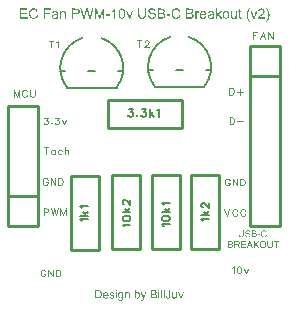
<source format=gto>
G04 Layer: TopSilkscreenLayer*
G04 EasyEDA Pro v2.2.40.8, 2025-10-31 20:06:03*
G04 Gerber Generator version 0.3*
G04 Scale: 100 percent, Rotated: No, Reflected: No*
G04 Dimensions in millimeters*
G04 Leading zeros omitted, absolute positions, 4 integers and 5 decimals*
G04 Generated by one-click*
%FSLAX45Y45*%
%MOMM*%
%ADD10C,0.12*%
%ADD11C,0.1524*%
%ADD12C,0.254*%
%ADD13C,0.2032*%
%ADD14C,0.8557*%
G75*


G04 Text Start*
G54D10*
G01X-548410Y1153920D02*
G01X-551204Y1159254D01*
G01X-556538Y1164842D01*
G01X-562126Y1167636D01*
G01X-573048Y1167636D01*
G01X-578636Y1164842D01*
G01X-584224Y1159254D01*
G01X-587018Y1153920D01*
G01X-589558Y1145538D01*
G01X-589558Y1131822D01*
G01X-587018Y1123694D01*
G01X-584224Y1118106D01*
G01X-578636Y1112518D01*
G01X-573048Y1109724D01*
G01X-562126Y1109724D01*
G01X-556538Y1112518D01*
G01X-551204Y1118106D01*
G01X-548410Y1123694D01*
G01X-548410Y1131822D01*
G01X-562126Y1131822D02*
G01X-548410Y1131822D01*
G01X-523264Y1167636D02*
G01X-523264Y1109724D01*
G01X-523264Y1167636D02*
G01X-484656Y1109724D01*
G01X-484656Y1167636D02*
G01X-484656Y1109724D01*
G01X-459510Y1167636D02*
G01X-459510Y1109724D01*
G01X-459510Y1167636D02*
G01X-440206Y1167636D01*
G01X-432078Y1164842D01*
G01X-426490Y1159254D01*
G01X-423696Y1153920D01*
G01X-420902Y1145538D01*
G01X-420902Y1131822D01*
G01X-423696Y1123694D01*
G01X-426490Y1118106D01*
G01X-432078Y1112518D01*
G01X-440206Y1109724D01*
G01X-459510Y1109724D01*
G01X-551476Y1936337D02*
G01X-551476Y1878425D01*
G01X-551476Y1936337D02*
G01X-532426Y1936337D01*
G01X-524044Y1933543D01*
G01X-518456Y1927955D01*
G01X-515916Y1922621D01*
G01X-513122Y1914239D01*
G01X-513122Y1900523D01*
G01X-515916Y1892395D01*
G01X-518456Y1886807D01*
G01X-524044Y1881219D01*
G01X-532426Y1878425D01*
G01X-551476Y1878425D01*
G01X-463084Y1927955D02*
G01X-463084Y1878425D01*
G01X-487976Y1903317D02*
G01X-438446Y1903317D01*
G01X-548704Y1687372D02*
G01X-548704Y1629460D01*
G01X-548704Y1687372D02*
G01X-529654Y1687372D01*
G01X-521272Y1684578D01*
G01X-515684Y1678990D01*
G01X-513144Y1673656D01*
G01X-510350Y1665274D01*
G01X-510350Y1651558D01*
G01X-513144Y1643430D01*
G01X-515684Y1637842D01*
G01X-521272Y1632254D01*
G01X-529654Y1629460D01*
G01X-548704Y1629460D01*
G01X-485204Y1654352D02*
G01X-435674Y1654352D01*
G01X-593895Y910276D02*
G01X-572051Y852364D01*
G01X-549953Y910276D02*
G01X-572051Y852364D01*
G01X-483405Y896560D02*
G01X-486199Y901894D01*
G01X-491787Y907482D01*
G01X-497375Y910276D01*
G01X-508297Y910276D01*
G01X-513631Y907482D01*
G01X-519219Y901894D01*
G01X-522013Y896560D01*
G01X-524807Y888178D01*
G01X-524807Y874462D01*
G01X-522013Y866334D01*
G01X-519219Y860746D01*
G01X-513631Y855158D01*
G01X-508297Y852364D01*
G01X-497375Y852364D01*
G01X-491787Y855158D01*
G01X-486199Y860746D01*
G01X-483405Y866334D01*
G01X-416857Y896560D02*
G01X-419651Y901894D01*
G01X-425239Y907482D01*
G01X-430827Y910276D01*
G01X-441749Y910276D01*
G01X-447083Y907482D01*
G01X-452671Y901894D01*
G01X-455465Y896560D01*
G01X-458259Y888178D01*
G01X-458259Y874462D01*
G01X-455465Y866334D01*
G01X-452671Y860746D01*
G01X-447083Y855158D01*
G01X-441749Y852364D01*
G01X-430827Y852364D01*
G01X-425239Y855158D01*
G01X-419651Y860746D01*
G01X-416857Y866334D01*
G36*
G01X-393681Y670174D02*
G01X-396833Y670295D01*
G01X-397560Y670416D01*
G01X-398530Y670537D01*
G01X-400227Y670780D01*
G01X-403499Y671507D01*
G01X-404711Y671871D01*
G01X-405924Y672355D01*
G01X-407015Y672840D01*
G01X-407984Y673325D01*
G01X-409196Y674052D01*
G01X-410408Y674901D01*
G01X-411257Y675628D01*
G01X-412712Y676840D01*
G01X-413196Y677446D01*
G01X-413681Y678174D01*
G01X-414287Y678901D01*
G01X-414893Y679750D01*
G01X-416106Y682174D01*
G01X-416590Y683386D01*
G01X-416954Y684356D01*
G01X-417439Y686537D01*
G01X-417560Y687628D01*
G01X-417681Y688962D01*
G01X-417651Y689416D01*
G01X-417318Y689568D01*
G01X-416469Y689689D01*
G01X-413802Y689931D01*
G01X-412105Y690053D01*
G01X-411045Y689901D01*
G01X-410530Y689447D01*
G01X-410166Y688234D01*
G01X-409681Y686295D01*
G01X-409318Y685325D01*
G01X-408833Y684356D01*
G01X-408227Y683265D01*
G01X-407378Y682174D01*
G01X-406651Y681325D01*
G01X-405802Y680598D01*
G01X-404590Y679750D01*
G01X-403621Y679143D01*
G01X-402651Y678659D01*
G01X-401317Y678174D01*
G01X-399742Y677689D01*
G01X-398530Y677325D01*
G01X-396590Y677083D01*
G01X-394166Y676962D01*
G01X-391257Y677083D01*
G01X-389560Y677325D01*
G01X-388348Y677568D01*
G01X-387378Y677810D01*
G01X-386287Y678174D01*
G01X-385196Y678659D01*
G01X-383984Y679265D01*
G01X-383136Y679871D01*
G01X-382530Y680234D01*
G01X-381681Y680962D01*
G01X-380954Y681931D01*
G01X-380469Y682659D01*
G01X-379984Y683628D01*
G01X-379621Y684598D01*
G01X-379499Y686053D01*
G01X-379621Y687992D01*
G01X-379984Y689447D01*
G01X-380469Y690538D01*
G01X-380954Y691265D01*
G01X-381439Y691871D01*
G01X-382287Y692719D01*
G01X-383378Y693447D01*
G01X-384469Y694053D01*
G01X-385681Y694659D01*
G01X-387014Y695144D01*
G01X-388590Y695628D01*
G01X-390287Y696113D01*
G01X-391499Y696477D01*
G01X-392590Y696719D01*
G01X-394166Y697083D01*
G01X-395378Y697447D01*
G01X-396469Y697689D01*
G01X-398045Y698053D01*
G01X-399257Y698416D01*
G01X-400348Y698659D01*
G01X-402772Y699386D01*
G01X-403863Y699750D01*
G01X-405802Y700477D01*
G01X-407984Y701568D01*
G01X-408954Y702174D01*
G01X-409681Y702537D01*
G01X-410287Y703022D01*
G01X-411136Y703750D01*
G01X-412227Y704719D01*
G01X-412954Y705689D01*
G01X-413560Y706537D01*
G01X-414166Y707628D01*
G01X-414651Y708719D01*
G01X-415015Y709810D01*
G01X-415257Y710780D01*
G01X-415499Y712962D01*
G01X-415499Y713568D01*
G01X-415378Y714659D01*
G01X-415257Y715871D01*
G01X-415015Y716962D01*
G01X-414651Y718295D01*
G01X-414166Y719507D01*
G01X-413681Y720477D01*
G01X-413196Y721325D01*
G01X-412469Y722416D01*
G01X-411742Y723386D01*
G01X-410530Y724598D01*
G01X-409681Y725325D01*
G01X-408590Y726053D01*
G01X-407499Y726659D01*
G01X-406530Y727143D01*
G01X-405681Y727507D01*
G01X-403742Y728234D01*
G01X-402893Y728477D01*
G01X-400711Y728962D01*
G01X-398772Y729204D01*
G01X-395863Y729325D01*
G01X-392227Y729204D01*
G01X-390287Y728962D01*
G01X-389075Y728719D01*
G01X-387984Y728477D01*
G01X-386530Y728113D01*
G01X-385075Y727628D01*
G01X-383984Y727143D01*
G01X-382045Y726174D01*
G01X-381075Y725568D01*
G01X-380227Y724962D01*
G01X-379378Y724234D01*
G01X-378408Y723507D01*
G01X-377681Y722659D01*
G01X-376469Y720962D01*
G01X-375863Y719992D01*
G01X-375378Y719022D01*
G01X-374893Y717810D01*
G01X-374530Y716840D01*
G01X-374045Y714659D01*
G01X-373924Y713447D01*
G01X-374014Y712750D01*
G01X-374287Y712356D01*
G01X-375984Y712113D01*
G01X-377681Y711992D01*
G01X-379499Y711871D01*
G01X-381075Y712113D01*
G01X-381317Y712719D01*
G01X-381560Y713931D01*
G01X-381924Y715265D01*
G01X-382408Y716356D01*
G01X-382893Y717325D01*
G01X-383499Y718295D01*
G01X-384227Y719144D01*
G01X-384833Y719750D01*
G01X-385681Y720477D01*
G01X-386651Y721083D01*
G01X-388348Y721810D01*
G01X-389439Y722174D01*
G01X-390530Y722416D01*
G01X-392954Y722659D01*
G01X-394772Y722780D01*
G01X-396590Y722659D01*
G01X-399014Y722416D01*
G01X-400469Y722174D01*
G01X-402045Y721810D01*
G01X-403136Y721325D01*
G01X-404105Y720840D01*
G01X-404833Y720356D01*
G01X-405318Y719871D01*
G01X-405802Y719507D01*
G01X-406408Y719022D01*
G01X-406893Y718416D01*
G01X-407378Y717568D01*
G01X-407863Y716477D01*
G01X-408105Y714901D01*
G01X-407984Y712719D01*
G01X-407499Y711022D01*
G01X-406893Y710174D01*
G01X-406530Y709568D01*
G01X-406045Y708962D01*
G01X-405318Y708477D01*
G01X-404469Y707992D01*
G01X-403499Y707507D01*
G01X-402287Y707022D01*
G01X-399742Y706174D01*
G01X-397317Y705568D01*
G01X-396105Y705204D01*
G01X-394893Y704962D01*
G01X-393196Y704598D01*
G01X-391984Y704234D01*
G01X-390893Y703992D01*
G01X-389317Y703628D01*
G01X-388105Y703265D01*
G01X-387014Y703022D01*
G01X-385802Y702659D01*
G01X-383621Y701931D01*
G01X-382408Y701447D01*
G01X-381075Y700841D01*
G01X-379984Y700234D01*
G01X-379014Y699628D01*
G01X-378166Y699144D01*
G01X-377560Y698659D01*
G01X-376954Y698053D01*
G01X-376105Y697325D01*
G01X-375136Y696234D01*
G01X-374287Y695022D01*
G01X-373681Y694053D01*
G01X-372954Y692356D01*
G01X-372590Y691265D01*
G01X-372348Y690174D01*
G01X-372227Y687750D01*
G01X-372348Y685325D01*
G01X-372590Y683992D01*
G01X-372954Y682537D01*
G01X-373318Y681568D01*
G01X-373681Y680719D01*
G01X-374651Y679022D01*
G01X-375136Y678295D01*
G01X-376590Y676356D01*
G01X-377802Y675386D01*
G01X-378408Y674780D01*
G01X-379014Y674295D01*
G01X-379742Y673810D01*
G01X-382287Y672355D01*
G01X-384227Y671628D01*
G01X-385439Y671265D01*
G01X-386772Y670901D01*
G01X-387742Y670658D01*
G01X-390287Y670295D01*
G01X-393681Y670174D01*
G37*
G36*
G01X-449924Y670174D02*
G01X-453196Y670295D01*
G01X-454772Y670537D01*
G01X-456227Y670780D01*
G01X-458651Y671265D01*
G01X-459621Y671507D01*
G01X-460712Y671871D01*
G01X-462893Y672840D01*
G01X-463863Y673325D01*
G01X-464833Y673931D01*
G01X-465924Y674780D01*
G01X-466893Y675507D01*
G01X-467742Y676356D01*
G01X-468469Y677325D01*
G01X-468954Y677931D01*
G01X-469439Y678659D01*
G01X-469924Y679507D01*
G01X-470409Y680477D01*
G01X-470893Y681689D01*
G01X-471378Y683143D01*
G01X-471742Y684356D01*
G01X-472227Y686780D01*
G01X-472469Y688477D01*
G01X-472712Y691871D01*
G01X-472833Y710295D01*
G01X-472833Y728356D01*
G01X-465318Y728356D01*
G01X-465318Y711386D01*
G01X-465196Y694053D01*
G01X-465075Y692113D01*
G01X-464954Y689931D01*
G01X-464712Y688234D01*
G01X-464469Y686780D01*
G01X-464227Y685689D01*
G01X-463863Y684598D01*
G01X-462893Y682659D01*
G01X-462409Y681810D01*
G01X-461802Y681083D01*
G01X-461196Y680477D01*
G01X-459984Y679507D01*
G01X-459136Y678901D01*
G01X-458166Y678416D01*
G01X-457075Y677931D01*
G01X-455984Y677568D01*
G01X-453560Y677083D01*
G01X-451136Y676962D01*
G01X-448227Y677083D01*
G01X-446530Y677325D01*
G01X-445318Y677568D01*
G01X-444348Y677810D01*
G01X-443136Y678174D01*
G01X-441924Y678659D01*
G01X-440833Y679265D01*
G01X-439742Y679992D01*
G01X-438893Y680719D01*
G01X-438409Y681325D01*
G01X-437924Y682053D01*
G01X-437318Y683143D01*
G01X-436712Y684477D01*
G01X-436348Y685568D01*
G01X-435863Y687750D01*
G01X-435621Y689447D01*
G01X-435378Y692598D01*
G01X-435257Y710659D01*
G01X-435257Y728356D01*
G01X-427742Y728356D01*
G01X-427742Y710416D01*
G01X-427863Y692113D01*
G01X-428106Y689204D01*
G01X-428227Y688356D01*
G01X-428348Y687265D01*
G01X-428833Y684840D01*
G01X-429318Y682901D01*
G01X-429681Y681810D01*
G01X-430166Y680719D01*
G01X-430651Y679750D01*
G01X-431257Y678780D01*
G01X-432469Y677083D01*
G01X-433196Y676234D01*
G01X-433803Y675628D01*
G01X-435015Y674659D01*
G01X-435863Y673931D01*
G01X-436712Y673325D01*
G01X-437560Y672840D01*
G01X-438530Y672355D01*
G01X-439378Y671992D01*
G01X-441318Y671265D01*
G01X-442166Y671022D01*
G01X-444590Y670537D01*
G01X-446772Y670295D01*
G01X-449924Y670174D01*
G37*
G36*
G01X-257439Y670174D02*
G01X-260469Y670295D01*
G01X-261802Y670537D01*
G01X-263499Y670780D01*
G01X-264469Y671022D01*
G01X-265317Y671143D01*
G01X-266287Y671386D01*
G01X-268469Y672113D01*
G01X-269560Y672598D01*
G01X-270530Y673083D01*
G01X-271378Y673568D01*
G01X-272348Y674174D01*
G01X-273196Y674659D01*
G01X-273802Y675143D01*
G01X-274408Y675749D01*
G01X-275257Y676477D01*
G01X-276469Y677689D01*
G01X-277196Y678537D01*
G01X-277923Y679507D01*
G01X-278530Y680356D01*
G01X-279136Y681325D01*
G01X-280105Y683022D01*
G01X-280590Y683992D01*
G01X-281560Y686416D01*
G01X-282287Y688598D01*
G01X-282651Y689810D01*
G01X-283014Y691386D01*
G01X-283378Y693325D01*
G01X-283620Y694780D01*
G01X-283863Y697931D01*
G01X-283984Y700234D01*
G01X-283863Y702537D01*
G01X-283620Y704962D01*
G01X-283378Y706659D01*
G01X-282893Y709083D01*
G01X-282651Y710174D01*
G01X-282287Y711386D01*
G01X-281923Y712477D01*
G01X-281560Y713447D01*
G01X-280590Y715628D01*
G01X-279620Y717325D01*
G01X-279014Y718295D01*
G01X-278408Y719144D01*
G01X-277923Y719871D01*
G01X-277317Y720598D01*
G01X-274408Y723507D01*
G01X-273439Y724234D01*
G01X-272590Y724840D01*
G01X-271620Y725447D01*
G01X-270893Y725931D01*
G01X-269924Y726416D01*
G01X-268833Y726901D01*
G01X-267984Y727265D01*
G01X-267014Y727628D01*
G01X-264833Y728356D01*
G01X-263378Y728719D01*
G01X-262045Y728962D01*
G01X-259863Y729204D01*
G01X-257317Y729325D01*
G01X-254287Y729204D01*
G01X-252590Y728962D01*
G01X-251136Y728719D01*
G01X-249196Y728234D01*
G01X-247984Y727871D01*
G01X-246772Y727386D01*
G01X-244833Y726416D01*
G01X-243742Y725810D01*
G01X-242893Y725325D01*
G01X-242287Y724840D01*
G01X-240590Y723386D01*
G01X-239378Y722174D01*
G01X-237923Y720356D01*
G01X-236954Y718901D01*
G01X-236469Y718053D01*
G01X-235499Y716113D01*
G01X-235014Y714901D01*
G01X-234529Y713447D01*
G01X-234287Y712598D01*
G01X-235136Y712477D01*
G01X-236833Y712113D01*
G01X-238045Y711750D01*
G01X-239257Y711507D01*
G01X-240954Y711144D01*
G01X-241620Y711083D01*
G01X-241924Y711386D01*
G01X-242287Y712356D01*
G01X-243257Y714537D01*
G01X-243742Y715507D01*
G01X-244348Y716477D01*
G01X-245075Y717568D01*
G01X-245802Y718416D01*
G01X-247257Y719871D01*
G01X-248469Y720719D01*
G01X-249439Y721325D01*
G01X-250287Y721689D01*
G01X-251257Y722053D01*
G01X-252469Y722416D01*
G01X-253560Y722659D01*
G01X-254772Y722780D01*
G01X-256469Y722901D01*
G01X-257681Y722901D01*
G01X-260348Y722659D01*
G01X-261196Y722537D01*
G01X-262530Y722295D01*
G01X-264105Y721810D01*
G01X-265196Y721325D01*
G01X-267136Y720356D01*
G01X-267984Y719871D01*
G01X-268711Y719265D01*
G01X-269924Y718295D01*
G01X-270530Y717689D01*
G01X-271499Y716477D01*
G01X-272105Y715750D01*
G01X-273317Y713810D01*
G01X-274287Y711628D01*
G01X-275014Y709204D01*
G01X-275378Y707871D01*
G01X-275620Y706659D01*
G01X-275863Y704962D01*
G01X-276227Y700598D01*
G01X-276105Y699144D01*
G01X-275863Y695750D01*
G01X-275620Y693810D01*
G01X-275136Y691386D01*
G01X-274893Y690295D01*
G01X-274530Y689083D01*
G01X-274166Y687992D01*
G01X-273802Y687022D01*
G01X-272711Y684840D01*
G01X-271984Y683750D01*
G01X-271378Y682780D01*
G01X-270772Y682053D01*
G01X-270166Y681446D01*
G01X-268954Y680477D01*
G01X-268105Y679750D01*
G01X-267136Y679143D01*
G01X-266166Y678659D01*
G01X-265317Y678174D01*
G01X-264469Y677810D01*
G01X-263378Y677446D01*
G01X-262045Y677083D01*
G01X-260833Y676840D01*
G01X-257924Y676719D01*
G01X-255014Y676840D01*
G01X-254045Y676962D01*
G01X-252954Y677204D01*
G01X-251863Y677568D01*
G01X-250893Y677931D01*
G01X-248711Y679022D01*
G01X-247014Y680234D01*
G01X-246166Y680962D01*
G01X-244954Y682174D01*
G01X-244469Y682780D01*
G01X-243984Y683507D01*
G01X-243378Y684477D01*
G01X-242772Y685568D01*
G01X-242287Y686659D01*
G01X-241560Y688598D01*
G01X-241196Y689810D01*
G01X-240954Y690780D01*
G01X-239984Y690901D01*
G01X-238287Y690538D01*
G01X-237075Y690174D01*
G01X-235984Y689931D01*
G01X-234408Y689568D01*
G01X-233772Y689265D01*
G01X-233560Y688841D01*
G01X-233802Y687871D01*
G01X-234529Y685689D01*
G01X-235014Y684598D01*
G01X-235499Y683386D01*
G01X-236105Y682174D01*
G01X-237317Y680234D01*
G01X-238530Y678537D01*
G01X-239257Y677689D01*
G01X-241681Y675265D01*
G01X-242651Y674537D01*
G01X-244469Y673325D01*
G01X-245318Y672840D01*
G01X-246287Y672355D01*
G01X-247378Y671871D01*
G01X-249924Y671022D01*
G01X-252105Y670537D01*
G01X-254287Y670295D01*
G01X-257439Y670174D01*
G37*
G36*
G01X-362045Y699750D02*
G01X-362045Y713083D01*
G01X-354530Y713083D01*
G01X-354408Y704477D01*
G01X-346772Y704356D01*
G01X-338893Y704477D01*
G01X-337802Y704598D01*
G01X-336469Y704719D01*
G01X-334530Y705204D01*
G01X-333560Y705568D01*
G01X-332590Y706053D01*
G01X-331742Y706659D01*
G01X-330530Y707871D01*
G01X-329924Y708841D01*
G01X-329439Y710053D01*
G01X-329196Y711022D01*
G01X-329075Y712356D01*
G01X-329196Y714174D01*
G01X-329560Y715750D01*
G01X-330045Y717083D01*
G01X-330530Y717931D01*
G01X-330893Y718537D01*
G01X-331378Y719144D01*
G01X-331984Y719628D01*
G01X-332833Y720234D01*
G01X-334166Y720840D01*
G01X-335257Y721204D01*
G01X-337196Y721447D01*
G01X-346045Y721568D01*
G01X-354530Y721568D01*
G01X-354530Y713083D01*
G01X-354530Y713083D01*
G01X-362045Y713083D01*
G01X-362045Y728356D01*
G01X-349924Y728356D01*
G01X-337439Y728234D01*
G01X-335015Y727992D01*
G01X-333802Y727750D01*
G01X-332227Y727386D01*
G01X-331015Y726901D01*
G01X-330045Y726537D01*
G01X-329196Y726174D01*
G01X-328348Y725689D01*
G01X-327621Y725204D01*
G01X-327015Y724840D01*
G01X-326408Y724356D01*
G01X-325196Y723144D01*
G01X-324469Y722174D01*
G01X-323742Y721083D01*
G01X-323257Y720234D01*
G01X-322772Y719265D01*
G01X-322287Y717931D01*
G01X-321924Y716840D01*
G01X-321681Y714901D01*
G01X-321681Y713447D01*
G01X-321924Y711507D01*
G01X-322287Y709931D01*
G01X-322772Y708598D01*
G01X-323378Y707386D01*
G01X-324105Y706295D01*
G01X-324954Y705204D01*
G01X-326408Y703750D01*
G01X-327257Y703022D01*
G01X-328469Y702295D01*
G01X-329196Y701689D01*
G01X-329105Y701447D01*
G01X-328590Y701204D01*
G01X-327499Y700719D01*
G01X-325318Y699628D01*
G01X-324105Y698780D01*
G01X-323136Y698053D01*
G01X-322166Y696841D01*
G01X-321560Y696234D01*
G01X-320954Y695386D01*
G01X-320469Y694538D01*
G01X-320105Y693810D01*
G01X-319620Y692719D01*
G01X-319257Y691386D01*
G01X-319014Y690416D01*
G01X-318893Y688477D01*
G01X-319014Y685810D01*
G01X-319257Y684356D01*
G01X-319499Y683265D01*
G01X-319863Y682053D01*
G01X-320227Y681083D01*
G01X-320590Y680234D01*
G01X-321075Y679386D01*
G01X-321681Y678416D01*
G01X-322166Y677568D01*
G01X-322651Y676962D01*
G01X-324105Y675507D01*
G01X-325075Y674780D01*
G01X-325681Y674295D01*
G01X-326530Y673810D01*
G01X-327499Y673325D01*
G01X-328590Y672840D01*
G01X-330166Y672355D01*
G01X-331378Y671992D01*
G01X-334045Y671507D01*
G01X-336712Y671265D01*
G01X-349560Y671143D01*
G01X-362045Y671143D01*
G01X-362045Y687871D01*
G01X-354530Y687871D01*
G01X-354408Y678053D01*
G01X-345439Y677931D01*
G01X-336227Y678053D01*
G01X-335378Y678174D01*
G01X-334166Y678416D01*
G01X-331984Y679143D01*
G01X-330772Y679750D01*
G01X-329924Y680356D01*
G01X-329318Y680840D01*
G01X-328590Y681689D01*
G01X-327863Y682780D01*
G01X-327378Y683750D01*
G01X-327015Y684962D01*
G01X-326772Y686053D01*
G01X-326651Y687507D01*
G01X-326772Y688962D01*
G01X-327015Y690174D01*
G01X-327378Y691386D01*
G01X-327863Y692356D01*
G01X-328590Y693568D01*
G01X-329318Y694538D01*
G01X-329924Y695144D01*
G01X-330530Y695628D01*
G01X-331378Y696113D01*
G01X-332469Y696598D01*
G01X-333924Y696962D01*
G01X-335257Y697204D01*
G01X-337439Y697447D01*
G01X-346166Y697568D01*
G01X-354530Y697568D01*
G01X-354530Y687871D01*
G01X-354530Y687871D01*
G01X-362045Y687871D01*
G01X-362045Y699750D01*
G37*
G36*
G01X-312105Y691871D02*
G01X-312105Y695386D01*
G01X-290530Y695386D01*
G01X-290530Y688356D01*
G01X-312105Y688356D01*
G01X-312105Y691871D01*
G37*
G36*
G01X-508227Y610295D02*
G01X-508227Y623265D01*
G01X-500712Y623265D01*
G01X-500590Y613810D01*
G01X-491499Y613689D01*
G01X-481681Y613810D01*
G01X-479742Y614053D01*
G01X-478287Y614295D01*
G01X-477318Y614537D01*
G01X-476105Y614901D01*
G01X-475015Y615386D01*
G01X-474045Y615992D01*
G01X-473196Y616598D01*
G01X-472590Y617204D01*
G01X-472105Y617810D01*
G01X-471621Y618537D01*
G01X-471136Y619507D01*
G01X-470772Y620477D01*
G01X-470530Y621325D01*
G01X-470409Y622659D01*
G01X-470530Y624719D01*
G01X-470893Y626295D01*
G01X-471378Y627386D01*
G01X-472105Y628598D01*
G01X-472833Y629568D01*
G01X-473439Y630174D01*
G01X-474045Y630659D01*
G01X-474893Y631143D01*
G01X-475984Y631628D01*
G01X-477075Y631992D01*
G01X-478045Y632234D01*
G01X-479742Y632477D01*
G01X-490408Y632598D01*
G01X-500712Y632598D01*
G01X-500712Y623265D01*
G01X-500712Y623265D01*
G01X-508227Y623265D01*
G01X-508227Y638901D01*
G01X-493924Y638901D01*
G01X-479257Y638780D01*
G01X-478045Y638659D01*
G01X-476348Y638537D01*
G01X-474893Y638295D01*
G01X-473681Y638052D01*
G01X-472712Y637810D01*
G01X-471742Y637446D01*
G01X-470530Y636962D01*
G01X-469318Y636356D01*
G01X-468469Y635749D01*
G01X-467742Y635265D01*
G01X-467015Y634537D01*
G01X-466409Y633810D01*
G01X-465802Y633204D01*
G01X-465318Y632598D01*
G01X-464833Y631749D01*
G01X-464227Y630659D01*
G01X-463742Y629568D01*
G01X-463378Y628598D01*
G01X-463015Y627386D01*
G01X-462772Y626174D01*
G01X-462651Y623871D01*
G01X-462772Y621083D01*
G01X-463015Y619871D01*
G01X-463257Y618780D01*
G01X-463621Y617689D01*
G01X-464712Y615507D01*
G01X-465318Y614659D01*
G01X-465681Y614053D01*
G01X-466166Y613446D01*
G01X-467378Y612234D01*
G01X-468590Y611265D01*
G01X-469318Y610780D01*
G01X-471742Y609568D01*
G01X-472954Y609083D01*
G01X-473924Y608719D01*
G01X-475863Y608234D01*
G01X-477196Y607992D01*
G01X-477893Y607840D01*
G01X-478045Y607628D01*
G01X-477681Y607143D01*
G01X-476833Y606659D01*
G01X-475742Y606053D01*
G01X-474893Y605447D01*
G01X-473681Y604477D01*
G01X-472469Y603265D01*
G01X-471499Y602053D01*
G01X-470651Y601204D01*
G01X-469196Y599265D01*
G01X-468348Y598053D01*
G01X-466893Y595871D01*
G01X-466287Y594901D01*
G01X-465802Y594052D01*
G01X-464833Y592598D01*
G01X-464227Y591628D01*
G01X-463499Y590537D01*
G01X-462772Y589325D01*
G01X-461318Y587143D01*
G01X-460590Y585931D01*
G01X-459863Y584840D01*
G01X-458651Y582901D01*
G01X-458166Y582052D01*
G01X-459227Y581780D01*
G01X-462651Y581689D01*
G01X-466196Y581810D01*
G01X-467621Y582174D01*
G01X-468348Y583143D01*
G01X-469560Y585083D01*
G01X-470287Y586174D01*
G01X-471499Y588113D01*
G01X-472227Y589325D01*
G01X-472954Y590416D01*
G01X-474166Y592355D01*
G01X-475621Y594537D01*
G01X-476227Y595507D01*
G01X-476954Y596598D01*
G01X-477802Y597810D01*
G01X-478530Y598901D01*
G01X-479136Y599750D01*
G01X-479863Y600719D01*
G01X-480833Y601931D01*
G01X-481560Y602901D01*
G01X-483378Y604719D01*
G01X-484227Y605325D01*
G01X-485318Y605931D01*
G01X-486408Y606416D01*
G01X-487499Y606780D01*
G01X-488469Y607022D01*
G01X-494772Y607143D01*
G01X-500712Y607143D01*
G01X-500712Y581689D01*
G01X-508227Y581689D01*
G01X-508227Y610295D01*
G37*
G36*
G01X-562045Y610295D02*
G01X-562045Y623628D01*
G01X-554530Y623628D01*
G01X-554409Y615022D01*
G01X-546772Y614901D01*
G01X-538894Y615022D01*
G01X-537560Y615143D01*
G01X-535742Y615386D01*
G01X-534166Y615871D01*
G01X-533075Y616356D01*
G01X-532227Y616840D01*
G01X-531500Y617446D01*
G01X-530894Y618053D01*
G01X-530287Y618780D01*
G01X-529803Y619628D01*
G01X-529439Y620719D01*
G01X-529197Y621810D01*
G01X-529075Y623143D01*
G01X-529197Y624477D01*
G01X-529318Y625325D01*
G01X-529560Y626295D01*
G01X-530045Y627386D01*
G01X-530651Y628598D01*
G01X-531378Y629446D01*
G01X-531984Y630053D01*
G01X-532712Y630659D01*
G01X-533681Y631143D01*
G01X-534651Y631507D01*
G01X-535500Y631749D01*
G01X-537197Y631992D01*
G01X-546045Y632113D01*
G01X-554530Y632113D01*
G01X-554530Y623628D01*
G01X-554530Y623628D01*
G01X-562045Y623628D01*
G01X-562045Y638901D01*
G01X-549924Y638901D01*
G01X-537439Y638780D01*
G01X-535257Y638537D01*
G01X-534045Y638295D01*
G01X-532469Y637931D01*
G01X-531015Y637446D01*
G01X-529924Y636962D01*
G01X-528954Y636477D01*
G01X-527863Y635871D01*
G01X-527015Y635265D01*
G01X-525803Y634295D01*
G01X-525197Y633689D01*
G01X-524591Y632840D01*
G01X-523378Y630901D01*
G01X-522894Y629931D01*
G01X-522530Y629083D01*
G01X-522166Y628113D01*
G01X-521924Y627143D01*
G01X-521681Y624962D01*
G01X-521681Y623992D01*
G01X-521924Y622295D01*
G01X-522287Y620477D01*
G01X-522772Y619265D01*
G01X-523257Y618295D01*
G01X-523742Y617446D01*
G01X-524348Y616477D01*
G01X-525075Y615628D01*
G01X-526530Y614174D01*
G01X-527500Y613446D01*
G01X-528469Y612840D01*
G01X-529197Y612234D01*
G01X-529106Y611992D01*
G01X-528591Y611750D01*
G01X-527500Y611265D01*
G01X-524833Y609931D01*
G01X-524227Y609446D01*
G01X-523500Y608840D01*
G01X-522651Y607992D01*
G01X-521924Y607143D01*
G01X-521318Y606416D01*
G01X-520712Y605447D01*
G01X-520106Y604356D01*
G01X-519621Y603022D01*
G01X-519257Y601931D01*
G01X-519015Y600234D01*
G01X-518894Y598537D01*
G01X-519015Y596598D01*
G01X-519257Y595143D01*
G01X-519621Y593568D01*
G01X-520106Y592113D01*
G01X-520591Y591022D01*
G01X-521075Y590052D01*
G01X-521681Y588961D01*
G01X-522166Y588113D01*
G01X-522651Y587507D01*
G01X-524106Y586052D01*
G01X-525075Y585325D01*
G01X-525924Y584719D01*
G01X-527015Y584113D01*
G01X-528106Y583628D01*
G01X-530287Y582901D01*
G01X-531500Y582537D01*
G01X-532591Y582295D01*
G01X-534287Y582052D01*
G01X-536712Y581810D01*
G01X-549560Y581689D01*
G01X-562045Y581689D01*
G01X-562045Y598416D01*
G01X-554530Y598416D01*
G01X-554409Y588598D01*
G01X-545803Y588477D01*
G01X-536227Y588598D01*
G01X-534772Y588840D01*
G01X-533681Y589083D01*
G01X-532591Y589446D01*
G01X-530409Y590537D01*
G01X-529560Y591265D01*
G01X-528954Y591871D01*
G01X-528348Y592598D01*
G01X-527863Y593446D01*
G01X-527378Y594416D01*
G01X-527015Y595386D01*
G01X-526651Y597931D01*
G01X-527015Y600477D01*
G01X-527257Y601446D01*
G01X-527621Y602416D01*
G01X-527984Y603265D01*
G01X-528469Y603992D01*
G01X-529197Y604840D01*
G01X-530166Y605810D01*
G01X-531015Y606416D01*
G01X-531742Y606780D01*
G01X-532591Y607143D01*
G01X-533924Y607507D01*
G01X-535257Y607750D01*
G01X-537439Y607992D01*
G01X-546166Y608113D01*
G01X-554530Y608113D01*
G01X-554530Y598416D01*
G01X-554530Y598416D01*
G01X-562045Y598416D01*
G01X-562045Y610295D01*
G37*
G36*
G01X-403499Y581689D02*
G01X-403257Y582416D01*
G01X-402772Y583749D01*
G01X-402287Y584961D01*
G01X-401802Y586295D01*
G01X-400833Y588719D01*
G01X-400348Y590052D01*
G01X-399863Y591265D01*
G01X-399378Y592598D01*
G01X-398408Y595022D01*
G01X-397924Y596356D01*
G01X-397439Y597568D01*
G01X-396954Y598901D01*
G01X-395984Y601325D01*
G01X-395499Y602659D01*
G01X-395014Y603871D01*
G01X-394530Y605204D01*
G01X-394481Y605325D01*
G01X-386893Y605325D01*
G01X-377681Y605204D01*
G01X-368227Y605325D01*
G01X-367984Y605507D01*
G01X-367984Y605810D01*
G01X-368348Y606901D01*
G01X-369318Y609568D01*
G01X-369802Y610780D01*
G01X-372711Y618537D01*
G01X-373196Y619750D01*
G01X-374166Y622416D01*
G01X-374651Y623628D01*
G01X-375378Y625810D01*
G01X-376105Y627749D01*
G01X-376833Y629931D01*
G01X-377196Y631143D01*
G01X-377378Y631719D01*
G01X-377681Y631992D01*
G01X-377984Y631871D01*
G01X-378166Y631265D01*
G01X-378530Y629568D01*
G01X-378893Y628356D01*
G01X-379136Y627265D01*
G01X-379499Y626053D01*
G01X-380954Y621689D01*
G01X-385317Y610053D01*
G01X-385802Y608840D01*
G01X-386772Y606174D01*
G01X-386772Y606174D01*
G01X-386893Y605325D01*
G01X-394481Y605325D01*
G01X-394045Y606416D01*
G01X-393317Y608356D01*
G01X-392833Y609568D01*
G01X-392348Y610901D01*
G01X-391863Y612113D01*
G01X-391378Y613446D01*
G01X-390408Y615871D01*
G01X-389924Y617204D01*
G01X-389439Y618416D01*
G01X-388954Y619750D01*
G01X-387984Y622174D01*
G01X-387499Y623507D01*
G01X-387014Y624719D01*
G01X-386530Y626053D01*
G01X-386045Y627265D01*
G01X-385317Y629204D01*
G01X-384348Y631628D01*
G01X-382530Y636477D01*
G01X-382166Y637325D01*
G01X-381802Y638295D01*
G01X-381681Y638901D01*
G01X-377681Y638901D01*
G01X-373439Y638659D01*
G01X-372954Y637810D01*
G01X-372469Y636598D01*
G01X-371984Y635507D01*
G01X-371014Y633083D01*
G01X-370651Y632113D01*
G01X-370287Y631265D01*
G01X-369802Y630174D01*
G01X-368348Y626537D01*
G01X-367863Y625446D01*
G01X-365924Y620598D01*
G01X-365439Y619507D01*
G01X-364469Y617083D01*
G01X-364105Y616113D01*
G01X-363742Y615265D01*
G01X-363257Y614174D01*
G01X-361802Y610537D01*
G01X-361318Y609446D01*
G01X-359378Y604598D01*
G01X-358893Y603507D01*
G01X-357924Y601083D01*
G01X-357560Y600113D01*
G01X-357196Y599265D01*
G01X-356712Y598174D01*
G01X-355257Y594537D01*
G01X-354772Y593446D01*
G01X-352833Y588598D01*
G01X-352348Y587507D01*
G01X-351378Y585083D01*
G01X-351015Y584113D01*
G01X-350651Y583264D01*
G01X-350287Y582295D01*
G01X-350166Y581689D01*
G01X-358651Y581689D01*
G01X-359863Y584719D01*
G01X-360348Y586052D01*
G01X-361318Y588477D01*
G01X-361802Y589810D01*
G01X-362287Y591022D01*
G01X-362772Y592355D01*
G01X-363257Y593568D01*
G01X-364348Y596477D01*
G01X-364711Y597325D01*
G01X-365075Y598416D01*
G01X-365196Y599143D01*
G01X-389196Y599143D01*
G01X-389439Y598537D01*
G01X-389924Y597446D01*
G01X-390287Y596356D01*
G01X-391014Y594416D01*
G01X-391378Y593325D01*
G01X-391863Y592113D01*
G01X-392348Y590658D01*
G01X-392833Y589446D01*
G01X-393196Y588355D01*
G01X-393924Y586416D01*
G01X-394287Y585325D01*
G01X-395014Y583386D01*
G01X-395378Y582295D01*
G01X-395499Y581689D01*
G01X-403499Y581689D01*
G37*
G36*
G01X-450530Y610295D02*
G01X-450530Y638901D01*
G01X-409075Y638901D01*
G01X-409075Y632113D01*
G01X-443015Y632113D01*
G01X-443015Y614659D01*
G01X-411257Y614659D01*
G01X-411257Y607871D01*
G01X-443015Y607871D01*
G01X-443015Y588477D01*
G01X-407863Y588477D01*
G01X-407863Y581689D01*
G01X-450530Y581689D01*
G01X-450530Y610295D01*
G37*
G36*
G01X-265560Y580719D02*
G01X-268105Y580840D01*
G01X-268833Y580961D01*
G01X-269802Y581083D01*
G01X-271257Y581325D01*
G01X-273075Y581689D01*
G01X-275984Y582658D01*
G01X-277075Y583143D01*
G01X-279257Y584234D01*
G01X-280469Y584961D01*
G01X-281681Y585810D01*
G01X-282893Y586780D01*
G01X-283863Y587507D01*
G01X-285923Y589568D01*
G01X-286893Y590780D01*
G01X-287742Y591992D01*
G01X-288348Y592962D01*
G01X-289317Y594659D01*
G01X-289802Y595628D01*
G01X-290287Y596840D01*
G01X-290772Y597931D01*
G01X-291257Y599265D01*
G01X-291742Y600962D01*
G01X-292105Y602174D01*
G01X-292590Y604840D01*
G01X-292954Y609568D01*
G01X-292926Y609931D01*
G01X-285196Y609931D01*
G01X-285075Y608962D01*
G01X-284833Y605568D01*
G01X-284348Y602659D01*
G01X-284105Y601568D01*
G01X-283742Y600356D01*
G01X-283257Y599143D01*
G01X-282772Y598053D01*
G01X-282287Y597083D01*
G01X-281681Y595992D01*
G01X-281196Y595143D01*
G01X-280711Y594537D01*
G01X-279257Y592840D01*
G01X-278045Y591628D01*
G01X-276833Y590658D01*
G01X-274893Y589446D01*
G01X-273924Y588961D01*
G01X-272833Y588477D01*
G01X-271499Y587992D01*
G01X-270287Y587628D01*
G01X-269196Y587507D01*
G01X-269196Y587507D01*
G01X-268348Y587386D01*
G01X-265802Y587265D01*
G01X-262772Y587386D01*
G01X-261560Y587628D01*
G01X-260590Y587871D01*
G01X-259499Y588113D01*
G01X-258287Y588477D01*
G01X-257196Y588961D01*
G01X-256227Y589446D01*
G01X-255257Y590052D01*
G01X-254045Y590901D01*
G01X-253075Y591628D01*
G01X-251014Y593689D01*
G01X-250287Y594659D01*
G01X-249681Y595507D01*
G01X-249075Y596477D01*
G01X-248590Y597325D01*
G01X-248105Y598295D01*
G01X-247621Y599628D01*
G01X-246772Y602174D01*
G01X-246287Y604840D01*
G01X-246045Y607022D01*
G01X-245924Y609689D01*
G01X-246045Y612356D01*
G01X-246166Y613204D01*
G01X-246287Y614780D01*
G01X-246530Y616477D01*
G01X-246772Y617446D01*
G01X-247014Y618537D01*
G01X-247378Y619992D01*
G01X-247863Y621204D01*
G01X-248227Y622174D01*
G01X-248590Y623022D01*
G01X-249075Y623871D01*
G01X-249681Y624962D01*
G01X-250530Y626174D01*
G01X-251257Y627143D01*
G01X-253318Y629204D01*
G01X-254287Y629931D01*
G01X-254893Y630416D01*
G01X-255621Y630901D01*
G01X-256469Y631386D01*
G01X-257439Y631871D01*
G01X-258651Y632356D01*
G01X-259621Y632719D01*
G01X-261802Y633204D01*
G01X-264954Y633446D01*
G01X-265560Y633446D01*
G01X-266893Y633325D01*
G01X-268348Y633204D01*
G01X-270772Y632719D01*
G01X-271742Y632477D01*
G01X-272833Y632113D01*
G01X-273924Y631628D01*
G01X-276469Y630174D01*
G01X-277075Y629810D01*
G01X-278893Y628356D01*
G01X-280348Y626901D01*
G01X-280954Y625931D01*
G01X-281439Y625325D01*
G01X-282045Y624477D01*
G01X-282530Y623507D01*
G01X-282893Y622659D01*
G01X-283257Y621689D01*
G01X-283742Y620356D01*
G01X-284105Y619143D01*
G01X-284590Y616719D01*
G01X-284833Y614780D01*
G01X-285075Y610901D01*
G01X-285196Y609931D01*
G01X-292926Y609931D01*
G01X-292833Y611143D01*
G01X-292711Y612598D01*
G01X-292590Y614537D01*
G01X-292348Y616234D01*
G01X-292105Y617689D01*
G01X-291863Y618901D01*
G01X-291499Y620356D01*
G01X-291014Y622053D01*
G01X-290530Y623386D01*
G01X-290166Y624356D01*
G01X-289681Y625325D01*
G01X-289075Y626416D01*
G01X-288469Y627628D01*
G01X-287742Y628719D01*
G01X-287136Y629689D01*
G01X-286530Y630416D01*
G01X-285923Y631022D01*
G01X-284954Y632234D01*
G01X-283257Y633689D01*
G01X-282651Y634295D01*
G01X-281439Y635265D01*
G01X-280469Y635871D01*
G01X-279378Y636598D01*
G01X-278287Y637204D01*
G01X-277075Y637689D01*
G01X-275984Y638174D01*
G01X-275014Y638537D01*
G01X-273802Y638901D01*
G01X-272469Y639265D01*
G01X-271499Y639507D01*
G01X-269560Y639749D01*
G01X-265802Y639871D01*
G01X-262045Y639749D01*
G01X-261075Y639628D01*
G01X-259621Y639386D01*
G01X-258408Y639022D01*
G01X-257317Y638780D01*
G01X-256105Y638416D01*
G01X-254893Y637931D01*
G01X-253802Y637446D01*
G01X-251621Y636356D01*
G01X-250408Y635628D01*
G01X-249560Y635022D01*
G01X-248954Y634659D01*
G01X-248348Y634174D01*
G01X-246651Y632719D01*
G01X-245439Y631507D01*
G01X-244954Y630901D01*
G01X-244227Y630053D01*
G01X-243378Y628840D01*
G01X-242772Y627992D01*
G01X-242287Y627143D01*
G01X-241075Y624719D01*
G01X-240590Y623628D01*
G01X-240105Y622416D01*
G01X-239257Y619871D01*
G01X-238772Y617689D01*
G01X-238530Y615992D01*
G01X-238287Y613810D01*
G01X-238166Y610901D01*
G01X-238287Y607265D01*
G01X-238530Y605325D01*
G01X-238772Y603628D01*
G01X-239014Y602416D01*
G01X-239257Y601325D01*
G01X-239620Y599871D01*
G01X-240105Y598416D01*
G01X-240590Y597204D01*
G01X-241560Y595022D01*
G01X-242045Y594052D01*
G01X-242530Y593204D01*
G01X-243136Y592234D01*
G01X-243742Y591386D01*
G01X-244105Y590780D01*
G01X-244590Y590174D01*
G01X-246045Y588477D01*
G01X-246651Y587871D01*
G01X-247863Y586901D01*
G01X-248469Y586295D01*
G01X-249318Y585689D01*
G01X-250408Y584961D01*
G01X-251378Y584355D01*
G01X-254287Y582901D01*
G01X-255621Y582416D01*
G01X-258166Y581567D01*
G01X-260590Y581083D01*
G01X-262772Y580840D01*
G01X-265560Y580719D01*
G37*
G36*
G01X-344348Y610295D02*
G01X-344348Y638901D01*
G01X-336590Y638901D01*
G01X-336590Y611022D01*
G01X-336105Y611265D01*
G01X-335378Y611871D01*
G01X-308711Y638537D01*
G01X-307257Y638810D01*
G01X-303378Y638901D01*
G01X-298408Y638780D01*
G01X-298772Y638295D01*
G01X-304226Y632840D01*
G01X-305439Y631871D01*
G01X-310893Y626416D01*
G01X-312105Y625446D01*
G01X-318166Y619386D01*
G01X-319378Y618416D01*
G01X-321196Y616598D01*
G01X-321681Y615992D01*
G01X-321439Y615022D01*
G01X-320590Y613810D01*
G01X-319863Y612840D01*
G01X-319378Y612234D01*
G01X-318772Y611386D01*
G01X-317923Y610174D01*
G01X-315742Y607265D01*
G01X-315257Y606659D01*
G01X-314651Y605810D01*
G01X-313802Y604598D01*
G01X-313075Y603628D01*
G01X-312590Y603022D01*
G01X-311984Y602174D01*
G01X-311136Y600962D01*
G01X-308954Y598053D01*
G01X-307742Y596356D01*
G01X-306287Y594416D01*
G01X-305802Y593810D01*
G01X-305196Y592962D01*
G01X-304348Y591749D01*
G01X-302166Y588840D01*
G01X-300954Y587143D01*
G01X-299499Y585204D01*
G01X-299014Y584598D01*
G01X-297802Y582901D01*
G01X-297317Y582174D01*
G01X-297075Y581689D01*
G01X-307014Y581689D01*
G01X-307378Y582295D01*
G01X-309075Y584719D01*
G01X-310287Y586416D01*
G01X-313681Y591265D01*
G01X-314893Y592962D01*
G01X-318287Y597810D01*
G01X-319499Y599507D01*
G01X-322893Y604356D01*
G01X-324105Y606053D01*
G01X-325802Y608477D01*
G01X-326408Y609325D01*
G01X-326893Y610053D01*
G01X-327196Y610356D01*
G01X-327621Y610295D01*
G01X-328348Y609689D01*
G01X-333196Y604840D01*
G01X-334409Y603871D01*
G01X-336227Y602053D01*
G01X-336499Y599356D01*
G01X-336590Y591749D01*
G01X-336590Y581689D01*
G01X-344348Y581689D01*
G01X-344348Y610295D01*
G37*
G36*
G01X-205439Y580719D02*
G01X-208954Y580840D01*
G01X-210166Y581083D01*
G01X-211620Y581325D01*
G01X-212832Y581567D01*
G01X-213681Y581689D01*
G01X-214651Y581931D01*
G01X-216832Y582658D01*
G01X-217923Y583143D01*
G01X-219135Y583749D01*
G01X-221317Y585204D01*
G01X-222166Y585931D01*
G01X-223378Y587143D01*
G01X-223863Y587749D01*
G01X-224469Y588598D01*
G01X-225196Y589689D01*
G01X-225802Y590780D01*
G01X-226287Y591992D01*
G01X-226772Y593446D01*
G01X-227135Y594659D01*
G01X-227620Y596840D01*
G01X-227863Y598537D01*
G01X-228105Y600962D01*
G01X-228226Y620113D01*
G01X-228226Y638901D01*
G01X-220711Y638901D01*
G01X-220711Y620962D01*
G01X-220590Y602659D01*
G01X-220469Y601568D01*
G01X-220348Y599750D01*
G01X-220105Y598295D01*
G01X-219863Y596962D01*
G01X-219499Y595507D01*
G01X-219014Y594416D01*
G01X-218529Y593446D01*
G01X-217923Y592477D01*
G01X-217196Y591628D01*
G01X-215984Y590416D01*
G01X-215135Y589810D01*
G01X-214287Y589325D01*
G01X-213560Y588961D01*
G01X-212711Y588598D01*
G01X-211742Y588234D01*
G01X-210408Y587871D01*
G01X-209196Y587628D01*
G01X-206529Y587507D01*
G01X-203863Y587628D01*
G01X-203014Y587749D01*
G01X-201923Y587871D01*
G01X-200711Y588113D01*
G01X-199378Y588477D01*
G01X-197923Y588961D01*
G01X-196590Y589568D01*
G01X-195742Y590174D01*
G01X-194893Y590901D01*
G01X-193802Y591992D01*
G01X-193075Y593083D01*
G01X-192590Y594052D01*
G01X-192105Y595265D01*
G01X-191742Y596356D01*
G01X-191257Y598780D01*
G01X-191014Y600477D01*
G01X-190893Y619871D01*
G01X-190893Y638901D01*
G01X-183136Y638901D01*
G01X-183136Y621810D01*
G01X-183257Y604356D01*
G01X-183378Y602537D01*
G01X-183499Y600234D01*
G01X-183742Y598295D01*
G01X-183984Y596840D01*
G01X-184226Y595749D01*
G01X-184590Y594174D01*
G01X-185075Y592598D01*
G01X-185560Y591507D01*
G01X-186045Y590537D01*
G01X-187014Y588840D01*
G01X-187620Y587992D01*
G01X-189075Y586295D01*
G01X-189681Y585810D01*
G01X-190529Y585083D01*
G01X-191499Y584355D01*
G01X-192226Y583871D01*
G01X-193923Y582901D01*
G01X-195014Y582416D01*
G01X-197560Y581567D01*
G01X-200226Y581083D01*
G01X-202166Y580840D01*
G01X-205439Y580719D01*
G37*
G36*
G01X-155984Y606901D02*
G01X-155984Y632113D01*
G01X-174893Y632113D01*
G01X-174893Y638901D01*
G01X-129560Y638901D01*
G01X-129560Y632113D01*
G01X-148469Y632113D01*
G01X-148469Y581689D01*
G01X-155984Y581689D01*
G01X-155984Y606901D01*
G37*
G01X-2118847Y1684205D02*
G01X-2088621Y1684205D01*
G01X-2105131Y1662107D01*
G01X-2096749Y1662107D01*
G01X-2091161Y1659313D01*
G01X-2088621Y1656773D01*
G01X-2085827Y1648391D01*
G01X-2085827Y1642803D01*
G01X-2088621Y1634675D01*
G01X-2093955Y1629087D01*
G01X-2102337Y1626293D01*
G01X-2110465Y1626293D01*
G01X-2118847Y1629087D01*
G01X-2121641Y1631881D01*
G01X-2124181Y1637469D01*
G01X-2057887Y1640263D02*
G01X-2060681Y1637469D01*
G01X-2057887Y1634675D01*
G01X-2055093Y1637469D01*
G01X-2057887Y1640263D01*
G01X-2024359Y1684205D02*
G01X-1994133Y1684205D01*
G01X-2010643Y1662107D01*
G01X-2002515Y1662107D01*
G01X-1996927Y1659313D01*
G01X-1994133Y1656773D01*
G01X-1991339Y1648391D01*
G01X-1991339Y1642803D01*
G01X-1994133Y1634675D01*
G01X-1999721Y1629087D01*
G01X-2007849Y1626293D01*
G01X-2016231Y1626293D01*
G01X-2024359Y1629087D01*
G01X-2027153Y1631881D01*
G01X-2029947Y1637469D01*
G01X-1966193Y1664901D02*
G01X-1949683Y1626293D01*
G01X-1933173Y1664901D02*
G01X-1949683Y1626293D01*
G01X-2103845Y1432939D02*
G01X-2103845Y1375027D01*
G01X-2122895Y1432939D02*
G01X-2084541Y1432939D01*
G01X-2026375Y1413635D02*
G01X-2026375Y1375027D01*
G01X-2026375Y1405507D02*
G01X-2031963Y1410841D01*
G01X-2037297Y1413635D01*
G01X-2045679Y1413635D01*
G01X-2051013Y1410841D01*
G01X-2056601Y1405507D01*
G01X-2059395Y1397125D01*
G01X-2059395Y1391537D01*
G01X-2056601Y1383409D01*
G01X-2051013Y1377821D01*
G01X-2045679Y1375027D01*
G01X-2037297Y1375027D01*
G01X-2031963Y1377821D01*
G01X-2026375Y1383409D01*
G01X-1968209Y1405507D02*
G01X-1973797Y1410841D01*
G01X-1979131Y1413635D01*
G01X-1987513Y1413635D01*
G01X-1992847Y1410841D01*
G01X-1998435Y1405507D01*
G01X-2001229Y1397125D01*
G01X-2001229Y1391537D01*
G01X-1998435Y1383409D01*
G01X-1992847Y1377821D01*
G01X-1987513Y1375027D01*
G01X-1979131Y1375027D01*
G01X-1973797Y1377821D01*
G01X-1968209Y1383409D01*
G01X-1943063Y1432939D02*
G01X-1943063Y1375027D01*
G01X-1943063Y1402713D02*
G01X-1934681Y1410841D01*
G01X-1929347Y1413635D01*
G01X-1920965Y1413635D01*
G01X-1915631Y1410841D01*
G01X-1912837Y1402713D01*
G01X-1912837Y1375027D01*
G01X-2088657Y1158341D02*
G01X-2091451Y1163675D01*
G01X-2096785Y1169263D01*
G01X-2102373Y1172057D01*
G01X-2113295Y1172057D01*
G01X-2118883Y1169263D01*
G01X-2124471Y1163675D01*
G01X-2127265Y1158341D01*
G01X-2129805Y1149959D01*
G01X-2129805Y1136243D01*
G01X-2127265Y1128115D01*
G01X-2124471Y1122527D01*
G01X-2118883Y1116939D01*
G01X-2113295Y1114145D01*
G01X-2102373Y1114145D01*
G01X-2096785Y1116939D01*
G01X-2091451Y1122527D01*
G01X-2088657Y1128115D01*
G01X-2088657Y1136243D01*
G01X-2102373Y1136243D02*
G01X-2088657Y1136243D01*
G01X-2063511Y1172057D02*
G01X-2063511Y1114145D01*
G01X-2063511Y1172057D02*
G01X-2024903Y1114145D01*
G01X-2024903Y1172057D02*
G01X-2024903Y1114145D01*
G01X-1999757Y1172057D02*
G01X-1999757Y1114145D01*
G01X-1999757Y1172057D02*
G01X-1980453Y1172057D01*
G01X-1972325Y1169263D01*
G01X-1966737Y1163675D01*
G01X-1963943Y1158341D01*
G01X-1961149Y1149959D01*
G01X-1961149Y1136243D01*
G01X-1963943Y1128115D01*
G01X-1966737Y1122527D01*
G01X-1972325Y1116939D01*
G01X-1980453Y1114145D01*
G01X-1999757Y1114145D01*
G01X-2124181Y915983D02*
G01X-2124181Y858071D01*
G01X-2124181Y915983D02*
G01X-2099543Y915983D01*
G01X-2091161Y913189D01*
G01X-2088621Y910395D01*
G01X-2085827Y904807D01*
G01X-2085827Y896679D01*
G01X-2088621Y891091D01*
G01X-2091161Y888551D01*
G01X-2099543Y885757D01*
G01X-2124181Y885757D01*
G01X-2060681Y915983D02*
G01X-2046965Y858071D01*
G01X-2033249Y915983D02*
G01X-2046965Y858071D01*
G01X-2033249Y915983D02*
G01X-2019279Y858071D01*
G01X-2005563Y915983D02*
G01X-2019279Y858071D01*
G01X-1980417Y915983D02*
G01X-1980417Y858071D01*
G01X-1980417Y915983D02*
G01X-1958319Y858071D01*
G01X-1936475Y915983D02*
G01X-1958319Y858071D01*
G01X-1936475Y915983D02*
G01X-1936475Y858071D01*
G36*
G01X-1689399Y188548D02*
G01X-1689399Y188700D01*
G01X-1680005Y188700D01*
G01X-1679853Y161427D01*
G01X-1670308Y161276D01*
G01X-1660459Y161427D01*
G01X-1657429Y161730D01*
G01X-1655914Y162033D01*
G01X-1653944Y162488D01*
G01X-1652278Y163094D01*
G01X-1650914Y163700D01*
G01X-1649550Y164457D01*
G01X-1648490Y165215D01*
G01X-1647732Y165821D01*
G01X-1645459Y168094D01*
G01X-1644702Y169154D01*
G01X-1643944Y170366D01*
G01X-1643338Y171427D01*
G01X-1642884Y172488D01*
G01X-1642429Y173700D01*
G01X-1641823Y175366D01*
G01X-1641217Y177488D01*
G01X-1640762Y179609D01*
G01X-1640459Y181124D01*
G01X-1640156Y184457D01*
G01X-1640005Y188700D01*
G01X-1640156Y192942D01*
G01X-1640308Y194306D01*
G01X-1640459Y195973D01*
G01X-1640762Y197791D01*
G01X-1641065Y199306D01*
G01X-1641368Y200670D01*
G01X-1641823Y202185D01*
G01X-1642277Y203397D01*
G01X-1642732Y204458D01*
G01X-1643338Y205670D01*
G01X-1644096Y207033D01*
G01X-1644853Y208094D01*
G01X-1645459Y208852D01*
G01X-1646368Y209912D01*
G01X-1648187Y211730D01*
G01X-1649247Y212639D01*
G01X-1650611Y213548D01*
G01X-1651823Y214155D01*
G01X-1653035Y214609D01*
G01X-1654550Y215064D01*
G01X-1655914Y215367D01*
G01X-1658641Y215670D01*
G01X-1669550Y215821D01*
G01X-1680005Y215821D01*
G01X-1680005Y188700D01*
G01X-1680005Y188700D01*
G01X-1689399Y188700D01*
G01X-1689399Y224306D01*
G01X-1674096Y224306D01*
G01X-1658338Y224154D01*
G01X-1657278Y224003D01*
G01X-1655611Y223851D01*
G01X-1653793Y223548D01*
G01X-1652278Y223245D01*
G01X-1649853Y222639D01*
G01X-1648338Y222185D01*
G01X-1644399Y220215D01*
G01X-1643338Y219458D01*
G01X-1642581Y219003D01*
G01X-1640308Y217185D01*
G01X-1639550Y216427D01*
G01X-1638338Y214912D01*
G01X-1637580Y214155D01*
G01X-1636823Y213094D01*
G01X-1635914Y211730D01*
G01X-1635156Y210518D01*
G01X-1633944Y208094D01*
G01X-1633035Y205973D01*
G01X-1632580Y204761D01*
G01X-1632126Y203094D01*
G01X-1631671Y201730D01*
G01X-1631065Y199003D01*
G01X-1630762Y196882D01*
G01X-1630459Y194457D01*
G01X-1630308Y189912D01*
G01X-1630459Y184457D01*
G01X-1630762Y181730D01*
G01X-1631065Y179912D01*
G01X-1631217Y178851D01*
G01X-1631520Y177185D01*
G01X-1631974Y175669D01*
G01X-1632277Y174457D01*
G01X-1633186Y171730D01*
G01X-1633641Y170518D01*
G01X-1634550Y168397D01*
G01X-1636368Y165215D01*
G01X-1636974Y164306D01*
G01X-1637429Y163548D01*
G01X-1638035Y162791D01*
G01X-1639096Y161730D01*
G01X-1640005Y160518D01*
G01X-1640762Y159760D01*
G01X-1643035Y157942D01*
G01X-1643944Y157336D01*
G01X-1645156Y156579D01*
G01X-1646520Y155821D01*
G01X-1648035Y155215D01*
G01X-1649853Y154609D01*
G01X-1651368Y154154D01*
G01X-1654096Y153548D01*
G01X-1656217Y153245D01*
G01X-1659247Y152942D01*
G01X-1674550Y152791D01*
G01X-1689399Y152791D01*
G01X-1689399Y188548D01*
G37*
G36*
G01X-1596823Y151579D02*
G01X-1598944Y151730D01*
G01X-1600005Y151882D01*
G01X-1601368Y152033D01*
G01X-1602884Y152336D01*
G01X-1604853Y152791D01*
G01X-1606520Y153397D01*
G01X-1608035Y154003D01*
G01X-1609247Y154609D01*
G01X-1610308Y155215D01*
G01X-1611217Y155821D01*
G01X-1611974Y156276D01*
G01X-1612732Y156882D01*
G01X-1615762Y159912D01*
G01X-1616520Y160973D01*
G01X-1617277Y162185D01*
G01X-1618490Y164306D01*
G01X-1619096Y165669D01*
G01X-1619702Y167336D01*
G01X-1620156Y168700D01*
G01X-1620762Y171427D01*
G01X-1621065Y173851D01*
G01X-1621217Y177336D01*
G01X-1621065Y181730D01*
G01X-1620762Y184154D01*
G01X-1620611Y185063D01*
G01X-1611520Y185063D01*
G01X-1611368Y183851D01*
G01X-1597429Y183700D01*
G01X-1583187Y183851D01*
G01X-1582884Y184079D01*
G01X-1582884Y184457D01*
G01X-1583187Y186579D01*
G01X-1583490Y187942D01*
G01X-1583944Y189457D01*
G01X-1584399Y190670D01*
G01X-1584853Y191730D01*
G01X-1585308Y192639D01*
G01X-1585914Y193397D01*
G01X-1588338Y195821D01*
G01X-1589702Y196730D01*
G01X-1590762Y197336D01*
G01X-1592126Y197942D01*
G01X-1593490Y198397D01*
G01X-1596368Y198548D01*
G01X-1599550Y198397D01*
G01X-1601974Y197791D01*
G01X-1603187Y197336D01*
G01X-1604247Y196730D01*
G01X-1605611Y195821D01*
G01X-1606823Y194912D01*
G01X-1607883Y193851D01*
G01X-1608793Y192639D01*
G01X-1609399Y191730D01*
G01X-1610005Y190518D01*
G01X-1610611Y189154D01*
G01X-1611065Y187791D01*
G01X-1611368Y186579D01*
G01X-1611520Y185063D01*
G01X-1611520Y185063D01*
G01X-1620611Y185063D01*
G01X-1620459Y185973D01*
G01X-1620156Y187185D01*
G01X-1619853Y188548D01*
G01X-1619399Y190215D01*
G01X-1618793Y191730D01*
G01X-1617580Y194154D01*
G01X-1616823Y195518D01*
G01X-1616065Y196579D01*
G01X-1614853Y198094D01*
G01X-1612277Y200670D01*
G01X-1611065Y201579D01*
G01X-1610005Y202336D01*
G01X-1608641Y203094D01*
G01X-1607429Y203700D01*
G01X-1606065Y204306D01*
G01X-1604096Y204912D01*
G01X-1602580Y205367D01*
G01X-1600459Y205670D01*
G01X-1597884Y205821D01*
G01X-1594702Y205670D01*
G01X-1592581Y205367D01*
G01X-1590459Y204912D01*
G01X-1588490Y204306D01*
G01X-1587126Y203700D01*
G01X-1583793Y202033D01*
G01X-1581520Y200215D01*
G01X-1579702Y198397D01*
G01X-1578490Y196882D01*
G01X-1577429Y195367D01*
G01X-1576671Y194154D01*
G01X-1575762Y192033D01*
G01X-1575308Y190821D01*
G01X-1574853Y189457D01*
G01X-1574399Y187942D01*
G01X-1574096Y186579D01*
G01X-1573793Y184457D01*
G01X-1573490Y180215D01*
G01X-1573338Y179154D01*
G01X-1573490Y177488D01*
G01X-1573641Y176427D01*
G01X-1592429Y176427D01*
G01X-1611671Y176275D01*
G01X-1611974Y175821D01*
G01X-1611974Y174760D01*
G01X-1611671Y172639D01*
G01X-1611065Y170215D01*
G01X-1610611Y168851D01*
G01X-1610005Y167488D01*
G01X-1609247Y165972D01*
G01X-1607732Y163851D01*
G01X-1606520Y162488D01*
G01X-1605308Y161579D01*
G01X-1604550Y160973D01*
G01X-1603490Y160366D01*
G01X-1602126Y159760D01*
G01X-1600611Y159306D01*
G01X-1599247Y159003D01*
G01X-1596823Y158851D01*
G01X-1594399Y159003D01*
G01X-1593187Y159154D01*
G01X-1591974Y159457D01*
G01X-1590914Y159912D01*
G01X-1590005Y160366D01*
G01X-1588944Y160973D01*
G01X-1587884Y161730D01*
G01X-1586974Y162488D01*
G01X-1585914Y163548D01*
G01X-1585005Y164912D01*
G01X-1584247Y166124D01*
G01X-1583641Y167336D01*
G01X-1583035Y168700D01*
G01X-1582694Y169230D01*
G01X-1582278Y169306D01*
G01X-1576823Y168700D01*
G01X-1575156Y168548D01*
G01X-1573944Y168245D01*
G01X-1574247Y167033D01*
G01X-1574853Y165366D01*
G01X-1575459Y164003D01*
G01X-1576065Y162791D01*
G01X-1576823Y161427D01*
G01X-1577581Y160366D01*
G01X-1579399Y158094D01*
G01X-1580459Y157033D01*
G01X-1582884Y155215D01*
G01X-1584399Y154306D01*
G01X-1585611Y153700D01*
G01X-1586823Y153245D01*
G01X-1588187Y152791D01*
G01X-1589853Y152336D01*
G01X-1591368Y152033D01*
G01X-1594399Y151730D01*
G01X-1596823Y151579D01*
G37*
G36*
G01X-1544853Y151579D02*
G01X-1547581Y151730D01*
G01X-1549247Y152033D01*
G01X-1551065Y152336D01*
G01X-1552581Y152639D01*
G01X-1554247Y153094D01*
G01X-1555611Y153700D01*
G01X-1556823Y154306D01*
G01X-1558187Y155063D01*
G01X-1559247Y155821D01*
G01X-1560762Y157033D01*
G01X-1561823Y158094D01*
G01X-1562732Y159306D01*
G01X-1563490Y160518D01*
G01X-1564247Y161882D01*
G01X-1564853Y163245D01*
G01X-1565459Y165063D01*
G01X-1565914Y166579D01*
G01X-1566065Y167639D01*
G01X-1565876Y168132D01*
G01X-1565308Y168397D01*
G01X-1563793Y168700D01*
G01X-1561672Y169003D01*
G01X-1559853Y169306D01*
G01X-1558490Y169457D01*
G01X-1557770Y169306D01*
G01X-1557429Y168851D01*
G01X-1556975Y167336D01*
G01X-1556368Y165669D01*
G01X-1555611Y164154D01*
G01X-1554853Y163094D01*
G01X-1554247Y162336D01*
G01X-1553490Y161579D01*
G01X-1552581Y160973D01*
G01X-1550156Y159760D01*
G01X-1548490Y159306D01*
G01X-1546823Y159003D01*
G01X-1544096Y158851D01*
G01X-1541065Y159003D01*
G01X-1539550Y159306D01*
G01X-1538035Y159760D01*
G01X-1536671Y160366D01*
G01X-1535611Y160973D01*
G01X-1534702Y161579D01*
G01X-1533944Y162336D01*
G01X-1533338Y163094D01*
G01X-1532732Y164306D01*
G01X-1532277Y165669D01*
G01X-1532126Y166882D01*
G01X-1532277Y168094D01*
G01X-1532732Y169306D01*
G01X-1533338Y170366D01*
G01X-1533944Y171124D01*
G01X-1534853Y171882D01*
G01X-1536065Y172488D01*
G01X-1537580Y173094D01*
G01X-1539550Y173700D01*
G01X-1541671Y174306D01*
G01X-1543187Y174760D01*
G01X-1544702Y175063D01*
G01X-1546368Y175518D01*
G01X-1547884Y175972D01*
G01X-1549702Y176427D01*
G01X-1551065Y176882D01*
G01X-1552278Y177185D01*
G01X-1555914Y178548D01*
G01X-1559247Y180215D01*
G01X-1560005Y180821D01*
G01X-1561823Y182639D01*
G01X-1562732Y183851D01*
G01X-1563338Y184760D01*
G01X-1563944Y186124D01*
G01X-1564399Y187488D01*
G01X-1564702Y189912D01*
G01X-1564702Y191427D01*
G01X-1564399Y193548D01*
G01X-1563944Y195215D01*
G01X-1563338Y196579D01*
G01X-1562732Y197791D01*
G01X-1561975Y199003D01*
G01X-1561065Y200064D01*
G01X-1559550Y201579D01*
G01X-1558338Y202488D01*
G01X-1556823Y203397D01*
G01X-1555459Y204003D01*
G01X-1554247Y204458D01*
G01X-1552581Y204912D01*
G01X-1551065Y205367D01*
G01X-1548641Y205670D01*
G01X-1546065Y205821D01*
G01X-1542884Y205670D01*
G01X-1540459Y205367D01*
G01X-1538035Y204912D01*
G01X-1536520Y204458D01*
G01X-1535156Y204003D01*
G01X-1533641Y203397D01*
G01X-1532429Y202791D01*
G01X-1531217Y202033D01*
G01X-1530156Y201276D01*
G01X-1529247Y200518D01*
G01X-1528186Y199306D01*
G01X-1527277Y197942D01*
G01X-1526671Y196730D01*
G01X-1525762Y194306D01*
G01X-1525308Y192639D01*
G01X-1525384Y191768D01*
G01X-1525914Y191276D01*
G01X-1528035Y190821D01*
G01X-1532277Y190215D01*
G01X-1533338Y190253D01*
G01X-1533793Y190670D01*
G01X-1534247Y192185D01*
G01X-1534853Y193548D01*
G01X-1535308Y194457D01*
G01X-1535914Y195215D01*
G01X-1536671Y195973D01*
G01X-1537580Y196730D01*
G01X-1538944Y197488D01*
G01X-1540459Y198094D01*
G01X-1541671Y198397D01*
G01X-1544853Y198548D01*
G01X-1548035Y198397D01*
G01X-1549096Y198245D01*
G01X-1550611Y197942D01*
G01X-1552884Y197185D01*
G01X-1553641Y196579D01*
G01X-1555156Y195064D01*
G01X-1555762Y194154D01*
G01X-1556217Y192639D01*
G01X-1556065Y190670D01*
G01X-1555308Y189003D01*
G01X-1554399Y187942D01*
G01X-1553641Y187336D01*
G01X-1552581Y186730D01*
G01X-1550914Y186124D01*
G01X-1548944Y185518D01*
G01X-1547429Y185063D01*
G01X-1546065Y184760D01*
G01X-1544550Y184306D01*
G01X-1541217Y183397D01*
G01X-1539853Y182942D01*
G01X-1538187Y182488D01*
G01X-1536823Y182033D01*
G01X-1535611Y181730D01*
G01X-1534247Y181276D01*
G01X-1532732Y180669D01*
G01X-1531065Y180063D01*
G01X-1529550Y179306D01*
G01X-1528186Y178397D01*
G01X-1527126Y177639D01*
G01X-1526368Y176882D01*
G01X-1525459Y175669D01*
G01X-1524550Y174306D01*
G01X-1523944Y172791D01*
G01X-1523489Y171427D01*
G01X-1523186Y168700D01*
G01X-1523186Y167942D01*
G01X-1523338Y166730D01*
G01X-1523641Y164760D01*
G01X-1524247Y162791D01*
G01X-1525005Y161124D01*
G01X-1525762Y159912D01*
G01X-1526368Y159003D01*
G01X-1527580Y157488D01*
G01X-1528641Y156427D01*
G01X-1530156Y155366D01*
G01X-1531368Y154609D01*
G01X-1532580Y154003D01*
G01X-1533944Y153397D01*
G01X-1535308Y152942D01*
G01X-1537126Y152488D01*
G01X-1538641Y152033D01*
G01X-1542277Y151730D01*
G01X-1544853Y151579D01*
G37*
G36*
G01X-1512732Y178700D02*
G01X-1512732Y204609D01*
G01X-1503944Y204609D01*
G01X-1503944Y152791D01*
G01X-1512732Y152791D01*
G01X-1512732Y178700D01*
G37*
G36*
G01X-963830Y152904D02*
G01X-965004Y153245D01*
G01X-965307Y154306D01*
G01X-967126Y159154D01*
G01X-967580Y160215D01*
G01X-968035Y161427D01*
G01X-968489Y162791D01*
G01X-970307Y167336D01*
G01X-971520Y170669D01*
G01X-972732Y173700D01*
G01X-973944Y177033D01*
G01X-975156Y180063D01*
G01X-976368Y183397D01*
G01X-977580Y186427D01*
G01X-978792Y189760D01*
G01X-980004Y192791D01*
G01X-981216Y196124D01*
G01X-981823Y197639D01*
G01X-983641Y202488D01*
G01X-984095Y203851D01*
G01X-984247Y204609D01*
G01X-975156Y204609D01*
G01X-974853Y203851D01*
G01X-973035Y198851D01*
G01X-972429Y197033D01*
G01X-971823Y195518D01*
G01X-970913Y192791D01*
G01X-970307Y191276D01*
G01X-969701Y189457D01*
G01X-969095Y187942D01*
G01X-968186Y185215D01*
G01X-967580Y183700D01*
G01X-966974Y181882D01*
G01X-966368Y180366D01*
G01X-965459Y177639D01*
G01X-964550Y175215D01*
G01X-963186Y171124D01*
G01X-962732Y169912D01*
G01X-962277Y168548D01*
G01X-961823Y167033D01*
G01X-961141Y164533D01*
G01X-960762Y164154D01*
G01X-960383Y164230D01*
G01X-960156Y164760D01*
G01X-957883Y171579D01*
G01X-956974Y174003D01*
G01X-956520Y175366D01*
G01X-955610Y177791D01*
G01X-955156Y179154D01*
G01X-954550Y180669D01*
G01X-946671Y202336D01*
G01X-945762Y204609D01*
G01X-941823Y204609D01*
G01X-937429Y204458D01*
G01X-937163Y204192D01*
G01X-937277Y203700D01*
G01X-937883Y202185D01*
G01X-939095Y198851D01*
G01X-939701Y197336D01*
G01X-940611Y194912D01*
G01X-941217Y193397D01*
G01X-942429Y190063D01*
G01X-943035Y188548D01*
G01X-944853Y183700D01*
G01X-945459Y182185D01*
G01X-946671Y178851D01*
G01X-947277Y177336D01*
G01X-948186Y174912D01*
G01X-948792Y173397D01*
G01X-950004Y170063D01*
G01X-951217Y167033D01*
G01X-951823Y165366D01*
G01X-952429Y163851D01*
G01X-954247Y158851D01*
G01X-954853Y157336D01*
G01X-955762Y154912D01*
G01X-956217Y153548D01*
G01X-956368Y152791D01*
G01X-960610Y152791D01*
G01X-963830Y152904D01*
G37*
G36*
G01X-1129399Y188548D02*
G01X-1129399Y224306D01*
G01X-1120611Y224306D01*
G01X-1120611Y152791D01*
G01X-1129399Y152791D01*
G01X-1129399Y188548D01*
G37*
G36*
G01X-1102732Y152791D02*
G01X-1107126Y152942D01*
G01X-1107277Y187942D01*
G01X-1107126Y223548D01*
G01X-1106974Y224306D01*
G01X-1098489Y224306D01*
G01X-1098489Y152791D01*
G01X-1102732Y152791D01*
G37*
G36*
G01X-1069095Y151579D02*
G01X-1072580Y151730D01*
G01X-1073792Y152033D01*
G01X-1075307Y152336D01*
G01X-1076974Y152791D01*
G01X-1078489Y153397D01*
G01X-1080004Y154154D01*
G01X-1081065Y154760D01*
G01X-1083338Y156579D01*
G01X-1085156Y158851D01*
G01X-1085762Y159912D01*
G01X-1086368Y161124D01*
G01X-1086823Y162336D01*
G01X-1087277Y163700D01*
G01X-1087732Y165215D01*
G01X-1088035Y166579D01*
G01X-1088338Y169306D01*
G01X-1088489Y170972D01*
G01X-1088338Y172639D01*
G01X-1087732Y173245D01*
G01X-1082429Y174003D01*
G01X-1081065Y174154D01*
G01X-1080421Y174154D01*
G01X-1080004Y173851D01*
G01X-1079701Y172639D01*
G01X-1079550Y170821D01*
G01X-1079247Y169003D01*
G01X-1078641Y166579D01*
G01X-1078186Y165366D01*
G01X-1077732Y164306D01*
G01X-1077126Y163397D01*
G01X-1075610Y161882D01*
G01X-1074701Y161276D01*
G01X-1073641Y160821D01*
G01X-1072429Y160366D01*
G01X-1070156Y160063D01*
G01X-1067429Y160215D01*
G01X-1065307Y160669D01*
G01X-1063792Y161276D01*
G01X-1062883Y161730D01*
G01X-1062126Y162336D01*
G01X-1061368Y163094D01*
G01X-1060459Y164154D01*
G01X-1059701Y165366D01*
G01X-1059247Y166730D01*
G01X-1058944Y168094D01*
G01X-1058641Y171427D01*
G01X-1058489Y198094D01*
G01X-1058489Y224306D01*
G01X-1049095Y224306D01*
G01X-1049095Y198245D01*
G01X-1049247Y171730D01*
G01X-1049398Y170366D01*
G01X-1049550Y168700D01*
G01X-1049853Y166882D01*
G01X-1050308Y164760D01*
G01X-1050914Y162791D01*
G01X-1051520Y161427D01*
G01X-1052126Y160215D01*
G01X-1052732Y159154D01*
G01X-1053489Y158094D01*
G01X-1054398Y157033D01*
G01X-1055156Y156276D01*
G01X-1056217Y155366D01*
G01X-1057277Y154609D01*
G01X-1058338Y154003D01*
G01X-1059701Y153397D01*
G01X-1061217Y152791D01*
G01X-1062580Y152336D01*
G01X-1065914Y151730D01*
G01X-1069095Y151579D01*
G37*
G36*
G01X-1017732Y151579D02*
G01X-1019398Y151730D01*
G01X-1020459Y152033D01*
G01X-1021974Y152336D01*
G01X-1024399Y152942D01*
G01X-1025611Y153397D01*
G01X-1026823Y154003D01*
G01X-1028186Y154760D01*
G01X-1029247Y155366D01*
G01X-1030005Y155973D01*
G01X-1030762Y156730D01*
G01X-1031671Y157791D01*
G01X-1032429Y159003D01*
G01X-1033035Y160215D01*
G01X-1033641Y161579D01*
G01X-1034095Y162942D01*
G01X-1034398Y164154D01*
G01X-1034702Y166579D01*
G01X-1034853Y185821D01*
G01X-1034853Y204609D01*
G01X-1026065Y204609D01*
G01X-1026065Y187336D01*
G01X-1025914Y169609D01*
G01X-1025762Y168094D01*
G01X-1025459Y166124D01*
G01X-1024853Y164760D01*
G01X-1024247Y163548D01*
G01X-1023489Y162488D01*
G01X-1022732Y161730D01*
G01X-1021823Y160973D01*
G01X-1020459Y160215D01*
G01X-1018792Y159609D01*
G01X-1017429Y159306D01*
G01X-1015611Y159154D01*
G01X-1013792Y159306D01*
G01X-1012277Y159609D01*
G01X-1010610Y160063D01*
G01X-1009247Y160669D01*
G01X-1008035Y161276D01*
G01X-1006974Y161882D01*
G01X-1006065Y162639D01*
G01X-1004550Y164154D01*
G01X-1003792Y165215D01*
G01X-1003186Y166427D01*
G01X-1002732Y167639D01*
G01X-1002277Y169457D01*
G01X-1001974Y171124D01*
G01X-1001671Y175972D01*
G01X-1001519Y190518D01*
G01X-1001519Y204609D01*
G01X-997883Y204609D01*
G01X-993489Y204458D01*
G01X-992732Y204306D01*
G01X-992732Y190670D01*
G01X-992883Y176579D01*
G01X-992883Y175821D01*
G01X-992732Y174609D01*
G01X-992883Y173245D01*
G01X-992883Y172488D01*
G01X-992732Y170063D01*
G01X-992883Y167488D01*
G01X-992883Y164306D01*
G01X-992732Y163245D01*
G01X-992883Y162033D01*
G01X-992883Y159306D01*
G01X-992732Y157033D01*
G01X-992883Y154003D01*
G01X-993035Y152791D01*
G01X-1000610Y152791D01*
G01X-1000610Y156427D01*
G01X-1000724Y159117D01*
G01X-1001065Y159912D01*
G01X-1001823Y159154D01*
G01X-1002580Y158245D01*
G01X-1004853Y155973D01*
G01X-1005913Y155063D01*
G01X-1007429Y154154D01*
G01X-1008944Y153397D01*
G01X-1010307Y152791D01*
G01X-1011823Y152336D01*
G01X-1013186Y152033D01*
G01X-1015914Y151730D01*
G01X-1017732Y151579D01*
G37*
G36*
G01X-1471974Y131882D02*
G01X-1476520Y132033D01*
G01X-1477732Y132336D01*
G01X-1479702Y132791D01*
G01X-1482429Y133700D01*
G01X-1484096Y134457D01*
G01X-1485611Y135367D01*
G01X-1486671Y136124D01*
G01X-1487429Y136579D01*
G01X-1488187Y137336D01*
G01X-1489702Y139154D01*
G01X-1490308Y140063D01*
G01X-1490762Y140973D01*
G01X-1491217Y142185D01*
G01X-1491671Y143851D01*
G01X-1491974Y145366D01*
G01X-1492126Y147033D01*
G01X-1492126Y148245D01*
G01X-1491368Y148245D01*
G01X-1487732Y147791D01*
G01X-1485611Y147488D01*
G01X-1484399Y147336D01*
G01X-1483793Y147185D01*
G01X-1483490Y146730D01*
G01X-1483035Y145215D01*
G01X-1482429Y143851D01*
G01X-1481823Y142791D01*
G01X-1480762Y141579D01*
G01X-1479399Y140670D01*
G01X-1478187Y140063D01*
G01X-1476823Y139609D01*
G01X-1475611Y139306D01*
G01X-1472277Y139003D01*
G01X-1471520Y139003D01*
G01X-1470308Y139154D01*
G01X-1468338Y139306D01*
G01X-1466520Y139609D01*
G01X-1464853Y140063D01*
G01X-1463641Y140670D01*
G01X-1462581Y141276D01*
G01X-1461520Y142033D01*
G01X-1460762Y142791D01*
G01X-1459550Y144306D01*
G01X-1458793Y145366D01*
G01X-1458187Y146730D01*
G01X-1457732Y148245D01*
G01X-1457429Y149609D01*
G01X-1457126Y154457D01*
G01X-1456974Y157033D01*
G01X-1457088Y158586D01*
G01X-1457429Y159003D01*
G01X-1458187Y158397D01*
G01X-1458944Y157639D01*
G01X-1460459Y156427D01*
G01X-1461520Y155669D01*
G01X-1462732Y154912D01*
G01X-1463944Y154306D01*
G01X-1466671Y153397D01*
G01X-1468035Y153094D01*
G01X-1469247Y152942D01*
G01X-1471217Y152791D01*
G01X-1473187Y152942D01*
G01X-1474247Y153094D01*
G01X-1475611Y153245D01*
G01X-1476823Y153548D01*
G01X-1478187Y153851D01*
G01X-1479702Y154306D01*
G01X-1481065Y154912D01*
G01X-1482580Y155669D01*
G01X-1483641Y156427D01*
G01X-1484550Y157033D01*
G01X-1485459Y157791D01*
G01X-1486974Y159306D01*
G01X-1488793Y161579D01*
G01X-1489399Y162488D01*
G01X-1490611Y164609D01*
G01X-1491217Y165821D01*
G01X-1491823Y167336D01*
G01X-1492883Y170518D01*
G01X-1493490Y173548D01*
G01X-1493793Y176882D01*
G01X-1493944Y178245D01*
G01X-1493793Y179609D01*
G01X-1493767Y179912D01*
G01X-1484853Y179912D01*
G01X-1484702Y176882D01*
G01X-1484399Y174154D01*
G01X-1484247Y173094D01*
G01X-1483944Y171427D01*
G01X-1483338Y169457D01*
G01X-1482732Y167942D01*
G01X-1482126Y166730D01*
G01X-1481217Y165366D01*
G01X-1480308Y164154D01*
G01X-1479550Y163397D01*
G01X-1478793Y162791D01*
G01X-1476974Y161579D01*
G01X-1476065Y161124D01*
G01X-1474853Y160669D01*
G01X-1473490Y160366D01*
G01X-1473490Y160366D01*
G01X-1472580Y160215D01*
G01X-1471217Y160063D01*
G01X-1468944Y160215D01*
G01X-1467429Y160518D01*
G01X-1466217Y160821D01*
G01X-1465156Y161276D01*
G01X-1464096Y161882D01*
G01X-1462581Y162791D01*
G01X-1461368Y163700D01*
G01X-1460611Y164457D01*
G01X-1460005Y165215D01*
G01X-1459399Y166124D01*
G01X-1458641Y167488D01*
G01X-1458035Y168851D01*
G01X-1457581Y170063D01*
G01X-1457126Y171579D01*
G01X-1456823Y172942D01*
G01X-1456520Y175366D01*
G01X-1456368Y178548D01*
G01X-1456520Y182336D01*
G01X-1456823Y184760D01*
G01X-1457278Y187185D01*
G01X-1457884Y189003D01*
G01X-1459096Y191427D01*
G01X-1460005Y192942D01*
G01X-1460914Y194154D01*
G01X-1461974Y195215D01*
G01X-1463187Y196124D01*
G01X-1463944Y196730D01*
G01X-1465005Y197336D01*
G01X-1466671Y197942D01*
G01X-1468035Y198397D01*
G01X-1469853Y198548D01*
G01X-1472277Y198397D01*
G01X-1473793Y198094D01*
G01X-1475005Y197791D01*
G01X-1476065Y197336D01*
G01X-1478187Y196124D01*
G01X-1480308Y194306D01*
G01X-1481217Y193245D01*
G01X-1482126Y191882D01*
G01X-1482732Y190821D01*
G01X-1483187Y189760D01*
G01X-1483641Y188548D01*
G01X-1484096Y187033D01*
G01X-1484399Y185669D01*
G01X-1484702Y182942D01*
G01X-1484853Y179912D01*
G01X-1493767Y179912D01*
G01X-1493641Y181427D01*
G01X-1493490Y183548D01*
G01X-1493186Y185366D01*
G01X-1492883Y186882D01*
G01X-1492580Y188245D01*
G01X-1492126Y189912D01*
G01X-1491520Y191579D01*
G01X-1490914Y192942D01*
G01X-1489702Y195367D01*
G01X-1488944Y196579D01*
G01X-1488187Y197639D01*
G01X-1486368Y199912D01*
G01X-1485611Y200670D01*
G01X-1483338Y202488D01*
G01X-1481217Y203700D01*
G01X-1480156Y204155D01*
G01X-1477429Y205064D01*
G01X-1476217Y205367D01*
G01X-1473793Y205670D01*
G01X-1471823Y205821D01*
G01X-1469853Y205670D01*
G01X-1467732Y205367D01*
G01X-1466368Y205064D01*
G01X-1464853Y204609D01*
G01X-1463641Y204155D01*
G01X-1462277Y203548D01*
G01X-1460762Y202488D01*
G01X-1459550Y201730D01*
G01X-1458793Y201124D01*
G01X-1456671Y199003D01*
G01X-1456444Y199609D01*
G01X-1456368Y201730D01*
G01X-1456368Y204609D01*
G01X-1448187Y204609D01*
G01X-1448187Y179760D01*
G01X-1448338Y154457D01*
G01X-1448641Y151124D01*
G01X-1449247Y147488D01*
G01X-1449550Y145973D01*
G01X-1450005Y144306D01*
G01X-1450611Y142942D01*
G01X-1451671Y140821D01*
G01X-1452278Y140063D01*
G01X-1454096Y137942D01*
G01X-1454853Y137185D01*
G01X-1455914Y136276D01*
G01X-1456974Y135518D01*
G01X-1458035Y134912D01*
G01X-1460459Y133700D01*
G01X-1461671Y133245D01*
G01X-1462884Y132942D01*
G01X-1464247Y132488D01*
G01X-1465762Y132185D01*
G01X-1467126Y132033D01*
G01X-1471974Y131882D01*
G37*
G36*
G01X-1434853Y178700D02*
G01X-1434853Y204609D01*
G01X-1426974Y204609D01*
G01X-1426974Y201124D01*
G01X-1426861Y198586D01*
G01X-1426520Y197942D01*
G01X-1425005Y199761D01*
G01X-1423186Y201579D01*
G01X-1421974Y202488D01*
G01X-1421065Y203094D01*
G01X-1419853Y203700D01*
G01X-1418489Y204306D01*
G01X-1416823Y204912D01*
G01X-1415308Y205367D01*
G01X-1413186Y205670D01*
G01X-1411217Y205821D01*
G01X-1408338Y205670D01*
G01X-1406520Y205367D01*
G01X-1405156Y205064D01*
G01X-1403338Y204609D01*
G01X-1401671Y204003D01*
G01X-1400156Y203245D01*
G01X-1398641Y202336D01*
G01X-1397580Y201427D01*
G01X-1396823Y200670D01*
G01X-1395914Y199609D01*
G01X-1395156Y198397D01*
G01X-1394550Y197185D01*
G01X-1393944Y195821D01*
G01X-1393489Y194457D01*
G01X-1393186Y193245D01*
G01X-1392883Y190518D01*
G01X-1392732Y171427D01*
G01X-1392732Y152791D01*
G01X-1401520Y152791D01*
G01X-1401520Y169912D01*
G01X-1401671Y187488D01*
G01X-1401823Y188851D01*
G01X-1402126Y190821D01*
G01X-1402732Y192639D01*
G01X-1403489Y194003D01*
G01X-1404247Y195064D01*
G01X-1405005Y195821D01*
G01X-1405762Y196427D01*
G01X-1406823Y197033D01*
G01X-1408489Y197639D01*
G01X-1409853Y198094D01*
G01X-1411520Y198245D01*
G01X-1413186Y198094D01*
G01X-1414398Y197942D01*
G01X-1416217Y197639D01*
G01X-1418035Y197033D01*
G01X-1419247Y196427D01*
G01X-1420459Y195670D01*
G01X-1421520Y194912D01*
G01X-1422277Y194306D01*
G01X-1423035Y193548D01*
G01X-1423792Y192488D01*
G01X-1424399Y191276D01*
G01X-1424853Y190215D01*
G01X-1425308Y188851D01*
G01X-1425611Y187488D01*
G01X-1425914Y185366D01*
G01X-1426065Y168851D01*
G01X-1426065Y152791D01*
G01X-1434853Y152791D01*
G01X-1434853Y178700D01*
G37*
G36*
G01X-1328944Y151579D02*
G01X-1331368Y151730D01*
G01X-1332277Y152033D01*
G01X-1333793Y152336D01*
G01X-1335308Y152791D01*
G01X-1338641Y154457D01*
G01X-1339399Y155063D01*
G01X-1341217Y156579D01*
G01X-1342429Y158094D01*
G01X-1343035Y158700D01*
G01X-1343262Y158056D01*
G01X-1343338Y155821D01*
G01X-1343338Y152791D01*
G01X-1351520Y152791D01*
G01X-1351520Y179154D01*
G01X-1343338Y179154D01*
G01X-1343187Y173851D01*
G01X-1342884Y171730D01*
G01X-1342429Y169457D01*
G01X-1341823Y167639D01*
G01X-1341217Y166276D01*
G01X-1340459Y165063D01*
G01X-1339702Y164003D01*
G01X-1339096Y163245D01*
G01X-1337126Y161276D01*
G01X-1336065Y160518D01*
G01X-1334853Y159912D01*
G01X-1333641Y159457D01*
G01X-1332277Y159154D01*
G01X-1332277Y159154D01*
G01X-1331368Y159003D01*
G01X-1329702Y158851D01*
G01X-1327126Y159154D01*
G01X-1325308Y159760D01*
G01X-1323944Y160366D01*
G01X-1322732Y161124D01*
G01X-1321671Y161882D01*
G01X-1320156Y163397D01*
G01X-1318944Y164912D01*
G01X-1318186Y165972D01*
G01X-1317580Y167185D01*
G01X-1317126Y168397D01*
G01X-1316671Y169760D01*
G01X-1316217Y171427D01*
G01X-1315914Y172942D01*
G01X-1315611Y175669D01*
G01X-1315459Y178397D01*
G01X-1315611Y181124D01*
G01X-1315762Y182488D01*
G01X-1315914Y184154D01*
G01X-1316520Y187185D01*
G01X-1316974Y188851D01*
G01X-1317580Y190518D01*
G01X-1318186Y191730D01*
G01X-1318792Y192791D01*
G01X-1319550Y193700D01*
G01X-1320762Y195215D01*
G01X-1321520Y195821D01*
G01X-1323641Y197336D01*
G01X-1324702Y197791D01*
G01X-1326065Y198245D01*
G01X-1328489Y198548D01*
G01X-1331368Y198397D01*
G01X-1333186Y197942D01*
G01X-1334550Y197336D01*
G01X-1336671Y196124D01*
G01X-1337580Y195367D01*
G01X-1339399Y193548D01*
G01X-1340459Y192033D01*
G01X-1341217Y190821D01*
G01X-1341823Y189457D01*
G01X-1342884Y186276D01*
G01X-1343187Y184154D01*
G01X-1343338Y179154D01*
G01X-1351520Y179154D01*
G01X-1351520Y224306D01*
G01X-1342732Y224306D01*
G01X-1342732Y212336D01*
G01X-1342580Y199912D01*
G01X-1342391Y199647D01*
G01X-1342126Y199761D01*
G01X-1341368Y200367D01*
G01X-1340611Y201124D01*
G01X-1338793Y202639D01*
G01X-1337732Y203397D01*
G01X-1336520Y204003D01*
G01X-1335459Y204458D01*
G01X-1334247Y204912D01*
G01X-1332732Y205367D01*
G01X-1331368Y205670D01*
G01X-1329399Y205821D01*
G01X-1326823Y205670D01*
G01X-1324399Y205367D01*
G01X-1322429Y204912D01*
G01X-1321065Y204458D01*
G01X-1319853Y204003D01*
G01X-1318641Y203397D01*
G01X-1317277Y202639D01*
G01X-1316217Y202033D01*
G01X-1315459Y201427D01*
G01X-1314398Y200518D01*
G01X-1313489Y199609D01*
G01X-1312883Y198851D01*
G01X-1311974Y197791D01*
G01X-1311217Y196730D01*
G01X-1310611Y195821D01*
G01X-1310004Y194760D01*
G01X-1309398Y193548D01*
G01X-1308792Y192033D01*
G01X-1308186Y190367D01*
G01X-1307732Y189003D01*
G01X-1307126Y186276D01*
G01X-1306823Y184154D01*
G01X-1306671Y179760D01*
G01X-1306823Y175366D01*
G01X-1306974Y174306D01*
G01X-1307126Y172942D01*
G01X-1307429Y171427D01*
G01X-1307732Y170215D01*
G01X-1308035Y168700D01*
G01X-1308489Y167185D01*
G01X-1309398Y164760D01*
G01X-1310004Y163548D01*
G01X-1310762Y162185D01*
G01X-1311520Y160973D01*
G01X-1313792Y158245D01*
G01X-1314550Y157488D01*
G01X-1316065Y156276D01*
G01X-1317126Y155366D01*
G01X-1318489Y154457D01*
G01X-1319853Y153700D01*
G01X-1321217Y153094D01*
G01X-1322429Y152639D01*
G01X-1323489Y152336D01*
G01X-1326520Y151730D01*
G01X-1328944Y151579D01*
G37*
G36*
G01X-1290762Y131882D02*
G01X-1293944Y132185D01*
G01X-1295459Y132639D01*
G01X-1296141Y132942D01*
G01X-1296368Y133548D01*
G01X-1296823Y137185D01*
G01X-1296974Y138245D01*
G01X-1297126Y139912D01*
G01X-1297277Y140973D01*
G01X-1296671Y140821D01*
G01X-1295611Y140518D01*
G01X-1293035Y140366D01*
G01X-1289853Y140518D01*
G01X-1288186Y140973D01*
G01X-1286823Y141730D01*
G01X-1285762Y142639D01*
G01X-1285005Y143397D01*
G01X-1284247Y144457D01*
G01X-1283641Y145821D01*
G01X-1282732Y148245D01*
G01X-1282126Y149760D01*
G01X-1281520Y151579D01*
G01X-1281368Y152942D01*
G01X-1281671Y154003D01*
G01X-1282126Y155215D01*
G01X-1282732Y156730D01*
G01X-1283338Y158397D01*
G01X-1283944Y159912D01*
G01X-1285156Y163245D01*
G01X-1285762Y164760D01*
G01X-1286368Y166427D01*
G01X-1286974Y167942D01*
G01X-1287883Y170366D01*
G01X-1288489Y171882D01*
G01X-1289702Y175215D01*
G01X-1290308Y176730D01*
G01X-1291217Y179154D01*
G01X-1291823Y180669D01*
G01X-1293035Y184003D01*
G01X-1293641Y185518D01*
G01X-1296823Y194003D01*
G01X-1297277Y195064D01*
G01X-1300005Y202336D01*
G01X-1300459Y203700D01*
G01X-1300611Y204609D01*
G01X-1296065Y204609D01*
G01X-1292580Y204458D01*
G01X-1291217Y204003D01*
G01X-1290611Y202639D01*
G01X-1290005Y200973D01*
G01X-1289398Y199154D01*
G01X-1288792Y197639D01*
G01X-1287883Y194912D01*
G01X-1287277Y193397D01*
G01X-1286671Y191579D01*
G01X-1286065Y190063D01*
G01X-1285156Y187336D01*
G01X-1284550Y185821D01*
G01X-1283944Y184003D01*
G01X-1283338Y182488D01*
G01X-1282429Y179760D01*
G01X-1281823Y178245D01*
G01X-1281217Y176427D01*
G01X-1280611Y174912D01*
G01X-1278792Y169457D01*
G01X-1277429Y164912D01*
G01X-1277202Y164192D01*
G01X-1276823Y163851D01*
G01X-1276444Y163927D01*
G01X-1276217Y164457D01*
G01X-1275762Y166276D01*
G01X-1275156Y168397D01*
G01X-1274550Y170366D01*
G01X-1273338Y173700D01*
G01X-1272732Y175518D01*
G01X-1271520Y178851D01*
G01X-1270914Y180366D01*
G01X-1270459Y181730D01*
G01X-1269550Y184154D01*
G01X-1269096Y185518D01*
G01X-1268489Y187033D01*
G01X-1266065Y193700D01*
G01X-1265459Y195215D01*
G01X-1265005Y196579D01*
G01X-1264096Y199003D01*
G01X-1263641Y200367D01*
G01X-1262277Y204003D01*
G01X-1261103Y204458D01*
G01X-1257883Y204609D01*
G01X-1253641Y204458D01*
G01X-1253793Y203548D01*
G01X-1265611Y172033D01*
G01X-1266065Y170669D01*
G01X-1268338Y164609D01*
G01X-1268792Y163548D01*
G01X-1269247Y162336D01*
G01X-1269702Y160973D01*
G01X-1272429Y153700D01*
G01X-1273035Y152185D01*
G01X-1274247Y148851D01*
G01X-1274853Y147336D01*
G01X-1275308Y146124D01*
G01X-1275762Y145063D01*
G01X-1276974Y142336D01*
G01X-1278186Y139912D01*
G01X-1278792Y138851D01*
G01X-1279399Y137942D01*
G01X-1279853Y137185D01*
G01X-1280459Y136427D01*
G01X-1282277Y134609D01*
G01X-1283792Y133548D01*
G01X-1285156Y132791D01*
G01X-1286520Y132336D01*
G01X-1287732Y132033D01*
G01X-1290762Y131882D01*
G37*
G36*
G01X-1217277Y188548D02*
G01X-1217277Y205215D01*
G01X-1207883Y205215D01*
G01X-1207732Y194457D01*
G01X-1198186Y194306D01*
G01X-1188338Y194457D01*
G01X-1186974Y194609D01*
G01X-1185308Y194760D01*
G01X-1182883Y195367D01*
G01X-1181671Y195821D01*
G01X-1180459Y196427D01*
G01X-1179398Y197185D01*
G01X-1177883Y198700D01*
G01X-1177126Y199912D01*
G01X-1176520Y201427D01*
G01X-1176217Y202639D01*
G01X-1176065Y204306D01*
G01X-1176217Y206276D01*
G01X-1176520Y207791D01*
G01X-1176974Y209458D01*
G01X-1177580Y210821D01*
G01X-1178186Y211730D01*
G01X-1178792Y212488D01*
G01X-1179398Y213094D01*
G01X-1180156Y213700D01*
G01X-1181065Y214306D01*
G01X-1182429Y214912D01*
G01X-1183792Y215367D01*
G01X-1186217Y215670D01*
G01X-1197277Y215821D01*
G01X-1207883Y215821D01*
G01X-1207883Y205215D01*
G01X-1207883Y205215D01*
G01X-1217277Y205215D01*
G01X-1217277Y224306D01*
G01X-1202126Y224306D01*
G01X-1186520Y224154D01*
G01X-1183792Y223851D01*
G01X-1182126Y223548D01*
G01X-1180156Y223094D01*
G01X-1178489Y222488D01*
G01X-1176974Y221882D01*
G01X-1175762Y221276D01*
G01X-1174701Y220670D01*
G01X-1173792Y220064D01*
G01X-1172277Y218851D01*
G01X-1171217Y217791D01*
G01X-1170308Y216579D01*
G01X-1169701Y215821D01*
G01X-1169095Y214761D01*
G01X-1168489Y213548D01*
G01X-1168035Y212488D01*
G01X-1167580Y211276D01*
G01X-1167126Y209761D01*
G01X-1166823Y207488D01*
G01X-1166823Y205670D01*
G01X-1167126Y203245D01*
G01X-1167429Y201882D01*
G01X-1167883Y200367D01*
G01X-1168489Y199003D01*
G01X-1169247Y197639D01*
G01X-1170156Y196276D01*
G01X-1171065Y195215D01*
G01X-1172883Y193397D01*
G01X-1174095Y192488D01*
G01X-1175308Y191730D01*
G01X-1176217Y190973D01*
G01X-1176103Y190670D01*
G01X-1175459Y190367D01*
G01X-1174095Y189760D01*
G01X-1171368Y188397D01*
G01X-1169247Y186882D01*
G01X-1168186Y185973D01*
G01X-1167580Y185215D01*
G01X-1166671Y184154D01*
G01X-1165762Y182791D01*
G01X-1165156Y181730D01*
G01X-1164247Y179609D01*
G01X-1163792Y178094D01*
G01X-1163489Y176579D01*
G01X-1163338Y174003D01*
G01X-1163489Y171427D01*
G01X-1163792Y169306D01*
G01X-1164095Y167942D01*
G01X-1164550Y166427D01*
G01X-1165005Y165215D01*
G01X-1165459Y164154D01*
G01X-1166065Y163094D01*
G01X-1167580Y160669D01*
G01X-1168338Y159760D01*
G01X-1169853Y158245D01*
G01X-1170611Y157639D01*
G01X-1171671Y156882D01*
G01X-1172883Y156124D01*
G01X-1174095Y155518D01*
G01X-1175611Y154912D01*
G01X-1177429Y154306D01*
G01X-1178944Y153851D01*
G01X-1182277Y153245D01*
G01X-1185611Y152942D01*
G01X-1201671Y152791D01*
G01X-1217277Y152791D01*
G01X-1217277Y173700D01*
G01X-1207883Y173700D01*
G01X-1207732Y161427D01*
G01X-1196823Y161276D01*
G01X-1185004Y161427D01*
G01X-1183186Y161730D01*
G01X-1181368Y162185D01*
G01X-1179701Y162791D01*
G01X-1178489Y163397D01*
G01X-1177580Y164003D01*
G01X-1176520Y164912D01*
G01X-1175459Y165972D01*
G01X-1174853Y166730D01*
G01X-1174398Y167639D01*
G01X-1173944Y168700D01*
G01X-1173489Y170063D01*
G01X-1173186Y171427D01*
G01X-1173035Y173094D01*
G01X-1173186Y174760D01*
G01X-1173489Y176427D01*
G01X-1173944Y178094D01*
G01X-1174550Y179306D01*
G01X-1175459Y180821D01*
G01X-1176368Y182033D01*
G01X-1177126Y182791D01*
G01X-1178186Y183548D01*
G01X-1179398Y184154D01*
G01X-1180459Y184609D01*
G01X-1182126Y185063D01*
G01X-1183792Y185366D01*
G01X-1186520Y185669D01*
G01X-1197429Y185821D01*
G01X-1207883Y185821D01*
G01X-1207883Y173700D01*
G01X-1207883Y173700D01*
G01X-1217277Y173700D01*
G01X-1217277Y188548D01*
G37*
G36*
G01X-1151217Y219306D02*
G01X-1151217Y224306D01*
G01X-1142429Y224306D01*
G01X-1142429Y214306D01*
G01X-1151217Y214306D01*
G01X-1151217Y219306D01*
G37*
G36*
G01X-1151217Y178700D02*
G01X-1151217Y204609D01*
G01X-1142429Y204609D01*
G01X-1142429Y152791D01*
G01X-1151217Y152791D01*
G01X-1151217Y178700D01*
G37*
G36*
G01X-1512732Y219306D02*
G01X-1512732Y224306D01*
G01X-1503944Y224306D01*
G01X-1503944Y214306D01*
G01X-1512732Y214306D01*
G01X-1512732Y219306D01*
G37*
G36*
G01X-2206780Y2520683D02*
G01X-2211326Y2520865D01*
G01X-2213507Y2521228D01*
G01X-2216053Y2521592D01*
G01X-2217871Y2521956D01*
G01X-2220780Y2522683D01*
G01X-2222598Y2523228D01*
G01X-2224416Y2523956D01*
G01X-2227326Y2525410D01*
G01X-2228962Y2526319D01*
G01X-2230235Y2527047D01*
G01X-2231144Y2527774D01*
G01X-2233689Y2529956D01*
G01X-2235871Y2532137D01*
G01X-2237326Y2533956D01*
G01X-2238598Y2535774D01*
G01X-2239507Y2537047D01*
G01X-2240235Y2538319D01*
G01X-2241689Y2541228D01*
G01X-2242417Y2542865D01*
G01X-2243144Y2544683D01*
G01X-2243871Y2546865D01*
G01X-2244598Y2549229D01*
G01X-2245144Y2551047D01*
G01X-2245871Y2554319D01*
G01X-2246598Y2559410D01*
G01X-2246780Y2564865D01*
G01X-2246598Y2571047D01*
G01X-2246235Y2573956D01*
G01X-2245871Y2576138D01*
G01X-2245508Y2577956D01*
G01X-2244962Y2580501D01*
G01X-2244235Y2582865D01*
G01X-2243508Y2584865D01*
G01X-2242780Y2586683D01*
G01X-2240417Y2591410D01*
G01X-2239326Y2593047D01*
G01X-2238598Y2594319D01*
G01X-2237871Y2595228D01*
G01X-2235689Y2597774D01*
G01X-2233871Y2599592D01*
G01X-2232962Y2600319D01*
G01X-2231689Y2601410D01*
G01X-2229871Y2602683D01*
G01X-2228053Y2603774D01*
G01X-2226598Y2604683D01*
G01X-2225144Y2605410D01*
G01X-2223507Y2606138D01*
G01X-2221689Y2606865D01*
G01X-2217871Y2608138D01*
G01X-2214235Y2608865D01*
G01X-2211326Y2609228D01*
G01X-2207507Y2609410D01*
G01X-2202598Y2609228D01*
G01X-2199689Y2608865D01*
G01X-2197507Y2608501D01*
G01X-2195326Y2607956D01*
G01X-2192962Y2607228D01*
G01X-2191144Y2606501D01*
G01X-2189507Y2605774D01*
G01X-2188053Y2605047D01*
G01X-2186598Y2604138D01*
G01X-2184780Y2602865D01*
G01X-2183326Y2601774D01*
G01X-2181507Y2600319D01*
G01X-2179689Y2598138D01*
G01X-2178780Y2597228D01*
G01X-2177871Y2595956D01*
G01X-2176780Y2594319D01*
G01X-2175871Y2593047D01*
G01X-2175144Y2591774D01*
G01X-2174417Y2590138D01*
G01X-2173326Y2587229D01*
G01X-2172780Y2585592D01*
G01X-2172871Y2584819D01*
G01X-2173507Y2584319D01*
G01X-2174962Y2583774D01*
G01X-2176780Y2583410D01*
G01X-2179326Y2582865D01*
G01X-2181144Y2582319D01*
G01X-2182598Y2582138D01*
G01X-2183371Y2582319D01*
G01X-2183871Y2582865D01*
G01X-2184598Y2584501D01*
G01X-2185326Y2586319D01*
G01X-2186235Y2588138D01*
G01X-2187326Y2589956D01*
G01X-2188235Y2591228D01*
G01X-2188962Y2592319D01*
G01X-2189871Y2593410D01*
G01X-2190780Y2594319D01*
G01X-2192053Y2595410D01*
G01X-2193689Y2596501D01*
G01X-2194962Y2597228D01*
G01X-2196053Y2597774D01*
G01X-2197689Y2598501D01*
G01X-2199689Y2599047D01*
G01X-2201144Y2599410D01*
G01X-2205507Y2599774D01*
G01X-2206598Y2599774D01*
G01X-2208780Y2599592D01*
G01X-2211689Y2599410D01*
G01X-2213507Y2599047D01*
G01X-2215144Y2598683D01*
G01X-2216962Y2598138D01*
G01X-2218780Y2597410D01*
G01X-2222053Y2595774D01*
G01X-2223144Y2595047D01*
G01X-2225689Y2592865D01*
G01X-2227871Y2590683D01*
G01X-2228962Y2589229D01*
G01X-2229871Y2587774D01*
G01X-2230962Y2585956D01*
G01X-2231689Y2584319D01*
G01X-2232235Y2583047D01*
G01X-2232780Y2581592D01*
G01X-2233326Y2579592D01*
G01X-2233871Y2577956D01*
G01X-2234598Y2573956D01*
G01X-2234962Y2571047D01*
G01X-2235144Y2565956D01*
G01X-2234962Y2560865D01*
G01X-2234598Y2557956D01*
G01X-2234235Y2555410D01*
G01X-2233871Y2553592D01*
G01X-2233326Y2551047D01*
G01X-2232598Y2548683D01*
G01X-2231871Y2546683D01*
G01X-2231144Y2544865D01*
G01X-2230417Y2543410D01*
G01X-2229689Y2542138D01*
G01X-2228962Y2541047D01*
G01X-2228416Y2540138D01*
G01X-2227689Y2539228D01*
G01X-2224962Y2536501D01*
G01X-2223689Y2535410D01*
G01X-2222053Y2534319D01*
G01X-2220416Y2533410D01*
G01X-2218962Y2532683D01*
G01X-2217507Y2532137D01*
G01X-2215871Y2531592D01*
G01X-2213871Y2531047D01*
G01X-2212053Y2530683D01*
G01X-2208053Y2530501D01*
G01X-2203326Y2530683D01*
G01X-2201507Y2531047D01*
G01X-2200053Y2531410D01*
G01X-2198235Y2531956D01*
G01X-2196416Y2532683D01*
G01X-2194598Y2533592D01*
G01X-2192962Y2534683D01*
G01X-2191689Y2535410D01*
G01X-2190780Y2536138D01*
G01X-2189871Y2537047D01*
G01X-2186962Y2540683D01*
G01X-2186053Y2541956D01*
G01X-2184598Y2544865D01*
G01X-2183871Y2546683D01*
G01X-2183144Y2548683D01*
G01X-2182598Y2550319D01*
G01X-2182417Y2551592D01*
G01X-2182144Y2552047D01*
G01X-2181326Y2551956D01*
G01X-2179689Y2551410D01*
G01X-2178053Y2551047D01*
G01X-2175689Y2550501D01*
G01X-2173871Y2549956D01*
G01X-2172235Y2549592D01*
G01X-2171462Y2549274D01*
G01X-2171326Y2548683D01*
G01X-2171689Y2547410D01*
G01X-2172053Y2545956D01*
G01X-2172598Y2544319D01*
G01X-2173144Y2542865D01*
G01X-2173689Y2541592D01*
G01X-2175326Y2538319D01*
G01X-2176417Y2536501D01*
G01X-2177507Y2534865D01*
G01X-2178780Y2533228D01*
G01X-2179871Y2531774D01*
G01X-2182598Y2529047D01*
G01X-2184417Y2527592D01*
G01X-2185689Y2526683D01*
G01X-2188598Y2524865D01*
G01X-2190416Y2523956D01*
G01X-2192053Y2523228D01*
G01X-2193689Y2522683D01*
G01X-2195507Y2522137D01*
G01X-2197507Y2521592D01*
G01X-2199326Y2521228D01*
G01X-2202235Y2520865D01*
G01X-2206780Y2520683D01*
G37*
G36*
G01X-2323507Y2565047D02*
G01X-2323507Y2607956D01*
G01X-2261326Y2607956D01*
G01X-2261326Y2597774D01*
G01X-2311871Y2597774D01*
G01X-2311871Y2571592D01*
G01X-2264598Y2571592D01*
G01X-2264598Y2561410D01*
G01X-2311871Y2561410D01*
G01X-2311871Y2532319D01*
G01X-2259144Y2532319D01*
G01X-2259144Y2522137D01*
G01X-2323507Y2522137D01*
G01X-2323507Y2565047D01*
G37*
G36*
G01X-2123144Y2565047D02*
G01X-2123144Y2607956D01*
G01X-2064962Y2607956D01*
G01X-2064962Y2597774D01*
G01X-2111507Y2597774D01*
G01X-2111507Y2571229D01*
G01X-2071507Y2571229D01*
G01X-2071507Y2561047D01*
G01X-2111507Y2561047D01*
G01X-2111507Y2522137D01*
G01X-2123144Y2522137D01*
G01X-2123144Y2565047D01*
G37*
G36*
G01X-238416Y2497047D02*
G01X-237871Y2497774D01*
G01X-236962Y2499228D01*
G01X-236234Y2500319D01*
G01X-235507Y2501592D01*
G01X-233689Y2504865D01*
G01X-230780Y2510683D01*
G01X-229325Y2513956D01*
G01X-228598Y2515774D01*
G01X-227871Y2517410D01*
G01X-227325Y2519047D01*
G01X-226234Y2521956D01*
G01X-225689Y2523592D01*
G01X-224053Y2529047D01*
G01X-223507Y2531228D01*
G01X-222962Y2533592D01*
G01X-222598Y2535410D01*
G01X-221871Y2539410D01*
G01X-221144Y2545956D01*
G01X-220962Y2552683D01*
G01X-221144Y2559410D01*
G01X-221325Y2561410D01*
G01X-221507Y2563774D01*
G01X-222235Y2568865D01*
G01X-223325Y2574319D01*
G01X-223689Y2575774D01*
G01X-224053Y2577592D01*
G01X-224598Y2579592D01*
G01X-225689Y2583229D01*
G01X-226780Y2586501D01*
G01X-227325Y2587956D01*
G01X-227871Y2589229D01*
G01X-229325Y2592501D01*
G01X-232962Y2599774D01*
G01X-234780Y2603047D01*
G01X-236234Y2605592D01*
G01X-237144Y2607228D01*
G01X-237871Y2608683D01*
G01X-238053Y2609410D01*
G01X-234416Y2609410D01*
G01X-231598Y2609274D01*
G01X-230416Y2608865D01*
G01X-229325Y2607410D01*
G01X-228053Y2605592D01*
G01X-226234Y2603047D01*
G01X-223507Y2598683D01*
G01X-220598Y2593592D01*
G01X-217689Y2587774D01*
G01X-216053Y2583956D01*
G01X-214416Y2579592D01*
G01X-213871Y2577956D01*
G01X-213325Y2575956D01*
G01X-212598Y2573592D01*
G01X-212053Y2571410D01*
G01X-211689Y2569592D01*
G01X-211325Y2568138D01*
G01X-210962Y2565592D01*
G01X-210598Y2562683D01*
G01X-210235Y2557956D01*
G01X-210053Y2553229D01*
G01X-210235Y2548501D01*
G01X-210598Y2544501D01*
G01X-210962Y2541956D01*
G01X-211689Y2537592D01*
G01X-212053Y2535956D01*
G01X-212598Y2533592D01*
G01X-213144Y2531774D01*
G01X-213507Y2530319D01*
G01X-215144Y2525410D01*
G01X-215689Y2523956D01*
G01X-217325Y2520137D01*
G01X-218053Y2518683D01*
G01X-218780Y2516865D01*
G01X-221144Y2512137D01*
G01X-222053Y2510683D01*
G01X-222780Y2509228D01*
G01X-223689Y2507592D01*
G01X-226416Y2503228D01*
G01X-227507Y2501592D01*
G01X-228598Y2500137D01*
G01X-230416Y2497592D01*
G01X-231644Y2497183D01*
G01X-234598Y2497047D01*
G01X-238416Y2497047D01*
G37*
G36*
G01X-2033689Y2520683D02*
G01X-2036053Y2520865D01*
G01X-2037507Y2521047D01*
G01X-2040053Y2521410D01*
G01X-2042235Y2521956D01*
G01X-2043871Y2522501D01*
G01X-2045326Y2523047D01*
G01X-2047507Y2524137D01*
G01X-2048598Y2524865D01*
G01X-2049507Y2525774D01*
G01X-2050780Y2526865D01*
G01X-2051871Y2528137D01*
G01X-2052598Y2529047D01*
G01X-2053326Y2530319D01*
G01X-2054053Y2531956D01*
G01X-2054598Y2533592D01*
G01X-2054962Y2535047D01*
G01X-2055144Y2537774D01*
G01X-2055058Y2539228D01*
G01X-2043871Y2539228D01*
G01X-2043507Y2536138D01*
G01X-2042598Y2534137D01*
G01X-2041689Y2532865D01*
G01X-2040962Y2531956D01*
G01X-2040235Y2531228D01*
G01X-2038962Y2530501D01*
G01X-2037507Y2529774D01*
G01X-2035871Y2529410D01*
G01X-2035871Y2529410D01*
G01X-2034598Y2529228D01*
G01X-2031871Y2529047D01*
G01X-2028780Y2529228D01*
G01X-2026235Y2529592D01*
G01X-2024962Y2529956D01*
G01X-2023508Y2530501D01*
G01X-2021689Y2531228D01*
G01X-2019871Y2532137D01*
G01X-2018598Y2532865D01*
G01X-2017689Y2533592D01*
G01X-2015871Y2535410D01*
G01X-2014780Y2536865D01*
G01X-2013689Y2538683D01*
G01X-2012962Y2540683D01*
G01X-2012417Y2542319D01*
G01X-2012053Y2545592D01*
G01X-2011871Y2549229D01*
G01X-2012053Y2552865D01*
G01X-2012371Y2553183D01*
G01X-2012962Y2553047D01*
G01X-2016235Y2551956D01*
G01X-2018053Y2551410D01*
G01X-2019689Y2551047D01*
G01X-2023326Y2550319D01*
G01X-2027689Y2549592D01*
G01X-2030235Y2549229D01*
G01X-2032235Y2548865D01*
G01X-2034962Y2548319D01*
G01X-2037507Y2547592D01*
G01X-2039507Y2546683D01*
G01X-2040780Y2545774D01*
G01X-2042053Y2544501D01*
G01X-2042962Y2543047D01*
G01X-2043507Y2541774D01*
G01X-2043871Y2539228D01*
G01X-2055058Y2539228D01*
G01X-2054962Y2540865D01*
G01X-2054598Y2542683D01*
G01X-2054053Y2544683D01*
G01X-2053326Y2546319D01*
G01X-2052598Y2547592D01*
G01X-2051871Y2548683D01*
G01X-2050962Y2549956D01*
G01X-2049507Y2551592D01*
G01X-2048053Y2552683D01*
G01X-2047144Y2553410D01*
G01X-2045871Y2554138D01*
G01X-2044417Y2554865D01*
G01X-2042780Y2555592D01*
G01X-2040417Y2556320D01*
G01X-2038235Y2556865D01*
G01X-2036053Y2557229D01*
G01X-2034235Y2557592D01*
G01X-2029871Y2558138D01*
G01X-2028053Y2558319D01*
G01X-2025508Y2558683D01*
G01X-2021144Y2559410D01*
G01X-2018235Y2559956D01*
G01X-2014598Y2560865D01*
G01X-2012962Y2561229D01*
G01X-2011871Y2561410D01*
G01X-2011871Y2563592D01*
G01X-2012053Y2567047D01*
G01X-2012598Y2569592D01*
G01X-2013326Y2571410D01*
G01X-2014053Y2572501D01*
G01X-2014780Y2573410D01*
G01X-2015871Y2574319D01*
G01X-2017508Y2575229D01*
G01X-2019144Y2575956D01*
G01X-2020962Y2576501D01*
G01X-2022598Y2576865D01*
G01X-2026235Y2577047D01*
G01X-2029871Y2576865D01*
G01X-2032417Y2576501D01*
G01X-2033871Y2576138D01*
G01X-2035507Y2575592D01*
G01X-2036962Y2575047D01*
G01X-2038053Y2574319D01*
G01X-2039871Y2572501D01*
G01X-2040598Y2571592D01*
G01X-2041326Y2570319D01*
G01X-2042053Y2568501D01*
G01X-2042780Y2566501D01*
G01X-2043235Y2565683D01*
G01X-2043871Y2565410D01*
G01X-2045144Y2565592D01*
G01X-2048053Y2565956D01*
G01X-2050598Y2566319D01*
G01X-2052235Y2566501D01*
G01X-2053326Y2566501D01*
G01X-2053144Y2567592D01*
G01X-2052598Y2569410D01*
G01X-2052053Y2571047D01*
G01X-2051507Y2572501D01*
G01X-2050780Y2573956D01*
G01X-2050053Y2575229D01*
G01X-2048235Y2577774D01*
G01X-2047507Y2578683D01*
G01X-2046598Y2579592D01*
G01X-2045689Y2580319D01*
G01X-2044598Y2581047D01*
G01X-2043144Y2581956D01*
G01X-2041689Y2582683D01*
G01X-2040417Y2583229D01*
G01X-2038780Y2583774D01*
G01X-2036962Y2584319D01*
G01X-2034962Y2584865D01*
G01X-2033144Y2585229D01*
G01X-2029507Y2585592D01*
G01X-2025871Y2585774D01*
G01X-2021508Y2585592D01*
G01X-2018598Y2585229D01*
G01X-2016417Y2584865D01*
G01X-2014780Y2584501D01*
G01X-2012962Y2583956D01*
G01X-2011508Y2583410D01*
G01X-2010235Y2582865D01*
G01X-2008962Y2582138D01*
G01X-2007508Y2581229D01*
G01X-2006235Y2580319D01*
G01X-2004962Y2579047D01*
G01X-2003871Y2577410D01*
G01X-2003144Y2576138D01*
G01X-2002598Y2574683D01*
G01X-2002053Y2573047D01*
G01X-2001689Y2571592D01*
G01X-2001508Y2570319D01*
G01X-2001144Y2538319D01*
G01X-2000962Y2535410D01*
G01X-2000780Y2531774D01*
G01X-2000417Y2529228D01*
G01X-1999871Y2526865D01*
G01X-1999144Y2524865D01*
G01X-1998053Y2522137D01*
G01X-2003508Y2522137D01*
G01X-2007644Y2522274D01*
G01X-2009144Y2522683D01*
G01X-2009689Y2523774D01*
G01X-2010235Y2525228D01*
G01X-2010598Y2526683D01*
G01X-2010780Y2528319D01*
G01X-2010916Y2529092D01*
G01X-2011326Y2529228D01*
G01X-2012417Y2528683D01*
G01X-2014235Y2527228D01*
G01X-2015508Y2526319D01*
G01X-2016962Y2525410D01*
G01X-2020235Y2523592D01*
G01X-2022053Y2522865D01*
G01X-2024235Y2522137D01*
G01X-2026235Y2521592D01*
G01X-2027689Y2521228D01*
G01X-2030962Y2520865D01*
G01X-2033689Y2520683D01*
G37*
G36*
G01X-1984962Y2553229D02*
G01X-1984962Y2584319D01*
G01X-1975507Y2584319D01*
G01X-1975507Y2580683D01*
G01X-1975325Y2576501D01*
G01X-1975098Y2576183D01*
G01X-1974780Y2576319D01*
G01X-1973871Y2577410D01*
G01X-1972780Y2578865D01*
G01X-1971325Y2580319D01*
G01X-1969871Y2581410D01*
G01X-1968598Y2582319D01*
G01X-1966962Y2583229D01*
G01X-1965326Y2583956D01*
G01X-1963326Y2584683D01*
G01X-1961507Y2585229D01*
G01X-1958962Y2585592D01*
G01X-1956416Y2585774D01*
G01X-1953144Y2585592D01*
G01X-1950962Y2585229D01*
G01X-1949507Y2584865D01*
G01X-1947871Y2584501D01*
G01X-1946053Y2583956D01*
G01X-1944416Y2583229D01*
G01X-1942962Y2582501D01*
G01X-1941507Y2581592D01*
G01X-1940235Y2580501D01*
G01X-1938416Y2578683D01*
G01X-1937689Y2577774D01*
G01X-1936962Y2576501D01*
G01X-1936235Y2575047D01*
G01X-1935689Y2573410D01*
G01X-1935144Y2571592D01*
G01X-1934780Y2569956D01*
G01X-1934598Y2568501D01*
G01X-1934417Y2545047D01*
G01X-1934417Y2522137D01*
G01X-1944962Y2522137D01*
G01X-1944962Y2543047D01*
G01X-1945144Y2564501D01*
G01X-1945326Y2565956D01*
G01X-1945689Y2567956D01*
G01X-1946416Y2569956D01*
G01X-1947144Y2571410D01*
G01X-1947871Y2572501D01*
G01X-1949144Y2573774D01*
G01X-1950780Y2574865D01*
G01X-1952053Y2575592D01*
G01X-1953507Y2576138D01*
G01X-1954962Y2576501D01*
G01X-1956235Y2576683D01*
G01X-1958598Y2576501D01*
G01X-1961144Y2576138D01*
G01X-1962962Y2575774D01*
G01X-1964780Y2575229D01*
G01X-1966598Y2574319D01*
G01X-1968416Y2573047D01*
G01X-1969871Y2571956D01*
G01X-1970780Y2571047D01*
G01X-1971689Y2569774D01*
G01X-1972416Y2568319D01*
G01X-1972962Y2566865D01*
G01X-1973507Y2565047D01*
G01X-1973871Y2563410D01*
G01X-1974235Y2560138D01*
G01X-1974416Y2540865D01*
G01X-1974416Y2522137D01*
G01X-1984962Y2522137D01*
G01X-1984962Y2553229D01*
G37*
G36*
G01X-1883508Y2565047D02*
G01X-1883508Y2582683D01*
G01X-1872235Y2582683D01*
G01X-1872053Y2567410D01*
G01X-1859326Y2567229D01*
G01X-1846235Y2567410D01*
G01X-1844962Y2567592D01*
G01X-1842962Y2567774D01*
G01X-1841144Y2568138D01*
G01X-1839689Y2568501D01*
G01X-1838235Y2569047D01*
G01X-1836780Y2569774D01*
G01X-1835144Y2570683D01*
G01X-1833871Y2571592D01*
G01X-1832416Y2573410D01*
G01X-1831507Y2574683D01*
G01X-1830780Y2576138D01*
G01X-1830235Y2577592D01*
G01X-1829871Y2579047D01*
G01X-1829689Y2581956D01*
G01X-1829871Y2585229D01*
G01X-1830235Y2587047D01*
G01X-1830780Y2588865D01*
G01X-1831507Y2590501D01*
G01X-1832416Y2592138D01*
G01X-1833507Y2593410D01*
G01X-1834416Y2594319D01*
G01X-1835507Y2595228D01*
G01X-1836598Y2595956D01*
G01X-1837689Y2596501D01*
G01X-1839144Y2597047D01*
G01X-1840598Y2597410D01*
G01X-1841871Y2597592D01*
G01X-1857325Y2597774D01*
G01X-1872235Y2597774D01*
G01X-1872235Y2582683D01*
G01X-1872235Y2582683D01*
G01X-1883508Y2582683D01*
G01X-1883508Y2607956D01*
G01X-1864235Y2607956D01*
G01X-1843325Y2607774D01*
G01X-1840053Y2607410D01*
G01X-1837871Y2607047D01*
G01X-1836598Y2606865D01*
G01X-1835144Y2606501D01*
G01X-1833326Y2605956D01*
G01X-1831689Y2605410D01*
G01X-1828416Y2603774D01*
G01X-1826598Y2602501D01*
G01X-1825144Y2601410D01*
G01X-1823871Y2600138D01*
G01X-1822598Y2598319D01*
G01X-1821689Y2597047D01*
G01X-1820962Y2595774D01*
G01X-1820235Y2594319D01*
G01X-1819507Y2592683D01*
G01X-1818962Y2591047D01*
G01X-1818235Y2587774D01*
G01X-1818053Y2583774D01*
G01X-1818235Y2579774D01*
G01X-1818598Y2577592D01*
G01X-1819144Y2574865D01*
G01X-1819871Y2572865D01*
G01X-1820598Y2571229D01*
G01X-1821326Y2569774D01*
G01X-1822235Y2568319D01*
G01X-1822962Y2567047D01*
G01X-1823689Y2566138D01*
G01X-1826416Y2563410D01*
G01X-1827689Y2562319D01*
G01X-1829326Y2561229D01*
G01X-1830962Y2560319D01*
G01X-1832962Y2559592D01*
G01X-1836780Y2558319D01*
G01X-1841144Y2557592D01*
G01X-1845507Y2557229D01*
G01X-1859144Y2557047D01*
G01X-1872235Y2557047D01*
G01X-1872235Y2522137D01*
G01X-1883508Y2522137D01*
G01X-1883508Y2565047D01*
G37*
G36*
G01X-1787144Y2522274D02*
G01X-1788598Y2522683D01*
G01X-1788962Y2523956D01*
G01X-1789507Y2525774D01*
G01X-1790053Y2528137D01*
G01X-1790598Y2529956D01*
G01X-1791507Y2533592D01*
G01X-1792053Y2535410D01*
G01X-1792962Y2539047D01*
G01X-1793507Y2540865D01*
G01X-1794417Y2544501D01*
G01X-1794962Y2546319D01*
G01X-1795326Y2548138D01*
G01X-1796962Y2554138D01*
G01X-1797507Y2555956D01*
G01X-1798053Y2558319D01*
G01X-1798780Y2560865D01*
G01X-1799326Y2562683D01*
G01X-1799689Y2564319D01*
G01X-1800235Y2566501D01*
G01X-1800780Y2568138D01*
G01X-1801144Y2569956D01*
G01X-1801689Y2571956D01*
G01X-1802235Y2573774D01*
G01X-1802780Y2576138D01*
G01X-1803507Y2578683D01*
G01X-1804053Y2580501D01*
G01X-1804417Y2582319D01*
G01X-1804962Y2584319D01*
G01X-1805507Y2586138D01*
G01X-1806053Y2588501D01*
G01X-1806780Y2591047D01*
G01X-1807326Y2592865D01*
G01X-1807689Y2594683D01*
G01X-1808235Y2596683D01*
G01X-1808780Y2598501D01*
G01X-1809326Y2600865D01*
G01X-1810053Y2603410D01*
G01X-1810598Y2605228D01*
G01X-1810962Y2606865D01*
G01X-1811144Y2607956D01*
G01X-1805507Y2607956D01*
G01X-1801189Y2607774D01*
G01X-1799507Y2607228D01*
G01X-1798962Y2605956D01*
G01X-1798598Y2604138D01*
G01X-1798053Y2601592D01*
G01X-1797144Y2597956D01*
G01X-1796053Y2593047D01*
G01X-1795507Y2590683D01*
G01X-1794598Y2587047D01*
G01X-1794235Y2585229D01*
G01X-1793689Y2582683D01*
G01X-1793144Y2580865D01*
G01X-1792780Y2579047D01*
G01X-1792235Y2576501D01*
G01X-1791326Y2572865D01*
G01X-1790962Y2571047D01*
G01X-1790417Y2568501D01*
G01X-1789871Y2566683D01*
G01X-1789507Y2564865D01*
G01X-1788962Y2562319D01*
G01X-1788417Y2560501D01*
G01X-1788053Y2558683D01*
G01X-1787507Y2556138D01*
G01X-1786598Y2552501D01*
G01X-1784417Y2542683D01*
G01X-1783689Y2538683D01*
G01X-1783507Y2537410D01*
G01X-1783144Y2535956D01*
G01X-1782825Y2535501D01*
G01X-1782590Y2535596D01*
G01X-1782053Y2537228D01*
G01X-1781144Y2540865D01*
G01X-1780780Y2542501D01*
G01X-1780235Y2544865D01*
G01X-1779689Y2546683D01*
G01X-1779326Y2548501D01*
G01X-1778780Y2550501D01*
G01X-1778235Y2552319D01*
G01X-1777689Y2554501D01*
G01X-1777144Y2556138D01*
G01X-1776780Y2557592D01*
G01X-1776235Y2559592D01*
G01X-1775689Y2561229D01*
G01X-1774780Y2564865D01*
G01X-1771871Y2575047D01*
G01X-1771326Y2576865D01*
G01X-1770962Y2578319D01*
G01X-1770417Y2580319D01*
G01X-1769871Y2581956D01*
G01X-1769508Y2583410D01*
G01X-1768962Y2585410D01*
G01X-1768417Y2587047D01*
G01X-1767508Y2590683D01*
G01X-1763871Y2603410D01*
G01X-1763326Y2605228D01*
G01X-1762962Y2606865D01*
G01X-1762780Y2607956D01*
G01X-1756053Y2607956D01*
G01X-1750916Y2607819D01*
G01X-1748962Y2607410D01*
G01X-1748235Y2605592D01*
G01X-1744598Y2592865D01*
G01X-1744053Y2591047D01*
G01X-1743689Y2589592D01*
G01X-1743144Y2587592D01*
G01X-1742598Y2585956D01*
G01X-1742235Y2584501D01*
G01X-1741689Y2582501D01*
G01X-1741144Y2580865D01*
G01X-1740780Y2579410D01*
G01X-1740235Y2577410D01*
G01X-1739689Y2575774D01*
G01X-1738780Y2572138D01*
G01X-1736598Y2564501D01*
G01X-1736053Y2562683D01*
G01X-1735144Y2559047D01*
G01X-1734416Y2556501D01*
G01X-1733507Y2552865D01*
G01X-1732053Y2546319D01*
G01X-1731325Y2542683D01*
G01X-1730598Y2538319D01*
G01X-1730416Y2536865D01*
G01X-1730053Y2535774D01*
G01X-1729735Y2535865D01*
G01X-1729507Y2536501D01*
G01X-1728053Y2542319D01*
G01X-1727689Y2544138D01*
G01X-1727144Y2546683D01*
G01X-1726598Y2548501D01*
G01X-1726235Y2550138D01*
G01X-1725689Y2552501D01*
G01X-1725144Y2554319D01*
G01X-1724780Y2556138D01*
G01X-1724235Y2558683D01*
G01X-1723689Y2560501D01*
G01X-1723325Y2562138D01*
G01X-1722780Y2564501D01*
G01X-1722235Y2566319D01*
G01X-1721871Y2567956D01*
G01X-1721325Y2570319D01*
G01X-1720416Y2573956D01*
G01X-1720053Y2575592D01*
G01X-1719507Y2577956D01*
G01X-1718962Y2579774D01*
G01X-1718598Y2581410D01*
G01X-1718053Y2583774D01*
G01X-1717507Y2585592D01*
G01X-1717144Y2587410D01*
G01X-1716598Y2589956D01*
G01X-1716053Y2591774D01*
G01X-1715689Y2593410D01*
G01X-1715144Y2595774D01*
G01X-1714598Y2597592D01*
G01X-1714235Y2599228D01*
G01X-1713689Y2601592D01*
G01X-1712780Y2605228D01*
G01X-1712416Y2606865D01*
G01X-1712235Y2607956D01*
G01X-1700962Y2607956D01*
G01X-1701144Y2606865D01*
G01X-1701689Y2605047D01*
G01X-1704962Y2593047D01*
G01X-1705507Y2591228D01*
G01X-1706053Y2589047D01*
G01X-1706598Y2587410D01*
G01X-1707507Y2583774D01*
G01X-1708235Y2581229D01*
G01X-1708780Y2579410D01*
G01X-1709689Y2575774D01*
G01X-1710416Y2573229D01*
G01X-1710962Y2571410D01*
G01X-1711871Y2567774D01*
G01X-1713326Y2562683D01*
G01X-1713871Y2560865D01*
G01X-1714780Y2557229D01*
G01X-1715507Y2554683D01*
G01X-1716053Y2552865D01*
G01X-1716962Y2549229D01*
G01X-1717689Y2546683D01*
G01X-1718235Y2544865D01*
G01X-1718598Y2543228D01*
G01X-1719144Y2541410D01*
G01X-1724053Y2523410D01*
G01X-1724235Y2522137D01*
G01X-1729507Y2522137D01*
G01X-1735144Y2522501D01*
G01X-1735871Y2524137D01*
G01X-1736598Y2526683D01*
G01X-1737144Y2528501D01*
G01X-1737507Y2530137D01*
G01X-1738598Y2533774D01*
G01X-1739144Y2535956D01*
G01X-1739689Y2537592D01*
G01X-1740598Y2541228D01*
G01X-1741326Y2543774D01*
G01X-1741871Y2545592D01*
G01X-1742235Y2547229D01*
G01X-1743326Y2550865D01*
G01X-1743871Y2553047D01*
G01X-1744416Y2554683D01*
G01X-1745326Y2558319D01*
G01X-1746053Y2560865D01*
G01X-1746598Y2562683D01*
G01X-1746962Y2564319D01*
G01X-1748053Y2567956D01*
G01X-1748598Y2570138D01*
G01X-1749144Y2571774D01*
G01X-1750053Y2575410D01*
G01X-1750780Y2577956D01*
G01X-1751326Y2579774D01*
G01X-1751689Y2581410D01*
G01X-1752235Y2583229D01*
G01X-1753326Y2587229D01*
G01X-1753871Y2589047D01*
G01X-1754417Y2591228D01*
G01X-1754962Y2592865D01*
G01X-1755326Y2594501D01*
G01X-1755871Y2595956D01*
G01X-1756417Y2595956D01*
G01X-1756962Y2594319D01*
G01X-1757507Y2592501D01*
G01X-1757871Y2590683D01*
G01X-1759507Y2584683D01*
G01X-1760053Y2582865D01*
G01X-1760598Y2580683D01*
G01X-1761144Y2579047D01*
G01X-1761508Y2577410D01*
G01X-1762598Y2573774D01*
G01X-1763144Y2571592D01*
G01X-1763689Y2569956D01*
G01X-1764598Y2566319D01*
G01X-1766053Y2561229D01*
G01X-1766598Y2559410D01*
G01X-1766962Y2557774D01*
G01X-1768053Y2554138D01*
G01X-1768598Y2551956D01*
G01X-1769144Y2550319D01*
G01X-1769508Y2548683D01*
G01X-1770598Y2545047D01*
G01X-1771144Y2542865D01*
G01X-1771689Y2541228D01*
G01X-1772598Y2537592D01*
G01X-1774053Y2532501D01*
G01X-1774598Y2530683D01*
G01X-1774962Y2529047D01*
G01X-1776053Y2525410D01*
G01X-1776598Y2523228D01*
G01X-1776962Y2522137D01*
G01X-1782780Y2522137D01*
G01X-1787144Y2522274D01*
G37*
G36*
G01X-1690416Y2565047D02*
G01X-1690416Y2607956D01*
G01X-1682235Y2607956D01*
G01X-1673507Y2607592D01*
G01X-1672780Y2606319D01*
G01X-1650417Y2539228D01*
G01X-1649871Y2537410D01*
G01X-1649326Y2535774D01*
G01X-1648962Y2535547D01*
G01X-1648598Y2535956D01*
G01X-1647871Y2537774D01*
G01X-1645689Y2544319D01*
G01X-1644962Y2546319D01*
G01X-1644235Y2548501D01*
G01X-1643508Y2550501D01*
G01X-1640235Y2560319D01*
G01X-1639507Y2562138D01*
G01X-1636598Y2570865D01*
G01X-1635871Y2572683D01*
G01X-1632598Y2582501D01*
G01X-1631507Y2585410D01*
G01X-1629326Y2591956D01*
G01X-1627871Y2595956D01*
G01X-1624598Y2605774D01*
G01X-1624053Y2607228D01*
G01X-1622007Y2607774D01*
G01X-1616235Y2607956D01*
G01X-1608598Y2607956D01*
G01X-1608598Y2522137D01*
G01X-1619507Y2522137D01*
G01X-1619507Y2557229D01*
G01X-1619871Y2592501D01*
G01X-1620189Y2592410D01*
G01X-1620416Y2591774D01*
G01X-1622053Y2586865D01*
G01X-1622780Y2585047D01*
G01X-1624962Y2578501D01*
G01X-1626416Y2574501D01*
G01X-1627871Y2570138D01*
G01X-1629326Y2566138D01*
G01X-1630780Y2561774D01*
G01X-1632235Y2557774D01*
G01X-1634417Y2551229D01*
G01X-1635144Y2549410D01*
G01X-1637326Y2542865D01*
G01X-1638417Y2539956D01*
G01X-1639507Y2536683D01*
G01X-1640053Y2535228D01*
G01X-1640598Y2533410D01*
G01X-1641326Y2531592D01*
G01X-1643508Y2525047D01*
G01X-1644235Y2523228D01*
G01X-1644598Y2522137D01*
G01X-1649326Y2522137D01*
G01X-1654598Y2522501D01*
G01X-1655326Y2523774D01*
G01X-1658053Y2531956D01*
G01X-1658598Y2533410D01*
G01X-1659144Y2535047D01*
G01X-1659871Y2537047D01*
G01X-1664235Y2550138D01*
G01X-1664962Y2551956D01*
G01X-1670417Y2568319D01*
G01X-1671507Y2571229D01*
G01X-1676962Y2587592D01*
G01X-1678053Y2590501D01*
G01X-1678598Y2592138D01*
G01X-1679144Y2593228D01*
G01X-1679417Y2584456D01*
G01X-1679507Y2557774D01*
G01X-1679507Y2522137D01*
G01X-1690416Y2522137D01*
G01X-1690416Y2565047D01*
G37*
G36*
G01X-1595507Y2553229D02*
G01X-1595507Y2558501D01*
G01X-1563144Y2558501D01*
G01X-1563144Y2547956D01*
G01X-1595507Y2547956D01*
G01X-1595507Y2553229D01*
G37*
G36*
G01X-1525326Y2522137D02*
G01X-1525326Y2555592D01*
G01X-1525462Y2580637D01*
G01X-1525871Y2588865D01*
G01X-1528598Y2586683D01*
G01X-1529871Y2585592D01*
G01X-1533144Y2583410D01*
G01X-1534962Y2582319D01*
G01X-1536417Y2581410D01*
G01X-1538962Y2579956D01*
G01X-1543326Y2577774D01*
G01X-1545326Y2577047D01*
G01X-1546417Y2576683D01*
G01X-1546417Y2581774D01*
G01X-1546235Y2585683D01*
G01X-1545689Y2587229D01*
G01X-1544417Y2587956D01*
G01X-1541144Y2589592D01*
G01X-1538235Y2591410D01*
G01X-1536598Y2592501D01*
G01X-1535326Y2593410D01*
G01X-1534417Y2594138D01*
G01X-1533507Y2594683D01*
G01X-1532598Y2595410D01*
G01X-1531689Y2596319D01*
G01X-1529871Y2597774D01*
G01X-1528053Y2599592D01*
G01X-1526235Y2601774D01*
G01X-1525326Y2602683D01*
G01X-1524598Y2603592D01*
G01X-1522780Y2606138D01*
G01X-1522053Y2607410D01*
G01X-1521689Y2608319D01*
G01X-1514780Y2608319D01*
G01X-1514780Y2522137D01*
G01X-1525326Y2522137D01*
G37*
G36*
G01X-1459689Y2520683D02*
G01X-1462962Y2520865D01*
G01X-1464780Y2521228D01*
G01X-1467325Y2521774D01*
G01X-1469507Y2522501D01*
G01X-1471325Y2523228D01*
G01X-1472780Y2523956D01*
G01X-1473871Y2524683D01*
G01X-1474780Y2525410D01*
G01X-1475689Y2525956D01*
G01X-1476598Y2526683D01*
G01X-1478416Y2528501D01*
G01X-1479144Y2529410D01*
G01X-1480962Y2531956D01*
G01X-1482416Y2534501D01*
G01X-1483144Y2535956D01*
G01X-1483871Y2537774D01*
G01X-1484598Y2539774D01*
G01X-1485325Y2542319D01*
G01X-1485871Y2544138D01*
G01X-1486598Y2547774D01*
G01X-1486962Y2550319D01*
G01X-1487325Y2553592D01*
G01X-1487689Y2559410D01*
G01X-1487871Y2564138D01*
G01X-1487843Y2564865D01*
G01X-1476962Y2564865D01*
G01X-1476780Y2557592D01*
G01X-1476416Y2552865D01*
G01X-1476053Y2549592D01*
G01X-1475689Y2547047D01*
G01X-1474598Y2542138D01*
G01X-1474053Y2540501D01*
G01X-1473325Y2538865D01*
G01X-1472416Y2537047D01*
G01X-1471507Y2535592D01*
G01X-1470598Y2534501D01*
G01X-1468416Y2532319D01*
G01X-1466780Y2531228D01*
G01X-1465507Y2530501D01*
G01X-1463871Y2529956D01*
G01X-1463871Y2529956D01*
G01X-1462598Y2529592D01*
G01X-1460235Y2529410D01*
G01X-1456780Y2529774D01*
G01X-1454598Y2530501D01*
G01X-1452780Y2531410D01*
G01X-1451507Y2532319D01*
G01X-1450598Y2533047D01*
G01X-1448780Y2534865D01*
G01X-1447689Y2536138D01*
G01X-1446598Y2537956D01*
G01X-1445689Y2539956D01*
G01X-1444416Y2543774D01*
G01X-1443689Y2547410D01*
G01X-1443326Y2549956D01*
G01X-1442962Y2553956D01*
G01X-1442780Y2563956D01*
G01X-1442962Y2573956D01*
G01X-1443144Y2575410D01*
G01X-1443326Y2577956D01*
G01X-1443689Y2580501D01*
G01X-1444053Y2582683D01*
G01X-1444416Y2584501D01*
G01X-1444780Y2586138D01*
G01X-1445326Y2587956D01*
G01X-1446053Y2589774D01*
G01X-1447326Y2592319D01*
G01X-1448053Y2593410D01*
G01X-1450235Y2595956D01*
G01X-1451689Y2597047D01*
G01X-1453326Y2598138D01*
G01X-1454962Y2598865D01*
G01X-1456416Y2599410D01*
G01X-1459689Y2599592D01*
G01X-1463507Y2599228D01*
G01X-1465507Y2598501D01*
G01X-1467325Y2597592D01*
G01X-1468598Y2596683D01*
G01X-1469507Y2595956D01*
G01X-1470416Y2595047D01*
G01X-1471507Y2593592D01*
G01X-1472598Y2591774D01*
G01X-1473325Y2590319D01*
G01X-1473871Y2588865D01*
G01X-1474962Y2585592D01*
G01X-1475325Y2584138D01*
G01X-1476053Y2580138D01*
G01X-1476416Y2576865D01*
G01X-1476780Y2572138D01*
G01X-1476962Y2564865D01*
G01X-1487843Y2564865D01*
G01X-1487689Y2568865D01*
G01X-1487325Y2574683D01*
G01X-1486962Y2577956D01*
G01X-1486598Y2580501D01*
G01X-1486235Y2582501D01*
G01X-1485689Y2585229D01*
G01X-1484962Y2587774D01*
G01X-1484235Y2589956D01*
G01X-1483507Y2591774D01*
G01X-1481144Y2596501D01*
G01X-1479871Y2598319D01*
G01X-1478780Y2599774D01*
G01X-1477325Y2601592D01*
G01X-1475144Y2603410D01*
G01X-1473871Y2604501D01*
G01X-1472416Y2605410D01*
G01X-1470962Y2606138D01*
G01X-1469144Y2606865D01*
G01X-1467689Y2607410D01*
G01X-1464416Y2608138D01*
G01X-1460962Y2608319D01*
G01X-1456780Y2608138D01*
G01X-1454598Y2607774D01*
G01X-1453144Y2607410D01*
G01X-1451326Y2607047D01*
G01X-1449689Y2606501D01*
G01X-1448416Y2605774D01*
G01X-1445871Y2604501D01*
G01X-1444962Y2603774D01*
G01X-1442780Y2601956D01*
G01X-1440962Y2600138D01*
G01X-1439871Y2598683D01*
G01X-1438780Y2597047D01*
G01X-1437871Y2595592D01*
G01X-1436962Y2593956D01*
G01X-1436235Y2592138D01*
G01X-1435507Y2590501D01*
G01X-1434780Y2588683D01*
G01X-1434235Y2587047D01*
G01X-1433507Y2584138D01*
G01X-1432780Y2580501D01*
G01X-1432416Y2577592D01*
G01X-1432053Y2573592D01*
G01X-1431871Y2565229D01*
G01X-1432053Y2556865D01*
G01X-1432235Y2555410D01*
G01X-1432416Y2552865D01*
G01X-1432780Y2549956D01*
G01X-1433144Y2547774D01*
G01X-1433507Y2545956D01*
G01X-1433871Y2544501D01*
G01X-1434235Y2542865D01*
G01X-1434780Y2540683D01*
G01X-1435507Y2538683D01*
G01X-1436962Y2535410D01*
G01X-1437871Y2533592D01*
G01X-1438962Y2531774D01*
G01X-1439871Y2530501D01*
G01X-1442053Y2527774D01*
G01X-1443326Y2526501D01*
G01X-1445144Y2525047D01*
G01X-1446780Y2523956D01*
G01X-1448053Y2523228D01*
G01X-1450598Y2522137D01*
G01X-1452235Y2521592D01*
G01X-1453871Y2521228D01*
G01X-1456416Y2520865D01*
G01X-1459689Y2520683D01*
G37*
G36*
G01X-1399780Y2522274D02*
G01X-1401144Y2522683D01*
G01X-1401689Y2524319D01*
G01X-1402417Y2526137D01*
G01X-1404598Y2531956D01*
G01X-1405326Y2533774D01*
G01X-1406053Y2535774D01*
G01X-1406780Y2537592D01*
G01X-1407507Y2539592D01*
G01X-1408235Y2541410D01*
G01X-1409326Y2544319D01*
G01X-1410053Y2546138D01*
G01X-1411507Y2550138D01*
G01X-1412962Y2553774D01*
G01X-1414417Y2557774D01*
G01X-1415871Y2561410D01*
G01X-1417326Y2565410D01*
G01X-1418780Y2569047D01*
G01X-1420235Y2573047D01*
G01X-1420962Y2574865D01*
G01X-1422053Y2577774D01*
G01X-1422780Y2579592D01*
G01X-1423507Y2581592D01*
G01X-1424598Y2584319D01*
G01X-1418962Y2584319D01*
G01X-1414689Y2584138D01*
G01X-1413144Y2583592D01*
G01X-1412598Y2582138D01*
G01X-1411871Y2580319D01*
G01X-1411144Y2578138D01*
G01X-1410417Y2576319D01*
G01X-1409326Y2573047D01*
G01X-1408598Y2571229D01*
G01X-1407871Y2569047D01*
G01X-1404962Y2561047D01*
G01X-1404235Y2558865D01*
G01X-1403507Y2557047D01*
G01X-1402417Y2553774D01*
G01X-1401689Y2551956D01*
G01X-1400962Y2549774D01*
G01X-1400235Y2547956D01*
G01X-1398053Y2541410D01*
G01X-1396962Y2537774D01*
G01X-1396598Y2536319D01*
G01X-1396462Y2535819D01*
G01X-1396053Y2535774D01*
G01X-1395326Y2536501D01*
G01X-1394962Y2537956D01*
G01X-1393326Y2542865D01*
G01X-1392235Y2545774D01*
G01X-1391689Y2547410D01*
G01X-1389507Y2553229D01*
G01X-1388962Y2554865D01*
G01X-1388235Y2556683D01*
G01X-1387507Y2558865D01*
G01X-1386780Y2560683D01*
G01X-1386235Y2562319D01*
G01X-1385144Y2565229D01*
G01X-1384598Y2566865D01*
G01X-1383871Y2568683D01*
G01X-1383144Y2570865D01*
G01X-1382416Y2572683D01*
G01X-1381871Y2574319D01*
G01X-1380780Y2577229D01*
G01X-1380235Y2578865D01*
G01X-1379144Y2581774D01*
G01X-1378598Y2583410D01*
G01X-1378416Y2584319D01*
G01X-1367507Y2584319D01*
G01X-1367871Y2583410D01*
G01X-1368598Y2581410D01*
G01X-1369325Y2579592D01*
G01X-1370416Y2576683D01*
G01X-1371144Y2574865D01*
G01X-1372598Y2570865D01*
G01X-1373325Y2569047D01*
G01X-1375507Y2563229D01*
G01X-1376235Y2561410D01*
G01X-1377689Y2557410D01*
G01X-1378416Y2555592D01*
G01X-1379507Y2552683D01*
G01X-1380235Y2550865D01*
G01X-1381689Y2546865D01*
G01X-1382416Y2545047D01*
G01X-1384598Y2539228D01*
G01X-1385326Y2537410D01*
G01X-1386780Y2533410D01*
G01X-1387507Y2531592D01*
G01X-1388598Y2528683D01*
G01X-1389326Y2526865D01*
G01X-1390053Y2524865D01*
G01X-1391144Y2522137D01*
G01X-1396053Y2522137D01*
G01X-1399780Y2522274D01*
G37*
G36*
G01X-1288962Y2520683D02*
G01X-1293507Y2520865D01*
G01X-1294598Y2521047D01*
G01X-1296417Y2521228D01*
G01X-1298598Y2521592D01*
G01X-1300416Y2521956D01*
G01X-1302053Y2522319D01*
G01X-1304235Y2522865D01*
G01X-1306053Y2523592D01*
G01X-1307689Y2524319D01*
G01X-1309144Y2525047D01*
G01X-1310416Y2525774D01*
G01X-1311871Y2526683D01*
G01X-1313144Y2527592D01*
G01X-1316235Y2530683D01*
G01X-1317326Y2532137D01*
G01X-1318053Y2533047D01*
G01X-1318780Y2534319D01*
G01X-1319507Y2535774D01*
G01X-1320235Y2537410D01*
G01X-1321507Y2541228D01*
G01X-1322235Y2544501D01*
G01X-1322598Y2547047D01*
G01X-1322962Y2550319D01*
G01X-1323144Y2579410D01*
G01X-1323144Y2607956D01*
G01X-1311871Y2607956D01*
G01X-1311871Y2580501D01*
G01X-1311689Y2552501D01*
G01X-1311507Y2551047D01*
G01X-1311326Y2548865D01*
G01X-1310962Y2546683D01*
G01X-1310598Y2544865D01*
G01X-1310053Y2542865D01*
G01X-1309326Y2541228D01*
G01X-1308598Y2539774D01*
G01X-1307871Y2538501D01*
G01X-1307326Y2537592D01*
G01X-1306598Y2536683D01*
G01X-1303871Y2534501D01*
G01X-1302780Y2533774D01*
G01X-1301507Y2533047D01*
G01X-1300053Y2532501D01*
G01X-1298417Y2531956D01*
G01X-1296417Y2531410D01*
G01X-1294598Y2531047D01*
G01X-1291144Y2530865D01*
G01X-1286598Y2531047D01*
G01X-1283689Y2531410D01*
G01X-1281144Y2531956D01*
G01X-1278780Y2532683D01*
G01X-1276962Y2533410D01*
G01X-1275326Y2534319D01*
G01X-1274053Y2535228D01*
G01X-1273144Y2535956D01*
G01X-1272053Y2537047D01*
G01X-1271144Y2538138D01*
G01X-1270417Y2539410D01*
G01X-1269689Y2540865D01*
G01X-1269144Y2542319D01*
G01X-1268598Y2543956D01*
G01X-1268053Y2546138D01*
G01X-1267689Y2548138D01*
G01X-1267326Y2551410D01*
G01X-1267144Y2579956D01*
G01X-1267144Y2607956D01*
G01X-1255871Y2607956D01*
G01X-1255871Y2579774D01*
G01X-1256053Y2551047D01*
G01X-1256235Y2549592D01*
G01X-1256416Y2547774D01*
G01X-1256780Y2545592D01*
G01X-1257507Y2541956D01*
G01X-1258053Y2539956D01*
G01X-1258598Y2538319D01*
G01X-1259144Y2536865D01*
G01X-1259871Y2535410D01*
G01X-1260780Y2533774D01*
G01X-1261689Y2532319D01*
G01X-1262598Y2531228D01*
G01X-1266235Y2527592D01*
G01X-1267689Y2526501D01*
G01X-1269507Y2525228D01*
G01X-1270962Y2524319D01*
G01X-1272598Y2523592D01*
G01X-1274417Y2522865D01*
G01X-1276053Y2522319D01*
G01X-1277507Y2521956D01*
G01X-1281144Y2521228D01*
G01X-1284053Y2520865D01*
G01X-1288962Y2520683D01*
G37*
G36*
G01X-1204416Y2520683D02*
G01X-1209144Y2520865D01*
G01X-1210235Y2521047D01*
G01X-1211689Y2521228D01*
G01X-1212962Y2521410D01*
G01X-1214598Y2521592D01*
G01X-1216053Y2521956D01*
G01X-1217689Y2522319D01*
G01X-1219871Y2522865D01*
G01X-1222053Y2523592D01*
G01X-1223689Y2524319D01*
G01X-1226598Y2525774D01*
G01X-1228053Y2526683D01*
G01X-1229325Y2527592D01*
G01X-1230416Y2528319D01*
G01X-1231507Y2529228D01*
G01X-1233689Y2531410D01*
G01X-1234780Y2532865D01*
G01X-1235507Y2533774D01*
G01X-1236235Y2534865D01*
G01X-1237689Y2537410D01*
G01X-1238416Y2539047D01*
G01X-1239144Y2540865D01*
G01X-1239689Y2542683D01*
G01X-1240053Y2544138D01*
G01X-1240416Y2546683D01*
G01X-1240598Y2548319D01*
G01X-1240462Y2549183D01*
G01X-1240053Y2549592D01*
G01X-1238962Y2549956D01*
G01X-1234598Y2550319D01*
G01X-1232780Y2550501D01*
G01X-1230598Y2550319D01*
G01X-1229917Y2550001D01*
G01X-1229689Y2549410D01*
G01X-1229325Y2547410D01*
G01X-1228780Y2545592D01*
G01X-1228416Y2544319D01*
G01X-1227871Y2543047D01*
G01X-1227144Y2541592D01*
G01X-1226416Y2540319D01*
G01X-1225689Y2539228D01*
G01X-1224780Y2538138D01*
G01X-1223871Y2537228D01*
G01X-1222598Y2536138D01*
G01X-1221325Y2535228D01*
G01X-1220053Y2534501D01*
G01X-1218598Y2533774D01*
G01X-1216962Y2533047D01*
G01X-1215144Y2532319D01*
G01X-1213325Y2531774D01*
G01X-1211689Y2531410D01*
G01X-1209144Y2531047D01*
G01X-1204962Y2530865D01*
G01X-1200780Y2531047D01*
G01X-1198598Y2531410D01*
G01X-1195871Y2531956D01*
G01X-1194235Y2532501D01*
G01X-1192962Y2532865D01*
G01X-1191326Y2533592D01*
G01X-1189507Y2534683D01*
G01X-1188235Y2535592D01*
G01X-1187326Y2536319D01*
G01X-1186053Y2537592D01*
G01X-1184962Y2539228D01*
G01X-1184235Y2540501D01*
G01X-1183689Y2541956D01*
G01X-1183326Y2543410D01*
G01X-1183144Y2544865D01*
G01X-1183326Y2546319D01*
G01X-1183507Y2547592D01*
G01X-1183871Y2549047D01*
G01X-1184598Y2550683D01*
G01X-1185326Y2551956D01*
G01X-1185871Y2552865D01*
G01X-1186598Y2553774D01*
G01X-1188053Y2554865D01*
G01X-1189689Y2555956D01*
G01X-1190962Y2556683D01*
G01X-1192235Y2557229D01*
G01X-1193689Y2557774D01*
G01X-1196962Y2558865D01*
G01X-1202962Y2560501D01*
G01X-1205507Y2561047D01*
G01X-1207325Y2561592D01*
G01X-1208962Y2561956D01*
G01X-1211144Y2562501D01*
G01X-1213144Y2563047D01*
G01X-1215325Y2563592D01*
G01X-1217689Y2564319D01*
G01X-1219871Y2565047D01*
G01X-1221871Y2565774D01*
G01X-1223689Y2566501D01*
G01X-1225507Y2567410D01*
G01X-1227325Y2568501D01*
G01X-1229871Y2570319D01*
G01X-1231144Y2571410D01*
G01X-1232962Y2573229D01*
G01X-1233689Y2574138D01*
G01X-1234416Y2575229D01*
G01X-1235144Y2576501D01*
G01X-1236235Y2579047D01*
G01X-1236780Y2580683D01*
G01X-1237144Y2582319D01*
G01X-1237325Y2585410D01*
G01X-1237144Y2588501D01*
G01X-1236780Y2590138D01*
G01X-1236235Y2592319D01*
G01X-1235507Y2594319D01*
G01X-1234598Y2596138D01*
G01X-1233507Y2597956D01*
G01X-1232598Y2599228D01*
G01X-1231871Y2600319D01*
G01X-1230962Y2601228D01*
G01X-1230053Y2601956D01*
G01X-1228780Y2603228D01*
G01X-1226962Y2604501D01*
G01X-1225507Y2605410D01*
G01X-1222962Y2606501D01*
G01X-1221325Y2607228D01*
G01X-1218962Y2607956D01*
G01X-1215325Y2608865D01*
G01X-1212416Y2609228D01*
G01X-1207507Y2609410D01*
G01X-1202598Y2609228D01*
G01X-1199689Y2608865D01*
G01X-1197689Y2608501D01*
G01X-1194962Y2607956D01*
G01X-1192780Y2607228D01*
G01X-1189144Y2605774D01*
G01X-1187689Y2605047D01*
G01X-1186235Y2604138D01*
G01X-1184598Y2603047D01*
G01X-1183326Y2602138D01*
G01X-1181507Y2600319D01*
G01X-1180053Y2598501D01*
G01X-1178962Y2597228D01*
G01X-1178053Y2595774D01*
G01X-1177326Y2594319D01*
G01X-1176598Y2592501D01*
G01X-1175871Y2590319D01*
G01X-1175326Y2588501D01*
G01X-1174962Y2585592D01*
G01X-1174962Y2584501D01*
G01X-1175689Y2583774D01*
G01X-1180780Y2583410D01*
G01X-1183507Y2583229D01*
G01X-1185689Y2583229D01*
G01X-1185871Y2584319D01*
G01X-1186416Y2586501D01*
G01X-1186962Y2588138D01*
G01X-1187507Y2589592D01*
G01X-1188416Y2591410D01*
G01X-1189326Y2592683D01*
G01X-1190053Y2593592D01*
G01X-1192416Y2595956D01*
G01X-1193507Y2596683D01*
G01X-1194962Y2597410D01*
G01X-1196598Y2598138D01*
G01X-1198235Y2598683D01*
G01X-1199689Y2599047D01*
G01X-1203326Y2599410D01*
G01X-1206235Y2599592D01*
G01X-1209144Y2599410D01*
G01X-1212780Y2599047D01*
G01X-1214235Y2598865D01*
G01X-1215871Y2598501D01*
G01X-1217507Y2597956D01*
G01X-1219325Y2597228D01*
G01X-1221144Y2596138D01*
G01X-1222416Y2595047D01*
G01X-1223325Y2594138D01*
G01X-1224416Y2592865D01*
G01X-1225325Y2591410D01*
G01X-1225871Y2589956D01*
G01X-1226235Y2588501D01*
G01X-1226416Y2586865D01*
G01X-1226235Y2585229D01*
G01X-1225871Y2583592D01*
G01X-1225144Y2581592D01*
G01X-1224235Y2580319D01*
G01X-1223507Y2579410D01*
G01X-1222598Y2578501D01*
G01X-1221507Y2577774D01*
G01X-1220053Y2577047D01*
G01X-1218416Y2576319D01*
G01X-1216780Y2575774D01*
G01X-1215325Y2575229D01*
G01X-1213689Y2574683D01*
G01X-1211507Y2574138D01*
G01X-1209871Y2573592D01*
G01X-1208053Y2573229D01*
G01X-1205507Y2572683D01*
G01X-1201871Y2571774D01*
G01X-1200053Y2571410D01*
G01X-1194053Y2569774D01*
G01X-1192416Y2569229D01*
G01X-1190598Y2568683D01*
G01X-1188598Y2567956D01*
G01X-1186962Y2567229D01*
G01X-1183689Y2565592D01*
G01X-1182053Y2564501D01*
G01X-1180780Y2563774D01*
G01X-1179871Y2563047D01*
G01X-1177689Y2560865D01*
G01X-1176235Y2559047D01*
G01X-1175144Y2557410D01*
G01X-1174416Y2556138D01*
G01X-1173871Y2554865D01*
G01X-1173326Y2553410D01*
G01X-1172780Y2551229D01*
G01X-1172417Y2549229D01*
G01X-1172235Y2547229D01*
G01X-1172417Y2545228D01*
G01X-1172780Y2542683D01*
G01X-1173144Y2540865D01*
G01X-1173689Y2539047D01*
G01X-1174235Y2537592D01*
G01X-1174962Y2535774D01*
G01X-1175871Y2534319D01*
G01X-1176416Y2533228D01*
G01X-1177144Y2532319D01*
G01X-1178962Y2530137D01*
G01X-1180780Y2528319D01*
G01X-1181689Y2527592D01*
G01X-1182598Y2527047D01*
G01X-1183507Y2526319D01*
G01X-1184780Y2525410D01*
G01X-1187689Y2523956D01*
G01X-1189507Y2523228D01*
G01X-1191507Y2522501D01*
G01X-1193144Y2521956D01*
G01X-1196780Y2521228D01*
G01X-1199326Y2520865D01*
G01X-1204416Y2520683D01*
G37*
G36*
G01X-1157326Y2565047D02*
G01X-1157326Y2585047D01*
G01X-1145689Y2585047D01*
G01X-1145507Y2572138D01*
G01X-1134235Y2571956D01*
G01X-1122598Y2572138D01*
G01X-1118962Y2572501D01*
G01X-1117144Y2572865D01*
G01X-1115144Y2573410D01*
G01X-1113689Y2574138D01*
G01X-1112235Y2575047D01*
G01X-1110962Y2575956D01*
G01X-1110053Y2576865D01*
G01X-1109325Y2577956D01*
G01X-1108598Y2579410D01*
G01X-1108053Y2580865D01*
G01X-1107871Y2583592D01*
G01X-1108053Y2587410D01*
G01X-1108598Y2589774D01*
G01X-1109325Y2591410D01*
G01X-1110053Y2592683D01*
G01X-1110780Y2593592D01*
G01X-1112053Y2594865D01*
G01X-1113689Y2595956D01*
G01X-1115507Y2596683D01*
G01X-1117144Y2597228D01*
G01X-1120053Y2597592D01*
G01X-1133144Y2597774D01*
G01X-1145689Y2597774D01*
G01X-1145689Y2585047D01*
G01X-1145689Y2585047D01*
G01X-1157326Y2585047D01*
G01X-1157326Y2607956D01*
G01X-1139144Y2607956D01*
G01X-1120416Y2607774D01*
G01X-1116780Y2607410D01*
G01X-1114962Y2607047D01*
G01X-1112598Y2606501D01*
G01X-1110416Y2605774D01*
G01X-1108780Y2605047D01*
G01X-1107325Y2604319D01*
G01X-1105507Y2603228D01*
G01X-1104053Y2602138D01*
G01X-1101325Y2599410D01*
G01X-1100416Y2598138D01*
G01X-1099507Y2596683D01*
G01X-1098780Y2595410D01*
G01X-1098235Y2594138D01*
G01X-1097689Y2592683D01*
G01X-1097144Y2591047D01*
G01X-1096780Y2589592D01*
G01X-1096598Y2587229D01*
G01X-1096780Y2583774D01*
G01X-1097325Y2580865D01*
G01X-1098053Y2578865D01*
G01X-1098780Y2577229D01*
G01X-1099689Y2575592D01*
G01X-1100598Y2574319D01*
G01X-1102053Y2572501D01*
G01X-1103325Y2571229D01*
G01X-1104780Y2570138D01*
G01X-1106053Y2569229D01*
G01X-1107507Y2568501D01*
G01X-1107962Y2568229D01*
G01X-1107871Y2567774D01*
G01X-1106598Y2567047D01*
G01X-1105144Y2566501D01*
G01X-1102235Y2565047D01*
G01X-1101144Y2564319D01*
G01X-1099325Y2562865D01*
G01X-1097507Y2561047D01*
G01X-1096416Y2559774D01*
G01X-1095325Y2558138D01*
G01X-1094416Y2556501D01*
G01X-1093689Y2554865D01*
G01X-1093144Y2553229D01*
G01X-1092780Y2551774D01*
G01X-1092598Y2550138D01*
G01X-1092416Y2548138D01*
G01X-1092416Y2546683D01*
G01X-1092598Y2545228D01*
G01X-1092780Y2543047D01*
G01X-1093144Y2541228D01*
G01X-1093507Y2539774D01*
G01X-1094053Y2537956D01*
G01X-1094780Y2536319D01*
G01X-1095507Y2534865D01*
G01X-1096416Y2533228D01*
G01X-1097689Y2531410D01*
G01X-1098780Y2529956D01*
G01X-1099689Y2529047D01*
G01X-1100598Y2528319D01*
G01X-1101871Y2527410D01*
G01X-1103325Y2526501D01*
G01X-1104598Y2525774D01*
G01X-1106053Y2525047D01*
G01X-1109325Y2523956D01*
G01X-1111144Y2523410D01*
G01X-1112780Y2523047D01*
G01X-1115325Y2522683D01*
G01X-1118962Y2522319D01*
G01X-1138416Y2522137D01*
G01X-1157326Y2522137D01*
G01X-1157326Y2547229D01*
G01X-1145689Y2547229D01*
G01X-1145507Y2532501D01*
G01X-1132416Y2532319D01*
G01X-1118234Y2532501D01*
G01X-1116416Y2532865D01*
G01X-1114780Y2533228D01*
G01X-1112962Y2533774D01*
G01X-1111325Y2534501D01*
G01X-1109689Y2535410D01*
G01X-1108416Y2536319D01*
G01X-1107507Y2537228D01*
G01X-1106598Y2538501D01*
G01X-1105689Y2539956D01*
G01X-1104962Y2541774D01*
G01X-1104416Y2543410D01*
G01X-1104235Y2546319D01*
G01X-1104416Y2549592D01*
G01X-1105144Y2552501D01*
G01X-1105689Y2553774D01*
G01X-1106416Y2555047D01*
G01X-1107325Y2556320D01*
G01X-1109507Y2558501D01*
G01X-1111325Y2559592D01*
G01X-1112962Y2560319D01*
G01X-1114962Y2560865D01*
G01X-1116780Y2561229D01*
G01X-1120053Y2561592D01*
G01X-1133144Y2561774D01*
G01X-1145689Y2561774D01*
G01X-1145689Y2547229D01*
G01X-1145689Y2547229D01*
G01X-1157326Y2547229D01*
G01X-1157326Y2565047D01*
G37*
G36*
G01X-1082053Y2553229D02*
G01X-1082053Y2558501D01*
G01X-1049689Y2558501D01*
G01X-1049689Y2547956D01*
G01X-1082053Y2547956D01*
G01X-1082053Y2553229D01*
G37*
G36*
G01X-999871Y2520683D02*
G01X-1004053Y2520865D01*
G01X-1005144Y2521047D01*
G01X-1006598Y2521228D01*
G01X-1010416Y2521774D01*
G01X-1012235Y2522137D01*
G01X-1014598Y2522865D01*
G01X-1016598Y2523592D01*
G01X-1019871Y2525047D01*
G01X-1021507Y2525956D01*
G01X-1023144Y2527047D01*
G01X-1024780Y2528319D01*
G01X-1026235Y2529410D01*
G01X-1029326Y2532501D01*
G01X-1031507Y2535410D01*
G01X-1032598Y2537047D01*
G01X-1034053Y2539592D01*
G01X-1034780Y2541047D01*
G01X-1035507Y2542683D01*
G01X-1036962Y2546683D01*
G01X-1037689Y2548865D01*
G01X-1038235Y2550683D01*
G01X-1038962Y2553956D01*
G01X-1039689Y2559047D01*
G01X-1039871Y2565047D01*
G01X-1039689Y2571774D01*
G01X-1039326Y2574319D01*
G01X-1038962Y2576501D01*
G01X-1038598Y2578319D01*
G01X-1037871Y2581229D01*
G01X-1037326Y2583229D01*
G01X-1036598Y2585047D01*
G01X-1036053Y2586501D01*
G01X-1035326Y2588138D01*
G01X-1033507Y2591410D01*
G01X-1032598Y2592865D01*
G01X-1031871Y2593956D01*
G01X-1031144Y2594865D01*
G01X-1030598Y2595774D01*
G01X-1029871Y2596683D01*
G01X-1027144Y2599410D01*
G01X-1025326Y2600865D01*
G01X-1024053Y2601956D01*
G01X-1022416Y2603047D01*
G01X-1020962Y2603956D01*
G01X-1019689Y2604683D01*
G01X-1018235Y2605410D01*
G01X-1016598Y2606138D01*
G01X-1014780Y2606865D01*
G01X-1010962Y2608138D01*
G01X-1007325Y2608865D01*
G01X-1004416Y2609228D01*
G01X-1000416Y2609410D01*
G01X-995689Y2609228D01*
G01X-992780Y2608865D01*
G01X-990598Y2608501D01*
G01X-989144Y2608138D01*
G01X-987144Y2607592D01*
G01X-985144Y2606865D01*
G01X-983325Y2606138D01*
G01X-981507Y2605228D01*
G01X-979689Y2604138D01*
G01X-977144Y2602319D01*
G01X-975871Y2601228D01*
G01X-971871Y2597228D01*
G01X-970598Y2595410D01*
G01X-969507Y2593774D01*
G01X-968598Y2592138D01*
G01X-967871Y2590683D01*
G01X-967144Y2589047D01*
G01X-966416Y2587229D01*
G01X-965871Y2585410D01*
G01X-965689Y2584319D01*
G01X-966780Y2584138D01*
G01X-970053Y2583410D01*
G01X-972416Y2582865D01*
G01X-974235Y2582319D01*
G01X-975689Y2582138D01*
G01X-976780Y2582319D01*
G01X-977325Y2583410D01*
G01X-978053Y2585229D01*
G01X-980780Y2590683D01*
G01X-981507Y2591592D01*
G01X-982598Y2592865D01*
G01X-984053Y2594501D01*
G01X-985507Y2595592D01*
G01X-986416Y2596319D01*
G01X-987689Y2597047D01*
G01X-989144Y2597774D01*
G01X-990780Y2598501D01*
G01X-992780Y2599047D01*
G01X-994234Y2599410D01*
G01X-998598Y2599774D01*
G01X-999689Y2599774D01*
G01X-1002053Y2599592D01*
G01X-1004780Y2599410D01*
G01X-1006598Y2599047D01*
G01X-1009507Y2598319D01*
G01X-1011144Y2597774D01*
G01X-1012780Y2597047D01*
G01X-1014598Y2596138D01*
G01X-1015871Y2595228D01*
G01X-1016780Y2594683D01*
G01X-1017689Y2593956D01*
G01X-1021689Y2589956D01*
G01X-1023507Y2587047D01*
G01X-1024235Y2585774D01*
G01X-1024962Y2584138D01*
G01X-1025689Y2582138D01*
G01X-1026416Y2579774D01*
G01X-1026962Y2577956D01*
G01X-1027689Y2574319D01*
G01X-1028053Y2571410D01*
G01X-1028235Y2566319D01*
G01X-1028053Y2560501D01*
G01X-1027689Y2557592D01*
G01X-1027326Y2555047D01*
G01X-1026962Y2553229D01*
G01X-1026235Y2550319D01*
G01X-1025144Y2547047D01*
G01X-1024598Y2545592D01*
G01X-1022962Y2542319D01*
G01X-1022053Y2541047D01*
G01X-1021507Y2540138D01*
G01X-1020780Y2539228D01*
G01X-1018053Y2536501D01*
G01X-1016780Y2535410D01*
G01X-1015144Y2534319D01*
G01X-1013507Y2533410D01*
G01X-1012053Y2532683D01*
G01X-1010598Y2532137D01*
G01X-1008962Y2531592D01*
G01X-1007144Y2531047D01*
G01X-1005507Y2530683D01*
G01X-1001144Y2530501D01*
G01X-996416Y2530683D01*
G01X-994598Y2531047D01*
G01X-992416Y2531592D01*
G01X-990416Y2532319D01*
G01X-988780Y2533047D01*
G01X-987144Y2533956D01*
G01X-985689Y2534865D01*
G01X-984598Y2535774D01*
G01X-982780Y2537228D01*
G01X-982053Y2538138D01*
G01X-980962Y2539410D01*
G01X-979689Y2541228D01*
G01X-978780Y2542683D01*
G01X-978053Y2544138D01*
G01X-977325Y2545774D01*
G01X-976235Y2549047D01*
G01X-975689Y2550865D01*
G01X-975144Y2551956D01*
G01X-974235Y2551774D01*
G01X-972598Y2551410D01*
G01X-970235Y2550865D01*
G01X-968416Y2550319D01*
G01X-966598Y2549956D01*
G01X-964780Y2549410D01*
G01X-964462Y2548865D01*
G01X-964598Y2547956D01*
G01X-965144Y2546319D01*
G01X-965507Y2545047D01*
G01X-966053Y2543592D01*
G01X-966780Y2541956D01*
G01X-967507Y2540138D01*
G01X-968235Y2538683D01*
G01X-968962Y2537410D01*
G01X-969871Y2535956D01*
G01X-970598Y2534683D01*
G01X-971325Y2533774D01*
G01X-973507Y2531228D01*
G01X-975689Y2529047D01*
G01X-978598Y2526865D01*
G01X-980235Y2525774D01*
G01X-981871Y2524865D01*
G01X-983689Y2523956D01*
G01X-985325Y2523228D01*
G01X-988598Y2522137D01*
G01X-990598Y2521592D01*
G01X-992416Y2521228D01*
G01X-995325Y2520865D01*
G01X-999871Y2520683D01*
G37*
G36*
G01X-917326Y2565047D02*
G01X-917326Y2585047D01*
G01X-905689Y2585047D01*
G01X-905507Y2572138D01*
G01X-894235Y2571956D01*
G01X-882598Y2572138D01*
G01X-878962Y2572501D01*
G01X-877144Y2572865D01*
G01X-875144Y2573410D01*
G01X-873689Y2574138D01*
G01X-872234Y2575047D01*
G01X-870962Y2575956D01*
G01X-870053Y2576865D01*
G01X-869325Y2577956D01*
G01X-868598Y2579410D01*
G01X-868053Y2580865D01*
G01X-867871Y2583592D01*
G01X-868053Y2587410D01*
G01X-868598Y2589774D01*
G01X-869325Y2591410D01*
G01X-870053Y2592683D01*
G01X-870780Y2593592D01*
G01X-872053Y2594865D01*
G01X-873689Y2595956D01*
G01X-875507Y2596683D01*
G01X-877144Y2597228D01*
G01X-880053Y2597592D01*
G01X-893144Y2597774D01*
G01X-905689Y2597774D01*
G01X-905689Y2585047D01*
G01X-905689Y2585047D01*
G01X-917326Y2585047D01*
G01X-917326Y2607956D01*
G01X-899144Y2607956D01*
G01X-880416Y2607774D01*
G01X-876780Y2607410D01*
G01X-874962Y2607047D01*
G01X-872598Y2606501D01*
G01X-870416Y2605774D01*
G01X-868780Y2605047D01*
G01X-867325Y2604319D01*
G01X-865507Y2603228D01*
G01X-864053Y2602138D01*
G01X-861325Y2599410D01*
G01X-860416Y2598138D01*
G01X-859507Y2596683D01*
G01X-858780Y2595410D01*
G01X-858235Y2594138D01*
G01X-857689Y2592683D01*
G01X-857144Y2591047D01*
G01X-856780Y2589592D01*
G01X-856598Y2587229D01*
G01X-856780Y2583774D01*
G01X-857325Y2580865D01*
G01X-858053Y2578865D01*
G01X-858780Y2577229D01*
G01X-859689Y2575592D01*
G01X-860598Y2574319D01*
G01X-862053Y2572501D01*
G01X-863325Y2571229D01*
G01X-864780Y2570138D01*
G01X-866053Y2569229D01*
G01X-867507Y2568501D01*
G01X-867962Y2568229D01*
G01X-867871Y2567774D01*
G01X-866598Y2567047D01*
G01X-865144Y2566501D01*
G01X-862234Y2565047D01*
G01X-861144Y2564319D01*
G01X-859325Y2562865D01*
G01X-857507Y2561047D01*
G01X-856416Y2559774D01*
G01X-855325Y2558138D01*
G01X-854416Y2556501D01*
G01X-853689Y2554865D01*
G01X-853144Y2553229D01*
G01X-852780Y2551774D01*
G01X-852598Y2550138D01*
G01X-852416Y2548138D01*
G01X-852416Y2546683D01*
G01X-852598Y2545228D01*
G01X-852780Y2543047D01*
G01X-853144Y2541228D01*
G01X-853507Y2539774D01*
G01X-854053Y2537956D01*
G01X-854780Y2536319D01*
G01X-855507Y2534865D01*
G01X-856416Y2533228D01*
G01X-857689Y2531410D01*
G01X-858780Y2529956D01*
G01X-859689Y2529047D01*
G01X-860598Y2528319D01*
G01X-861871Y2527410D01*
G01X-863325Y2526501D01*
G01X-864598Y2525774D01*
G01X-866053Y2525047D01*
G01X-869325Y2523956D01*
G01X-871144Y2523410D01*
G01X-872780Y2523047D01*
G01X-875325Y2522683D01*
G01X-878962Y2522319D01*
G01X-898416Y2522137D01*
G01X-917326Y2522137D01*
G01X-917326Y2547229D01*
G01X-905689Y2547229D01*
G01X-905507Y2532501D01*
G01X-892416Y2532319D01*
G01X-878234Y2532501D01*
G01X-876416Y2532865D01*
G01X-874780Y2533228D01*
G01X-872962Y2533774D01*
G01X-871325Y2534501D01*
G01X-869689Y2535410D01*
G01X-868416Y2536319D01*
G01X-867507Y2537228D01*
G01X-866598Y2538501D01*
G01X-865689Y2539956D01*
G01X-864962Y2541774D01*
G01X-864416Y2543410D01*
G01X-864234Y2546319D01*
G01X-864416Y2549592D01*
G01X-865144Y2552501D01*
G01X-865689Y2553774D01*
G01X-866416Y2555047D01*
G01X-867325Y2556320D01*
G01X-869507Y2558501D01*
G01X-871325Y2559592D01*
G01X-872962Y2560319D01*
G01X-874962Y2560865D01*
G01X-876780Y2561229D01*
G01X-880053Y2561592D01*
G01X-893144Y2561774D01*
G01X-905689Y2561774D01*
G01X-905689Y2547229D01*
G01X-905689Y2547229D01*
G01X-917326Y2547229D01*
G01X-917326Y2565047D01*
G37*
G36*
G01X-838053Y2553229D02*
G01X-838053Y2584319D01*
G01X-828598Y2584319D01*
G01X-828598Y2580683D01*
G01X-828416Y2576501D01*
G01X-828144Y2576274D01*
G01X-827689Y2576683D01*
G01X-826598Y2578319D01*
G01X-825326Y2580138D01*
G01X-824235Y2581592D01*
G01X-822962Y2582865D01*
G01X-821144Y2584138D01*
G01X-819326Y2585047D01*
G01X-817871Y2585592D01*
G01X-815689Y2585774D01*
G01X-813507Y2585592D01*
G01X-811507Y2585229D01*
G01X-809507Y2584683D01*
G01X-808053Y2584138D01*
G01X-806780Y2583592D01*
G01X-805507Y2582865D01*
G01X-804598Y2582319D01*
G01X-804962Y2581047D01*
G01X-806416Y2577047D01*
G01X-807144Y2575229D01*
G01X-807689Y2573592D01*
G01X-807871Y2572683D01*
G01X-808780Y2573047D01*
G01X-810235Y2573774D01*
G01X-811689Y2574319D01*
G01X-813144Y2574683D01*
G01X-814598Y2574865D01*
G01X-817144Y2574683D01*
G01X-819326Y2574138D01*
G01X-820780Y2573410D01*
G01X-822053Y2572683D01*
G01X-822962Y2571956D01*
G01X-824053Y2570683D01*
G01X-824962Y2569229D01*
G01X-825689Y2567774D01*
G01X-826235Y2566319D01*
G01X-826962Y2563047D01*
G01X-827325Y2560501D01*
G01X-827507Y2541047D01*
G01X-827507Y2522137D01*
G01X-838053Y2522137D01*
G01X-838053Y2553229D01*
G37*
G36*
G01X-772235Y2520683D02*
G01X-774962Y2520865D01*
G01X-776053Y2521047D01*
G01X-777507Y2521228D01*
G01X-779326Y2521592D01*
G01X-781871Y2522137D01*
G01X-784053Y2522865D01*
G01X-788780Y2525228D01*
G01X-790053Y2526137D01*
G01X-790962Y2526683D01*
G01X-791871Y2527410D01*
G01X-793689Y2529228D01*
G01X-794416Y2530137D01*
G01X-795507Y2531410D01*
G01X-796780Y2533228D01*
G01X-797689Y2534683D01*
G01X-798416Y2536138D01*
G01X-799144Y2537956D01*
G01X-799871Y2539956D01*
G01X-800416Y2541592D01*
G01X-801144Y2545228D01*
G01X-801507Y2549592D01*
G01X-801689Y2552319D01*
G01X-801507Y2555047D01*
G01X-801326Y2556501D01*
G01X-801144Y2559047D01*
G01X-800871Y2560683D01*
G01X-790053Y2560683D01*
G01X-789871Y2559410D01*
G01X-773144Y2559229D01*
G01X-756053Y2559410D01*
G01X-755689Y2559865D01*
G01X-755689Y2560865D01*
G01X-756053Y2563047D01*
G01X-756780Y2565956D01*
G01X-757325Y2567410D01*
G01X-758053Y2568865D01*
G01X-758780Y2570138D01*
G01X-759689Y2571410D01*
G01X-761144Y2573047D01*
G01X-762598Y2574138D01*
G01X-763689Y2574865D01*
G01X-764962Y2575592D01*
G01X-766780Y2576319D01*
G01X-768416Y2576865D01*
G01X-772235Y2577047D01*
G01X-776598Y2576683D01*
G01X-778235Y2576138D01*
G01X-779689Y2575592D01*
G01X-781507Y2574683D01*
G01X-782780Y2573774D01*
G01X-783689Y2573047D01*
G01X-785871Y2570865D01*
G01X-786780Y2569774D01*
G01X-787689Y2568319D01*
G01X-788416Y2566865D01*
G01X-788962Y2565410D01*
G01X-789507Y2563774D01*
G01X-789871Y2562319D01*
G01X-790053Y2560683D01*
G01X-790053Y2560683D01*
G01X-800871Y2560683D01*
G01X-800780Y2561229D01*
G01X-800416Y2563047D01*
G01X-799871Y2565410D01*
G01X-799144Y2567592D01*
G01X-798416Y2569592D01*
G01X-796962Y2572138D01*
G01X-796053Y2573774D01*
G01X-794780Y2575410D01*
G01X-793689Y2576865D01*
G01X-791871Y2578683D01*
G01X-790053Y2580138D01*
G01X-788962Y2581047D01*
G01X-787871Y2581774D01*
G01X-786598Y2582501D01*
G01X-785144Y2583229D01*
G01X-783507Y2583956D01*
G01X-781144Y2584683D01*
G01X-779326Y2585229D01*
G01X-776416Y2585592D01*
G01X-773507Y2585774D01*
G01X-769871Y2585592D01*
G01X-767325Y2585229D01*
G01X-765507Y2584865D01*
G01X-764053Y2584501D01*
G01X-762416Y2583956D01*
G01X-760598Y2583229D01*
G01X-758598Y2582319D01*
G01X-756962Y2581229D01*
G01X-755689Y2580319D01*
G01X-753871Y2578865D01*
G01X-751144Y2576138D01*
G01X-750053Y2574683D01*
G01X-748962Y2573047D01*
G01X-748234Y2571774D01*
G01X-747507Y2570319D01*
G01X-746780Y2568683D01*
G01X-746053Y2566683D01*
G01X-745507Y2564865D01*
G01X-744780Y2561229D01*
G01X-744416Y2557956D01*
G01X-744234Y2553956D01*
G01X-744234Y2550501D01*
G01X-790780Y2550501D01*
G01X-790235Y2546683D01*
G01X-789689Y2544138D01*
G01X-789144Y2542319D01*
G01X-788598Y2540865D01*
G01X-787871Y2539228D01*
G01X-786962Y2537592D01*
G01X-786053Y2536319D01*
G01X-785326Y2535410D01*
G01X-782962Y2533047D01*
G01X-781689Y2532137D01*
G01X-780053Y2531228D01*
G01X-778598Y2530501D01*
G01X-776962Y2529956D01*
G01X-775325Y2529592D01*
G01X-772416Y2529410D01*
G01X-769507Y2529592D01*
G01X-768235Y2529774D01*
G01X-766598Y2530137D01*
G01X-764780Y2530865D01*
G01X-763507Y2531592D01*
G01X-762416Y2532137D01*
G01X-761325Y2532865D01*
G01X-760416Y2533774D01*
G01X-758598Y2535956D01*
G01X-757689Y2537228D01*
G01X-756780Y2539047D01*
G01X-755871Y2541047D01*
G01X-755462Y2541819D01*
G01X-754962Y2541956D01*
G01X-751325Y2541592D01*
G01X-748416Y2541228D01*
G01X-746234Y2541047D01*
G01X-744598Y2541047D01*
G01X-745689Y2537774D01*
G01X-746416Y2536138D01*
G01X-748416Y2532137D01*
G01X-749144Y2531228D01*
G01X-750962Y2529047D01*
G01X-753144Y2526865D01*
G01X-754598Y2525774D01*
G01X-755871Y2524865D01*
G01X-757507Y2523956D01*
G01X-758962Y2523228D01*
G01X-760234Y2522683D01*
G01X-761689Y2522137D01*
G01X-763871Y2521592D01*
G01X-765871Y2521228D01*
G01X-769144Y2520865D01*
G01X-772235Y2520683D01*
G37*
G36*
G01X-713507Y2520683D02*
G01X-716053Y2520865D01*
G01X-717144Y2521047D01*
G01X-718598Y2521228D01*
G01X-720416Y2521592D01*
G01X-722780Y2522137D01*
G01X-724780Y2522865D01*
G01X-726598Y2523774D01*
G01X-729144Y2525592D01*
G01X-730780Y2527047D01*
G01X-731871Y2528501D01*
G01X-732598Y2529592D01*
G01X-733325Y2530865D01*
G01X-734053Y2532683D01*
G01X-734598Y2534319D01*
G01X-734780Y2537956D01*
G01X-734674Y2539228D01*
G01X-723507Y2539228D01*
G01X-723144Y2535956D01*
G01X-722416Y2534319D01*
G01X-721689Y2533047D01*
G01X-720416Y2531592D01*
G01X-718598Y2530501D01*
G01X-717144Y2529774D01*
G01X-715507Y2529410D01*
G01X-715507Y2529410D01*
G01X-714235Y2529228D01*
G01X-711689Y2529047D01*
G01X-708780Y2529228D01*
G01X-705871Y2529592D01*
G01X-704235Y2530137D01*
G01X-702235Y2530865D01*
G01X-700598Y2531592D01*
G01X-699144Y2532501D01*
G01X-697507Y2533592D01*
G01X-695871Y2535047D01*
G01X-694780Y2536501D01*
G01X-694053Y2537592D01*
G01X-693326Y2538865D01*
G01X-692598Y2540865D01*
G01X-692053Y2542683D01*
G01X-691689Y2546319D01*
G01X-691507Y2550138D01*
G01X-691644Y2552547D01*
G01X-692053Y2553229D01*
G01X-693689Y2552683D01*
G01X-696053Y2551956D01*
G01X-697871Y2551410D01*
G01X-701144Y2550683D01*
G01X-702962Y2550319D01*
G01X-707325Y2549592D01*
G01X-709871Y2549229D01*
G01X-713507Y2548501D01*
G01X-716053Y2547956D01*
G01X-718235Y2547229D01*
G01X-719507Y2546501D01*
G01X-720416Y2545774D01*
G01X-721507Y2544865D01*
G01X-722416Y2543592D01*
G01X-723144Y2542138D01*
G01X-723507Y2539228D01*
G01X-734674Y2539228D01*
G01X-734416Y2542319D01*
G01X-733871Y2544138D01*
G01X-733325Y2545592D01*
G01X-732416Y2547410D01*
G01X-730598Y2549956D01*
G01X-729144Y2551592D01*
G01X-727689Y2552683D01*
G01X-726780Y2553410D01*
G01X-725507Y2554138D01*
G01X-724053Y2554865D01*
G01X-722416Y2555592D01*
G01X-720053Y2556320D01*
G01X-717871Y2556865D01*
G01X-715689Y2557229D01*
G01X-713871Y2557592D01*
G01X-709507Y2558138D01*
G01X-707689Y2558319D01*
G01X-703325Y2559047D01*
G01X-700780Y2559410D01*
G01X-697871Y2559956D01*
G01X-694235Y2560865D01*
G01X-692598Y2561229D01*
G01X-691507Y2561410D01*
G01X-691507Y2563592D01*
G01X-691689Y2566319D01*
G01X-692053Y2568138D01*
G01X-692598Y2570501D01*
G01X-693326Y2571956D01*
G01X-694053Y2572865D01*
G01X-694962Y2573774D01*
G01X-696235Y2574683D01*
G01X-697689Y2575410D01*
G01X-698962Y2575956D01*
G01X-700598Y2576501D01*
G01X-702235Y2576865D01*
G01X-705871Y2577047D01*
G01X-709507Y2576865D01*
G01X-712053Y2576501D01*
G01X-713689Y2576138D01*
G01X-715507Y2575592D01*
G01X-716962Y2574865D01*
G01X-718053Y2573956D01*
G01X-718962Y2573047D01*
G01X-720053Y2571774D01*
G01X-720962Y2570319D01*
G01X-721689Y2568865D01*
G01X-722416Y2566683D01*
G01X-722871Y2565728D01*
G01X-723507Y2565410D01*
G01X-724780Y2565592D01*
G01X-727689Y2565956D01*
G01X-730235Y2566319D01*
G01X-731689Y2566501D01*
G01X-732780Y2566865D01*
G01X-732598Y2568319D01*
G01X-732053Y2569956D01*
G01X-731689Y2571229D01*
G01X-731144Y2572501D01*
G01X-730416Y2573956D01*
G01X-729507Y2575592D01*
G01X-728416Y2577229D01*
G01X-727325Y2578501D01*
G01X-726416Y2579410D01*
G01X-725144Y2580501D01*
G01X-723507Y2581592D01*
G01X-721871Y2582501D01*
G01X-720053Y2583229D01*
G01X-718053Y2583956D01*
G01X-716416Y2584501D01*
G01X-712780Y2585229D01*
G01X-709144Y2585592D01*
G01X-705144Y2585774D01*
G01X-701144Y2585592D01*
G01X-698235Y2585229D01*
G01X-696416Y2584865D01*
G01X-693871Y2584319D01*
G01X-691689Y2583592D01*
G01X-688780Y2582138D01*
G01X-687507Y2581410D01*
G01X-686416Y2580683D01*
G01X-685326Y2579774D01*
G01X-684598Y2578865D01*
G01X-683871Y2577774D01*
G01X-682962Y2576319D01*
G01X-682235Y2574501D01*
G01X-681689Y2572683D01*
G01X-681326Y2570865D01*
G01X-681144Y2569229D01*
G01X-680780Y2536138D01*
G01X-680598Y2533774D01*
G01X-680416Y2531047D01*
G01X-680053Y2528865D01*
G01X-679507Y2526501D01*
G01X-678780Y2524683D01*
G01X-678053Y2523047D01*
G01X-677689Y2522137D01*
G01X-682416Y2522137D01*
G01X-688053Y2522319D01*
G01X-688780Y2522638D01*
G01X-689144Y2523228D01*
G01X-689689Y2524683D01*
G01X-690235Y2526501D01*
G01X-690598Y2528501D01*
G01X-690825Y2529137D01*
G01X-691144Y2529228D01*
G01X-692053Y2528683D01*
G01X-692962Y2527956D01*
G01X-694235Y2527047D01*
G01X-695871Y2525956D01*
G01X-697326Y2525047D01*
G01X-698598Y2524319D01*
G01X-700053Y2523592D01*
G01X-701871Y2522865D01*
G01X-703871Y2522137D01*
G01X-705871Y2521592D01*
G01X-707325Y2521228D01*
G01X-710598Y2520865D01*
G01X-713507Y2520683D01*
G37*
G36*
G01X-664598Y2565047D02*
G01X-664598Y2607956D01*
G01X-654053Y2607956D01*
G01X-654053Y2584319D01*
G01X-653871Y2560138D01*
G01X-653644Y2559819D01*
G01X-653325Y2559956D01*
G01X-652416Y2560683D01*
G01X-634234Y2578865D01*
G01X-632053Y2581410D01*
G01X-629871Y2583592D01*
G01X-627507Y2584138D01*
G01X-622234Y2584319D01*
G01X-617280Y2584183D01*
G01X-615871Y2583774D01*
G01X-617144Y2582501D01*
G01X-618598Y2581410D01*
G01X-628053Y2571956D01*
G01X-629507Y2570865D01*
G01X-637689Y2562683D01*
G01X-638598Y2561956D01*
G01X-638962Y2561683D01*
G01X-638962Y2561229D01*
G01X-638234Y2559956D01*
G01X-614234Y2523956D01*
G01X-613507Y2522683D01*
G01X-614916Y2522274D01*
G01X-619507Y2522137D01*
G01X-626053Y2522501D01*
G01X-626962Y2523592D01*
G01X-628053Y2525228D01*
G01X-629871Y2528137D01*
G01X-632053Y2531410D01*
G01X-633871Y2534319D01*
G01X-636053Y2537592D01*
G01X-637871Y2540501D01*
G01X-640053Y2543774D01*
G01X-641871Y2546683D01*
G01X-644053Y2549956D01*
G01X-644962Y2551410D01*
G01X-645507Y2552501D01*
G01X-646234Y2553410D01*
G01X-647144Y2553410D01*
G01X-648053Y2552683D01*
G01X-653507Y2547229D01*
G01X-653916Y2543865D01*
G01X-654053Y2534501D01*
G01X-654053Y2522137D01*
G01X-664598Y2522137D01*
G01X-664598Y2565047D01*
G37*
G36*
G01X-579871Y2520683D02*
G01X-582416Y2520865D01*
G01X-584053Y2521228D01*
G01X-586235Y2521592D01*
G01X-588053Y2521956D01*
G01X-590053Y2522501D01*
G01X-591689Y2523228D01*
G01X-594598Y2524683D01*
G01X-596053Y2525592D01*
G01X-597325Y2526501D01*
G01X-598235Y2527047D01*
G01X-599144Y2527774D01*
G01X-600053Y2528683D01*
G01X-601507Y2530501D01*
G01X-602416Y2531410D01*
G01X-603325Y2532683D01*
G01X-604235Y2534137D01*
G01X-604962Y2535410D01*
G01X-606053Y2537956D01*
G01X-606598Y2539592D01*
G01X-607144Y2541410D01*
G01X-607689Y2543592D01*
G01X-608053Y2545592D01*
G01X-608416Y2549229D01*
G01X-608598Y2552501D01*
G01X-608527Y2553774D01*
G01X-597689Y2553774D01*
G01X-597507Y2549592D01*
G01X-597144Y2546683D01*
G01X-596780Y2544865D01*
G01X-596235Y2542501D01*
G01X-595507Y2540501D01*
G01X-594780Y2538865D01*
G01X-593325Y2536319D01*
G01X-592416Y2535228D01*
G01X-590235Y2533047D01*
G01X-587507Y2531228D01*
G01X-586053Y2530501D01*
G01X-584416Y2529956D01*
G01X-582962Y2529774D01*
G01X-582962Y2529774D01*
G01X-581871Y2529592D01*
G01X-580235Y2529410D01*
G01X-577144Y2529592D01*
G01X-574416Y2530137D01*
G01X-572416Y2530865D01*
G01X-569871Y2532137D01*
G01X-568962Y2532865D01*
G01X-566780Y2534683D01*
G01X-565326Y2536501D01*
G01X-564598Y2537592D01*
G01X-563507Y2539774D01*
G01X-562780Y2541410D01*
G01X-562235Y2543047D01*
G01X-561507Y2546683D01*
G01X-561144Y2550319D01*
G01X-560962Y2552865D01*
G01X-561144Y2555410D01*
G01X-561326Y2556865D01*
G01X-561507Y2559410D01*
G01X-562053Y2562319D01*
G01X-562780Y2564683D01*
G01X-563507Y2566683D01*
G01X-564416Y2568501D01*
G01X-566235Y2571047D01*
G01X-567326Y2572319D01*
G01X-570053Y2574501D01*
G01X-571326Y2575229D01*
G01X-572962Y2575956D01*
G01X-574598Y2576501D01*
G01X-576053Y2576865D01*
G01X-578416Y2577047D01*
G01X-581507Y2576865D01*
G01X-583325Y2576501D01*
G01X-584962Y2576138D01*
G01X-586962Y2575410D01*
G01X-588416Y2574501D01*
G01X-589689Y2573774D01*
G01X-590780Y2572865D01*
G01X-592962Y2570683D01*
G01X-594235Y2568865D01*
G01X-595144Y2567229D01*
G01X-595871Y2565410D01*
G01X-596598Y2563047D01*
G01X-597144Y2561229D01*
G01X-597507Y2557956D01*
G01X-597689Y2553774D01*
G01X-608527Y2553774D01*
G01X-608416Y2555774D01*
G01X-608234Y2557592D01*
G01X-608053Y2559774D01*
G01X-607689Y2561956D01*
G01X-607325Y2563774D01*
G01X-606962Y2565410D01*
G01X-606416Y2567229D01*
G01X-605871Y2568683D01*
G01X-605325Y2569956D01*
G01X-604598Y2571410D01*
G01X-603871Y2572683D01*
G01X-603325Y2573774D01*
G01X-602598Y2574865D01*
G01X-600780Y2577047D01*
G01X-598962Y2578865D01*
G01X-597144Y2580319D01*
G01X-596053Y2581047D01*
G01X-593507Y2582501D01*
G01X-592416Y2583047D01*
G01X-591144Y2583592D01*
G01X-587871Y2584683D01*
G01X-585507Y2585229D01*
G01X-583325Y2585592D01*
G01X-580235Y2585774D01*
G01X-576416Y2585592D01*
G01X-573871Y2585229D01*
G01X-571326Y2584683D01*
G01X-569507Y2584138D01*
G01X-567871Y2583592D01*
G01X-566235Y2582865D01*
G01X-564780Y2582138D01*
G01X-563144Y2581229D01*
G01X-561871Y2580319D01*
G01X-560053Y2578865D01*
G01X-557326Y2576138D01*
G01X-555144Y2573229D01*
G01X-554416Y2572138D01*
G01X-552962Y2569229D01*
G01X-552416Y2567774D01*
G01X-551871Y2566138D01*
G01X-551326Y2564319D01*
G01X-550962Y2562683D01*
G01X-550598Y2560138D01*
G01X-550416Y2553956D01*
G01X-550598Y2547774D01*
G01X-550962Y2545228D01*
G01X-551689Y2541592D01*
G01X-552053Y2540138D01*
G01X-552598Y2538319D01*
G01X-553326Y2536501D01*
G01X-554235Y2534683D01*
G01X-555326Y2533047D01*
G01X-556235Y2531592D01*
G01X-557144Y2530501D01*
G01X-560780Y2526865D01*
G01X-562053Y2525956D01*
G01X-563689Y2524865D01*
G01X-566962Y2523228D01*
G01X-568598Y2522501D01*
G01X-570235Y2521956D01*
G01X-573507Y2521228D01*
G01X-577144Y2520865D01*
G01X-579871Y2520683D01*
G37*
G36*
G01X-516598Y2520683D02*
G01X-519871Y2520865D01*
G01X-521144Y2521228D01*
G01X-522962Y2521592D01*
G01X-524962Y2522137D01*
G01X-526780Y2522865D01*
G01X-528416Y2523592D01*
G01X-529689Y2524319D01*
G01X-530780Y2525047D01*
G01X-532053Y2525956D01*
G01X-533325Y2527047D01*
G01X-534053Y2527956D01*
G01X-534780Y2529047D01*
G01X-535507Y2530319D01*
G01X-536235Y2531774D01*
G01X-536962Y2533956D01*
G01X-537507Y2535774D01*
G01X-537871Y2538683D01*
G01X-538053Y2561774D01*
G01X-538053Y2584319D01*
G01X-527507Y2584319D01*
G01X-527507Y2563592D01*
G01X-527325Y2542319D01*
G01X-526962Y2539410D01*
G01X-526598Y2537956D01*
G01X-526053Y2536501D01*
G01X-525325Y2535047D01*
G01X-524416Y2533774D01*
G01X-523507Y2532865D01*
G01X-522416Y2531956D01*
G01X-520780Y2531047D01*
G01X-518780Y2530319D01*
G01X-517144Y2529956D01*
G01X-515325Y2529774D01*
G01X-512780Y2529956D01*
G01X-510962Y2530319D01*
G01X-509507Y2530683D01*
G01X-507871Y2531228D01*
G01X-506416Y2531956D01*
G01X-504780Y2532865D01*
G01X-503507Y2533956D01*
G01X-501689Y2535774D01*
G01X-500780Y2537047D01*
G01X-500053Y2538501D01*
G01X-499507Y2539956D01*
G01X-498962Y2541956D01*
G01X-498598Y2543774D01*
G01X-498234Y2549229D01*
G01X-498053Y2567047D01*
G01X-498053Y2584319D01*
G01X-487507Y2584319D01*
G01X-487507Y2522137D01*
G01X-496962Y2522137D01*
G01X-496962Y2526319D01*
G01X-497325Y2530683D01*
G01X-498053Y2530137D01*
G01X-498962Y2529047D01*
G01X-500416Y2527228D01*
G01X-501325Y2526501D01*
G01X-502598Y2525410D01*
G01X-504053Y2524319D01*
G01X-505144Y2523592D01*
G01X-506598Y2522865D01*
G01X-508416Y2522137D01*
G01X-509871Y2521592D01*
G01X-513507Y2520865D01*
G01X-516598Y2520683D01*
G37*
G36*
G01X-454235Y2521410D02*
G01X-458416Y2521592D01*
G01X-459689Y2521956D01*
G01X-461689Y2522501D01*
G01X-463325Y2523228D01*
G01X-464598Y2523956D01*
G01X-465689Y2524865D01*
G01X-466598Y2525774D01*
G01X-467507Y2527047D01*
G01X-468235Y2528683D01*
G01X-468598Y2530137D01*
G01X-468780Y2531410D01*
G01X-469144Y2536501D01*
G01X-469325Y2556683D01*
G01X-469325Y2576319D01*
G01X-476962Y2576319D01*
G01X-476962Y2584319D01*
G01X-469325Y2584319D01*
G01X-469325Y2591592D01*
G01X-469144Y2599410D01*
G01X-468053Y2600501D01*
G01X-464416Y2602683D01*
G01X-462962Y2603592D01*
G01X-461689Y2604319D01*
G01X-460598Y2605047D01*
G01X-459507Y2605592D01*
G01X-458780Y2605774D01*
G01X-458780Y2584319D01*
G01X-448235Y2584319D01*
G01X-448235Y2576319D01*
G01X-458780Y2576319D01*
G01X-458780Y2556865D01*
G01X-458598Y2536865D01*
G01X-458416Y2535410D01*
G01X-458053Y2533956D01*
G01X-457325Y2532865D01*
G01X-456053Y2531774D01*
G01X-453507Y2531228D01*
G01X-450235Y2531410D01*
G01X-448916Y2531410D01*
G01X-448235Y2531047D01*
G01X-447689Y2529592D01*
G01X-447325Y2527047D01*
G01X-446962Y2524865D01*
G01X-446780Y2523228D01*
G01X-446780Y2522137D01*
G01X-448053Y2521956D01*
G01X-449871Y2521592D01*
G01X-454235Y2521410D01*
G37*
G36*
G01X-380780Y2497047D02*
G01X-384780Y2497410D01*
G01X-385507Y2498501D01*
G01X-386416Y2499774D01*
G01X-387507Y2501228D01*
G01X-388780Y2503047D01*
G01X-390598Y2505956D01*
G01X-391689Y2507774D01*
G01X-392598Y2509228D01*
G01X-393325Y2510683D01*
G01X-395143Y2513956D01*
G01X-395871Y2515410D01*
G01X-396962Y2517956D01*
G01X-397689Y2519410D01*
G01X-398416Y2521047D01*
G01X-399871Y2524683D01*
G01X-400962Y2527592D01*
G01X-401507Y2529228D01*
G01X-402053Y2531228D01*
G01X-402598Y2532865D01*
G01X-403325Y2536138D01*
G01X-404053Y2539774D01*
G01X-404416Y2542319D01*
G01X-404780Y2545592D01*
G01X-404962Y2552319D01*
G01X-404780Y2559774D01*
G01X-404053Y2565592D01*
G01X-403689Y2567410D01*
G01X-403325Y2569410D01*
G01X-402780Y2572138D01*
G01X-402234Y2573956D01*
G01X-401871Y2575592D01*
G01X-401325Y2577410D01*
G01X-400234Y2580683D01*
G01X-399144Y2583592D01*
G01X-398416Y2585229D01*
G01X-397689Y2587047D01*
G01X-394053Y2594319D01*
G01X-391871Y2598138D01*
G01X-389143Y2602501D01*
G01X-388053Y2604138D01*
G01X-385325Y2607956D01*
G01X-384780Y2608865D01*
G01X-383735Y2609274D01*
G01X-380962Y2609410D01*
G01X-377325Y2609228D01*
G01X-377689Y2608138D01*
G01X-380598Y2603047D01*
G01X-381325Y2601592D01*
G01X-382780Y2599047D01*
G01X-385689Y2593228D01*
G01X-387871Y2588138D01*
G01X-388416Y2586683D01*
G01X-390598Y2580138D01*
G01X-391143Y2577956D01*
G01X-391689Y2576138D01*
G01X-392416Y2572501D01*
G01X-393143Y2568501D01*
G01X-393507Y2565956D01*
G01X-393871Y2562319D01*
G01X-394053Y2559229D01*
G01X-394234Y2555047D01*
G01X-394234Y2552865D01*
G01X-393871Y2545592D01*
G01X-393325Y2541228D01*
G01X-393143Y2539410D01*
G01X-391689Y2532137D01*
G01X-390416Y2527047D01*
G01X-389689Y2524683D01*
G01X-388234Y2520319D01*
G01X-387507Y2518501D01*
G01X-386962Y2517047D01*
G01X-385325Y2513228D01*
G01X-383871Y2509956D01*
G01X-380962Y2504137D01*
G01X-380234Y2502865D01*
G01X-379507Y2501774D01*
G01X-377325Y2497956D01*
G01X-376962Y2497047D01*
G01X-380780Y2497047D01*
G37*
G36*
G01X-347144Y2522137D02*
G01X-347507Y2523047D01*
G01X-348235Y2524683D01*
G01X-348962Y2526501D01*
G01X-350416Y2530501D01*
G01X-351144Y2532319D01*
G01X-354962Y2542501D01*
G01X-355507Y2543774D01*
G01X-356053Y2545228D01*
G01X-356598Y2546865D01*
G01X-358780Y2552319D01*
G01X-360234Y2556320D01*
G01X-361689Y2559956D01*
G01X-363144Y2563956D01*
G01X-364598Y2567592D01*
G01X-366053Y2571592D01*
G01X-366780Y2573410D01*
G01X-369507Y2580683D01*
G01X-370053Y2581956D01*
G01X-370598Y2583410D01*
G01X-370780Y2584319D01*
G01X-365507Y2584319D01*
G01X-359871Y2583956D01*
G01X-359144Y2582865D01*
G01X-358053Y2579592D01*
G01X-357325Y2577774D01*
G01X-356598Y2575592D01*
G01X-355871Y2573774D01*
G01X-354780Y2570501D01*
G01X-354053Y2568683D01*
G01X-353325Y2566501D01*
G01X-350416Y2558501D01*
G01X-349689Y2556320D01*
G01X-348962Y2554501D01*
G01X-348416Y2552865D01*
G01X-347325Y2549956D01*
G01X-345144Y2543410D01*
G01X-344598Y2541956D01*
G01X-344053Y2540319D01*
G01X-343507Y2538501D01*
G01X-342962Y2536501D01*
G01X-342734Y2535592D01*
G01X-342416Y2535410D01*
G01X-341689Y2536683D01*
G01X-338780Y2545410D01*
G01X-338053Y2547229D01*
G01X-337507Y2548865D01*
G01X-336416Y2551774D01*
G01X-335871Y2553410D01*
G01X-335144Y2555229D01*
G01X-334416Y2557410D01*
G01X-333689Y2559229D01*
G01X-333144Y2560865D01*
G01X-332053Y2563774D01*
G01X-331507Y2565410D01*
G01X-330780Y2567229D01*
G01X-324962Y2583229D01*
G01X-324598Y2584319D01*
G01X-319325Y2584319D01*
G01X-314053Y2584138D01*
G01X-314416Y2582865D01*
G01X-315144Y2581047D01*
G01X-316235Y2578138D01*
G01X-316962Y2576319D01*
G01X-318416Y2572319D01*
G01X-319144Y2570501D01*
G01X-321325Y2564683D01*
G01X-322053Y2562865D01*
G01X-323507Y2558865D01*
G01X-324235Y2557047D01*
G01X-325325Y2554138D01*
G01X-326053Y2552319D01*
G01X-327507Y2548319D01*
G01X-328235Y2546501D01*
G01X-330416Y2540683D01*
G01X-331144Y2538865D01*
G01X-332598Y2534865D01*
G01X-333325Y2533047D01*
G01X-337144Y2522865D01*
G01X-338507Y2522319D01*
G01X-342235Y2522137D01*
G01X-347144Y2522137D01*
G37*
G36*
G01X-308598Y2522137D02*
G01X-308598Y2523228D01*
G01X-308416Y2525956D01*
G01X-307871Y2528319D01*
G01X-307144Y2530137D01*
G01X-306416Y2531774D01*
G01X-304962Y2534683D01*
G01X-304053Y2536138D01*
G01X-303144Y2537410D01*
G01X-302598Y2538319D01*
G01X-301871Y2539228D01*
G01X-300053Y2541410D01*
G01X-298780Y2542683D01*
G01X-297689Y2544138D01*
G01X-295871Y2545956D01*
G01X-293689Y2547774D01*
G01X-291871Y2549592D01*
G01X-285325Y2555047D01*
G01X-283507Y2556501D01*
G01X-282234Y2557774D01*
G01X-280780Y2558865D01*
G01X-279871Y2559774D01*
G01X-277325Y2561956D01*
G01X-270053Y2569229D01*
G01X-269325Y2570138D01*
G01X-268234Y2571410D01*
G01X-267143Y2573047D01*
G01X-266234Y2574501D01*
G01X-265325Y2576138D01*
G01X-264598Y2577592D01*
G01X-264053Y2579047D01*
G01X-263507Y2580683D01*
G01X-263143Y2582319D01*
G01X-262962Y2583774D01*
G01X-262962Y2584683D01*
G01X-263143Y2586138D01*
G01X-263507Y2588501D01*
G01X-264234Y2590683D01*
G01X-264962Y2592138D01*
G01X-265689Y2593228D01*
G01X-267143Y2595047D01*
G01X-268053Y2595956D01*
G01X-268962Y2596683D01*
G01X-270053Y2597410D01*
G01X-271507Y2598138D01*
G01X-273325Y2598865D01*
G01X-274962Y2599410D01*
G01X-278053Y2599592D01*
G01X-282234Y2599410D01*
G01X-284962Y2598865D01*
G01X-286780Y2598138D01*
G01X-288235Y2597410D01*
G01X-289325Y2596683D01*
G01X-290235Y2596138D01*
G01X-291144Y2595410D01*
G01X-293325Y2592683D01*
G01X-294053Y2591410D01*
G01X-294780Y2589774D01*
G01X-295325Y2587956D01*
G01X-295689Y2586319D01*
G01X-295871Y2584138D01*
G01X-296053Y2582910D01*
G01X-296598Y2582501D01*
G01X-297871Y2582683D01*
G01X-301507Y2583047D01*
G01X-302780Y2583229D01*
G01X-305144Y2583410D01*
G01X-306780Y2583592D01*
G01X-306598Y2584501D01*
G01X-306235Y2586683D01*
G01X-305871Y2588501D01*
G01X-305507Y2590138D01*
G01X-304962Y2591956D01*
G01X-304416Y2593410D01*
G01X-303871Y2594501D01*
G01X-303144Y2595774D01*
G01X-302235Y2597410D01*
G01X-301144Y2599047D01*
G01X-300053Y2600319D01*
G01X-297871Y2602501D01*
G01X-296416Y2603592D01*
G01X-293507Y2605410D01*
G01X-291871Y2606138D01*
G01X-288053Y2607410D01*
G01X-284053Y2608138D01*
G01X-280234Y2608319D01*
G01X-275325Y2608138D01*
G01X-272780Y2607774D01*
G01X-270962Y2607410D01*
G01X-268053Y2606683D01*
G01X-266598Y2606138D01*
G01X-263689Y2604683D01*
G01X-262234Y2603774D01*
G01X-260962Y2602865D01*
G01X-260053Y2602138D01*
G01X-257325Y2599410D01*
G01X-256416Y2598138D01*
G01X-255325Y2596501D01*
G01X-254416Y2595047D01*
G01X-253871Y2593774D01*
G01X-253325Y2592319D01*
G01X-252780Y2590501D01*
G01X-252416Y2588865D01*
G01X-252234Y2585229D01*
G01X-252416Y2581592D01*
G01X-252780Y2579410D01*
G01X-253325Y2577047D01*
G01X-253871Y2575592D01*
G01X-254416Y2574319D01*
G01X-256053Y2571047D01*
G01X-256962Y2569592D01*
G01X-257689Y2568501D01*
G01X-258416Y2567592D01*
G01X-258962Y2566683D01*
G01X-259689Y2565774D01*
G01X-260962Y2564501D01*
G01X-262053Y2563047D01*
G01X-267507Y2557592D01*
G01X-269325Y2556138D01*
G01X-271143Y2554319D01*
G01X-273325Y2552501D01*
G01X-274598Y2551229D01*
G01X-276053Y2550138D01*
G01X-276962Y2549229D01*
G01X-279144Y2547410D01*
G01X-280962Y2545956D01*
G01X-282234Y2544683D01*
G01X-283689Y2543592D01*
G01X-284598Y2542683D01*
G01X-287144Y2540501D01*
G01X-290780Y2536865D01*
G01X-292962Y2534137D01*
G01X-293507Y2533047D01*
G01X-293689Y2532319D01*
G01X-251871Y2532319D01*
G01X-251871Y2522137D01*
G01X-308598Y2522137D01*
G37*
G01X-2374548Y1919060D02*
G01X-2374548Y1861148D01*
G01X-2374548Y1919060D02*
G01X-2352704Y1861148D01*
G01X-2330606Y1919060D02*
G01X-2352704Y1861148D01*
G01X-2330606Y1919060D02*
G01X-2330606Y1861148D01*
G01X-2264058Y1905344D02*
G01X-2266852Y1910678D01*
G01X-2272440Y1916266D01*
G01X-2278028Y1919060D01*
G01X-2288950Y1919060D01*
G01X-2294284Y1916266D01*
G01X-2299872Y1910678D01*
G01X-2302666Y1905344D01*
G01X-2305460Y1896962D01*
G01X-2305460Y1883246D01*
G01X-2302666Y1875118D01*
G01X-2299872Y1869530D01*
G01X-2294284Y1863942D01*
G01X-2288950Y1861148D01*
G01X-2278028Y1861148D01*
G01X-2272440Y1863942D01*
G01X-2266852Y1869530D01*
G01X-2264058Y1875118D01*
G01X-2238912Y1919060D02*
G01X-2238912Y1877658D01*
G01X-2236118Y1869530D01*
G01X-2230530Y1863942D01*
G01X-2222402Y1861148D01*
G01X-2216814Y1861148D01*
G01X-2208686Y1863942D01*
G01X-2203098Y1869530D01*
G01X-2200304Y1877658D01*
G01X-2200304Y1919060D01*
G01X-351564Y2409362D02*
G01X-351564Y2351450D01*
G01X-351564Y2409362D02*
G01X-316004Y2409362D01*
G01X-351564Y2381930D02*
G01X-329720Y2381930D01*
G01X-268760Y2409362D02*
G01X-290858Y2351450D01*
G01X-268760Y2409362D02*
G01X-246916Y2351450D01*
G01X-282476Y2370754D02*
G01X-255044Y2370754D01*
G01X-221770Y2409362D02*
G01X-221770Y2351450D01*
G01X-221770Y2409362D02*
G01X-183162Y2351450D01*
G01X-183162Y2409362D02*
G01X-183162Y2351450D01*
G54D11*
G01X-1801184Y809219D02*
G01X-1804486Y815315D01*
G01X-1813630Y824713D01*
G01X-1748606Y824713D01*
G01X-1813630Y854939D02*
G01X-1748606Y854939D01*
G01X-1792040Y885673D02*
G01X-1761052Y854939D01*
G01X-1773498Y867131D02*
G01X-1748606Y888975D01*
G01X-1801184Y919201D02*
G01X-1804486Y925297D01*
G01X-1813630Y934441D01*
G01X-1748606Y934441D01*
G01X-775572Y810493D02*
G01X-778874Y816589D01*
G01X-788018Y825987D01*
G01X-722994Y825987D01*
G01X-788018Y856213D02*
G01X-722994Y856213D01*
G01X-766428Y886947D02*
G01X-735440Y856213D01*
G01X-747886Y868405D02*
G01X-722994Y890249D01*
G01X-772524Y923523D02*
G01X-775572Y923523D01*
G01X-781922Y926571D01*
G01X-784970Y929619D01*
G01X-788018Y935715D01*
G01X-788018Y948161D01*
G01X-784970Y954511D01*
G01X-781922Y957559D01*
G01X-775572Y960607D01*
G01X-769476Y960607D01*
G01X-763380Y957559D01*
G01X-753982Y951209D01*
G01X-722994Y920475D01*
G01X-722994Y963655D01*
G01X-1403055Y1757059D02*
G01X-1369019Y1757059D01*
G01X-1387561Y1732421D01*
G01X-1378163Y1732421D01*
G01X-1372067Y1729373D01*
G01X-1369019Y1726071D01*
G01X-1365717Y1716927D01*
G01X-1365717Y1710577D01*
G01X-1369019Y1701433D01*
G01X-1375115Y1695083D01*
G01X-1384259Y1692035D01*
G01X-1393657Y1692035D01*
G01X-1403055Y1695083D01*
G01X-1406103Y1698385D01*
G01X-1409151Y1704481D01*
G01X-1332443Y1707529D02*
G01X-1335491Y1704481D01*
G01X-1332443Y1701433D01*
G01X-1329395Y1704481D01*
G01X-1332443Y1707529D01*
G01X-1293073Y1757059D02*
G01X-1259037Y1757059D01*
G01X-1277579Y1732421D01*
G01X-1268435Y1732421D01*
G01X-1262085Y1729373D01*
G01X-1259037Y1726071D01*
G01X-1255989Y1716927D01*
G01X-1255989Y1710577D01*
G01X-1259037Y1701433D01*
G01X-1265133Y1695083D01*
G01X-1274531Y1692035D01*
G01X-1283929Y1692035D01*
G01X-1293073Y1695083D01*
G01X-1296121Y1698385D01*
G01X-1299169Y1704481D01*
G01X-1225763Y1757059D02*
G01X-1225763Y1692035D01*
G01X-1195029Y1735469D02*
G01X-1225763Y1704481D01*
G01X-1213571Y1716927D02*
G01X-1191727Y1692035D01*
G01X-1161501Y1744613D02*
G01X-1155405Y1747915D01*
G01X-1146261Y1757059D01*
G01X-1146261Y1692035D01*
G01X-1107786Y764010D02*
G01X-1111088Y770106D01*
G01X-1120232Y779504D01*
G01X-1055208Y779504D01*
G01X-1120232Y828272D02*
G01X-1117184Y818874D01*
G01X-1107786Y812778D01*
G01X-1092546Y809730D01*
G01X-1083148Y809730D01*
G01X-1067654Y812778D01*
G01X-1058256Y818874D01*
G01X-1055208Y828272D01*
G01X-1055208Y834368D01*
G01X-1058256Y843766D01*
G01X-1067654Y849862D01*
G01X-1083148Y852910D01*
G01X-1092546Y852910D01*
G01X-1107786Y849862D01*
G01X-1117184Y843766D01*
G01X-1120232Y834368D01*
G01X-1120232Y828272D01*
G01X-1120232Y883136D02*
G01X-1055208Y883136D01*
G01X-1098642Y913870D02*
G01X-1067654Y883136D01*
G01X-1080100Y895328D02*
G01X-1055208Y917172D01*
G01X-1107786Y947398D02*
G01X-1111088Y953494D01*
G01X-1120232Y962638D01*
G01X-1055208Y962638D01*
G01X-1442548Y763499D02*
G01X-1445850Y769595D01*
G01X-1454994Y778993D01*
G01X-1389970Y778993D01*
G01X-1454994Y827761D02*
G01X-1451946Y818363D01*
G01X-1442548Y812267D01*
G01X-1427308Y809219D01*
G01X-1417910Y809219D01*
G01X-1402416Y812267D01*
G01X-1393018Y818363D01*
G01X-1389970Y827761D01*
G01X-1389970Y833857D01*
G01X-1393018Y843255D01*
G01X-1402416Y849351D01*
G01X-1417910Y852399D01*
G01X-1427308Y852399D01*
G01X-1442548Y849351D01*
G01X-1451946Y843255D01*
G01X-1454994Y833857D01*
G01X-1454994Y827761D01*
G01X-1454994Y882625D02*
G01X-1389970Y882625D01*
G01X-1433404Y913359D02*
G01X-1402416Y882625D01*
G01X-1414862Y894817D02*
G01X-1389970Y916661D01*
G01X-1439500Y949935D02*
G01X-1442548Y949935D01*
G01X-1448898Y952983D01*
G01X-1451946Y956031D01*
G01X-1454994Y962127D01*
G01X-1454994Y974573D01*
G01X-1451946Y980923D01*
G01X-1448898Y983971D01*
G01X-1442548Y987019D01*
G01X-1436452Y987019D01*
G01X-1430356Y983971D01*
G01X-1420958Y977621D01*
G01X-1389970Y946887D01*
G01X-1389970Y990067D01*
G54D10*
G01X-528154Y412874D02*
G01X-522820Y415668D01*
G01X-514438Y424050D01*
G01X-514438Y366138D01*
G01X-472782Y424050D02*
G01X-480910Y421256D01*
G01X-486498Y412874D01*
G01X-489292Y399158D01*
G01X-489292Y391030D01*
G01X-486498Y377314D01*
G01X-480910Y368932D01*
G01X-472782Y366138D01*
G01X-467194Y366138D01*
G01X-459066Y368932D01*
G01X-453478Y377314D01*
G01X-450684Y391030D01*
G01X-450684Y399158D01*
G01X-453478Y412874D01*
G01X-459066Y421256D01*
G01X-467194Y424050D01*
G01X-472782Y424050D01*
G01X-425538Y404746D02*
G01X-409028Y366138D01*
G01X-392518Y404746D02*
G01X-409028Y366138D01*
G01X-2107909Y383351D02*
G01X-2110703Y388685D01*
G01X-2116037Y394273D01*
G01X-2121625Y397067D01*
G01X-2132547Y397067D01*
G01X-2138135Y394273D01*
G01X-2143723Y388685D01*
G01X-2146517Y383351D01*
G01X-2149057Y374969D01*
G01X-2149057Y361253D01*
G01X-2146517Y353125D01*
G01X-2143723Y347537D01*
G01X-2138135Y341949D01*
G01X-2132547Y339155D01*
G01X-2121625Y339155D01*
G01X-2116037Y341949D01*
G01X-2110703Y347537D01*
G01X-2107909Y353125D01*
G01X-2107909Y361253D01*
G01X-2121625Y361253D02*
G01X-2107909Y361253D01*
G01X-2082763Y397067D02*
G01X-2082763Y339155D01*
G01X-2082763Y397067D02*
G01X-2044155Y339155D01*
G01X-2044155Y397067D02*
G01X-2044155Y339155D01*
G01X-2019009Y397067D02*
G01X-2019009Y339155D01*
G01X-2019009Y397067D02*
G01X-1999705Y397067D01*
G01X-1991577Y394273D01*
G01X-1985989Y388685D01*
G01X-1983195Y383351D01*
G01X-1980401Y374969D01*
G01X-1980401Y361253D01*
G01X-1983195Y353125D01*
G01X-1985989Y347537D01*
G01X-1991577Y341949D01*
G01X-1999705Y339155D01*
G01X-2019009Y339155D01*
G01X-2059351Y2336160D02*
G01X-2059351Y2278248D01*
G01X-2078401Y2336160D02*
G01X-2040047Y2336160D01*
G01X-2014901Y2324984D02*
G01X-2009313Y2327778D01*
G01X-2001185Y2336160D01*
G01X-2001185Y2278248D01*
G01X-1314285Y2338075D02*
G01X-1314285Y2280163D01*
G01X-1333335Y2338075D02*
G01X-1294981Y2338075D01*
G01X-1267041Y2324359D02*
G01X-1267041Y2326899D01*
G01X-1264247Y2332487D01*
G01X-1261453Y2335281D01*
G01X-1256119Y2338075D01*
G01X-1244943Y2338075D01*
G01X-1239609Y2335281D01*
G01X-1236815Y2332487D01*
G01X-1234021Y2326899D01*
G01X-1234021Y2321565D01*
G01X-1236815Y2315977D01*
G01X-1242403Y2307849D01*
G01X-1269835Y2280163D01*
G01X-1231227Y2280163D01*
G04 Text End*

G04 PolygonModel Start*
G54D12*
G01X-1650816Y562839D02*
G01X-1889576Y562839D01*
G01X-1889576Y562839D02*
G01X-1889576Y1192759D01*
G01X-1889576Y1192759D02*
G01X-1650816Y1192759D01*
G01X-1650816Y1192759D02*
G01X-1650816Y562839D01*
G01X-876664Y1197335D02*
G01X-637904Y1197335D01*
G01X-637904Y1197335D02*
G01X-637904Y567415D01*
G01X-637904Y567415D02*
G01X-876664Y567415D01*
G01X-876664Y567415D02*
G01X-876664Y1197335D01*
G01X-1579331Y1594245D02*
G01X-1579331Y1833005D01*
G01X-1579331Y1833005D02*
G01X-949411Y1833005D01*
G01X-949411Y1833005D02*
G01X-949411Y1594245D01*
G01X-949411Y1594245D02*
G01X-1579331Y1594245D01*
G01X-965038Y568430D02*
G01X-1203798Y568430D01*
G01X-1203798Y568430D02*
G01X-1203798Y1198350D01*
G01X-1203798Y1198350D02*
G01X-965038Y1198350D01*
G01X-965038Y1198350D02*
G01X-965038Y568430D01*
G01X-1304880Y567919D02*
G01X-1543640Y567919D01*
G01X-1543640Y567919D02*
G01X-1543640Y1197839D01*
G01X-1543640Y1197839D02*
G01X-1304880Y1197839D01*
G01X-1304880Y1197839D02*
G01X-1304880Y567919D01*
G01X-2421622Y1021129D02*
G01X-2421622Y1780776D01*
G01X-2421622Y1780776D02*
G01X-2167622Y1780776D01*
G01X-2167622Y1780776D02*
G01X-2167622Y764776D01*
G01X-2167622Y764776D02*
G01X-2421622Y764776D01*
G01X-2421622Y764776D02*
G01X-2421622Y1021129D01*
G01X-2421622Y1021129D02*
G01X-2167622Y1021129D01*
G01X-118985Y2287722D02*
G01X-118985Y762724D01*
G01X-118985Y762724D02*
G01X-378985Y762724D01*
G01X-378985Y762724D02*
G01X-378985Y2287722D01*
G01X-378985Y2287722D02*
G01X-118985Y2287722D01*
G01X-121985Y2033372D02*
G01X-375985Y2033372D01*
G54D13*
G01X-1925080Y1938473D02*
G02X-1794250Y2358422I209460J165099D01*
G01X-1636990Y2358412D02*
G02X-1506171Y1938473I-78630J-254841D01*
G01X-1925070Y1938473D02*
G01X-1506171Y1938473D01*
G01X-1981110Y2078173D02*
G01X-1940990Y2078173D01*
G01X-1744250Y2078173D02*
G01X-1686990Y2078173D01*
G01X-1490251Y2078173D02*
G01X-1450131Y2078173D01*
G01X-1181888Y1947070D02*
G02X-1051059Y2367019I209460J165099D01*
G01X-893799Y2367009D02*
G02X-762979Y1947070I-78630J-254841D01*
G01X-1181878Y1947070D02*
G01X-762979Y1947070D01*
G01X-1237918Y2086770D02*
G01X-1197798Y2086770D01*
G01X-1001059Y2086770D02*
G01X-943799Y2086770D01*
G01X-747059Y2086770D02*
G01X-706939Y2086770D01*

M02*


</source>
